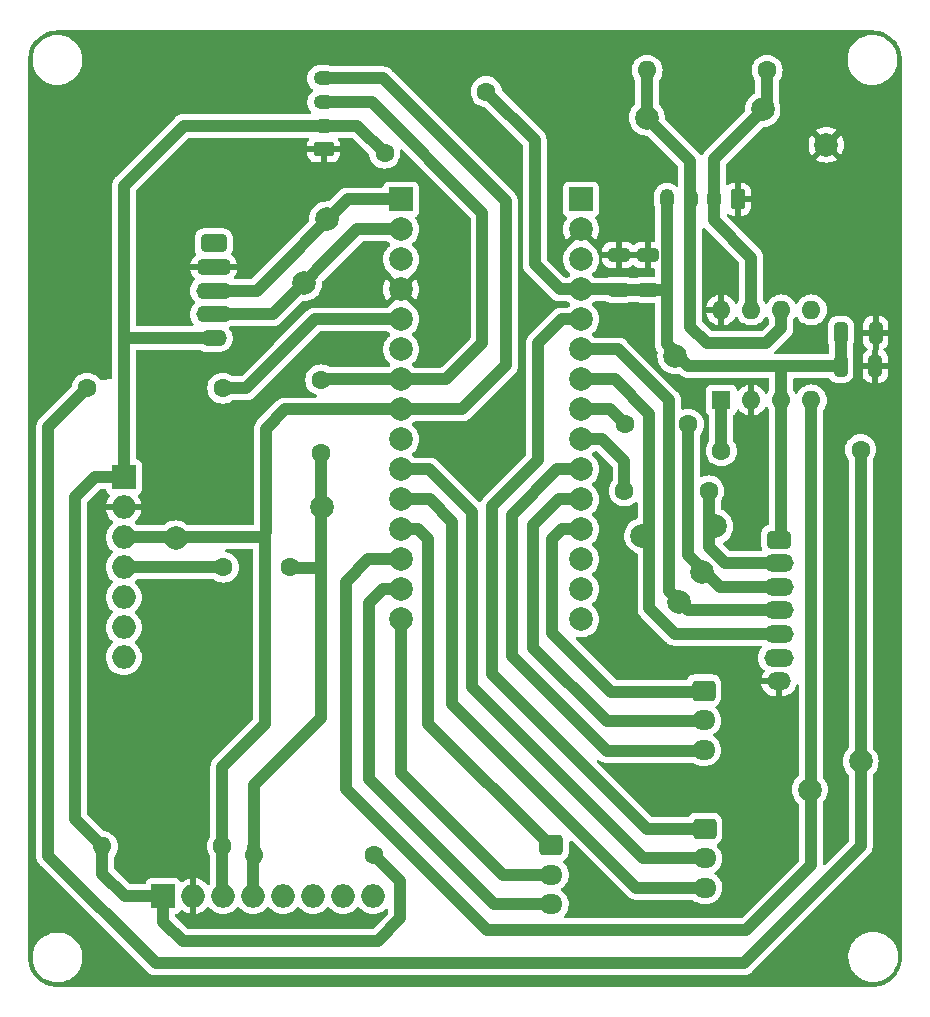
<source format=gbr>
%TF.GenerationSoftware,KiCad,Pcbnew,(6.0.0)*%
%TF.CreationDate,2022-05-11T14:21:52+02:00*%
%TF.ProjectId,Carte Odom_trie V2,43617274-6520-44f6-946f-6de974726965,rev?*%
%TF.SameCoordinates,Original*%
%TF.FileFunction,Copper,L2,Bot*%
%TF.FilePolarity,Positive*%
%FSLAX46Y46*%
G04 Gerber Fmt 4.6, Leading zero omitted, Abs format (unit mm)*
G04 Created by KiCad (PCBNEW (6.0.0)) date 2022-05-11 14:21:52*
%MOMM*%
%LPD*%
G01*
G04 APERTURE LIST*
G04 Aperture macros list*
%AMRoundRect*
0 Rectangle with rounded corners*
0 $1 Rounding radius*
0 $2 $3 $4 $5 $6 $7 $8 $9 X,Y pos of 4 corners*
0 Add a 4 corners polygon primitive as box body*
4,1,4,$2,$3,$4,$5,$6,$7,$8,$9,$2,$3,0*
0 Add four circle primitives for the rounded corners*
1,1,$1+$1,$2,$3*
1,1,$1+$1,$4,$5*
1,1,$1+$1,$6,$7*
1,1,$1+$1,$8,$9*
0 Add four rect primitives between the rounded corners*
20,1,$1+$1,$2,$3,$4,$5,0*
20,1,$1+$1,$4,$5,$6,$7,0*
20,1,$1+$1,$6,$7,$8,$9,0*
20,1,$1+$1,$8,$9,$2,$3,0*%
G04 Aperture macros list end*
%TA.AperFunction,ComponentPad*%
%ADD10C,1.600000*%
%TD*%
%TA.AperFunction,ComponentPad*%
%ADD11O,1.600000X1.600000*%
%TD*%
%TA.AperFunction,ComponentPad*%
%ADD12RoundRect,0.250000X-0.725000X0.600000X-0.725000X-0.600000X0.725000X-0.600000X0.725000X0.600000X0*%
%TD*%
%TA.AperFunction,ComponentPad*%
%ADD13O,1.950000X1.700000*%
%TD*%
%TA.AperFunction,ComponentPad*%
%ADD14RoundRect,0.250000X0.350000X0.625000X-0.350000X0.625000X-0.350000X-0.625000X0.350000X-0.625000X0*%
%TD*%
%TA.AperFunction,ComponentPad*%
%ADD15O,1.200000X1.750000*%
%TD*%
%TA.AperFunction,ComponentPad*%
%ADD16RoundRect,0.312500X-0.687500X0.437500X-0.687500X-0.437500X0.687500X-0.437500X0.687500X0.437500X0*%
%TD*%
%TA.AperFunction,ComponentPad*%
%ADD17O,2.500000X1.500000*%
%TD*%
%TA.AperFunction,ComponentPad*%
%ADD18O,2.000000X1.500000*%
%TD*%
%TA.AperFunction,ComponentPad*%
%ADD19RoundRect,0.312500X-0.787500X0.437500X-0.787500X-0.437500X0.787500X-0.437500X0.787500X0.437500X0*%
%TD*%
%TA.AperFunction,ComponentPad*%
%ADD20O,3.000000X1.400000*%
%TD*%
%TA.AperFunction,ComponentPad*%
%ADD21O,2.200000X1.400000*%
%TD*%
%TA.AperFunction,ComponentPad*%
%ADD22R,2.000000X2.000000*%
%TD*%
%TA.AperFunction,ComponentPad*%
%ADD23O,2.000000X2.000000*%
%TD*%
%TA.AperFunction,ComponentPad*%
%ADD24C,2.000000*%
%TD*%
%TA.AperFunction,ComponentPad*%
%ADD25RoundRect,0.250000X0.625000X-0.350000X0.625000X0.350000X-0.625000X0.350000X-0.625000X-0.350000X0*%
%TD*%
%TA.AperFunction,ComponentPad*%
%ADD26O,1.750000X1.200000*%
%TD*%
%TA.AperFunction,ComponentPad*%
%ADD27R,1.600000X1.600000*%
%TD*%
%TA.AperFunction,SMDPad,CuDef*%
%ADD28C,2.000000*%
%TD*%
%TA.AperFunction,SMDPad,CuDef*%
%ADD29RoundRect,0.250000X-0.325000X-0.650000X0.325000X-0.650000X0.325000X0.650000X-0.325000X0.650000X0*%
%TD*%
%TA.AperFunction,SMDPad,CuDef*%
%ADD30RoundRect,0.250000X-0.650000X0.325000X-0.650000X-0.325000X0.650000X-0.325000X0.650000X0.325000X0*%
%TD*%
%TA.AperFunction,ViaPad*%
%ADD31C,1.600000*%
%TD*%
%TA.AperFunction,Conductor*%
%ADD32C,1.000000*%
%TD*%
G04 APERTURE END LIST*
D10*
X145960000Y-138600000D03*
D11*
X135800000Y-138600000D03*
D12*
X173800000Y-138500000D03*
D13*
X173800000Y-141000000D03*
X173800000Y-143500000D03*
D14*
X189600000Y-83800000D03*
D15*
X187600000Y-83800000D03*
X185600000Y-83800000D03*
X183600000Y-83800000D03*
D16*
X193084200Y-112617000D03*
D17*
X193084200Y-114617000D03*
X193084200Y-116617000D03*
X193084200Y-118617000D03*
X193084200Y-120617000D03*
X193084200Y-122617000D03*
D18*
X193084200Y-124617000D03*
D19*
X145217720Y-87535000D03*
D20*
X145217720Y-89535000D03*
X145217720Y-91535000D03*
X145217720Y-93535000D03*
D21*
X145217720Y-95535000D03*
D12*
X186800000Y-137100000D03*
D13*
X186800000Y-139600000D03*
X186800000Y-142100000D03*
D12*
X186700000Y-125400000D03*
D13*
X186700000Y-127900000D03*
X186700000Y-130400000D03*
D22*
X140960000Y-142800000D03*
D23*
X143500000Y-142800000D03*
X146040000Y-142800000D03*
X148580000Y-142800000D03*
X151120000Y-142800000D03*
X153660000Y-142800000D03*
X156200000Y-142800000D03*
X158740000Y-142800000D03*
D22*
X161092720Y-83820000D03*
D24*
X161092720Y-86360000D03*
X161092720Y-88900000D03*
X161092720Y-91440000D03*
X161092720Y-93980000D03*
X161092720Y-96520000D03*
X161092720Y-99060000D03*
X161092720Y-101600000D03*
X161092720Y-104140000D03*
X161092720Y-106680000D03*
X161092720Y-109220000D03*
X161092720Y-111760000D03*
X161092720Y-114300000D03*
X161092720Y-116840000D03*
X161092720Y-119380000D03*
D22*
X176332720Y-83820000D03*
D24*
X176332720Y-86360000D03*
X176332720Y-88900000D03*
X176332720Y-91440000D03*
X176332720Y-93980000D03*
X176332720Y-96520000D03*
X176332720Y-99060000D03*
X176332720Y-101600000D03*
X176332720Y-104140000D03*
X176332720Y-106680000D03*
X176332720Y-109220000D03*
X176332720Y-111760000D03*
X176332720Y-114300000D03*
X176332720Y-116840000D03*
X176332720Y-119380000D03*
D25*
X154525000Y-79575000D03*
D26*
X154525000Y-77575000D03*
X154525000Y-75575000D03*
X154525000Y-73575000D03*
D22*
X137622720Y-107335000D03*
D23*
X137622720Y-109875000D03*
X137622720Y-112415000D03*
X137622720Y-114955000D03*
X137622720Y-117495000D03*
X137622720Y-120035000D03*
X137622720Y-122575000D03*
D10*
X192080000Y-72900000D03*
D11*
X181920000Y-72900000D03*
D10*
X158760000Y-139300000D03*
D11*
X148600000Y-139300000D03*
D27*
X188200000Y-100800000D03*
D11*
X190740000Y-100800000D03*
X193280000Y-100800000D03*
X195820000Y-100800000D03*
X195820000Y-93180000D03*
X193280000Y-93180000D03*
X190740000Y-93180000D03*
X188200000Y-93180000D03*
D28*
X181500000Y-112300000D03*
X154400000Y-109900000D03*
X184300000Y-97100000D03*
X195700000Y-133800000D03*
D29*
X198325000Y-95125000D03*
X201275000Y-95125000D03*
X198300000Y-97925000D03*
X201250000Y-97925000D03*
D28*
X142000000Y-112500000D03*
X191700000Y-76200000D03*
X152900000Y-90900000D03*
X187700000Y-111500000D03*
X200000000Y-131400000D03*
X181900000Y-76900000D03*
D30*
X182000000Y-88525000D03*
X182000000Y-91475000D03*
X179500000Y-88525000D03*
X179500000Y-91475000D03*
D28*
X154800000Y-85500000D03*
X197100000Y-79200000D03*
X186600000Y-115400000D03*
X184600000Y-117900000D03*
D31*
X188200000Y-105100000D03*
X146000000Y-99800000D03*
X134500000Y-99800000D03*
X200000000Y-105000000D03*
X179600000Y-85500000D03*
X192400000Y-139300000D03*
X201100000Y-142100000D03*
X188100000Y-90000000D03*
X179600000Y-94300000D03*
X194200000Y-89900000D03*
X168300000Y-74700000D03*
X159700000Y-79900000D03*
X151700000Y-114900000D03*
X154300000Y-99100000D03*
X154314800Y-105300000D03*
X146050000Y-114960400D03*
X185420000Y-102870000D03*
X180086000Y-102870000D03*
X187147200Y-108500000D03*
X180000000Y-108500000D03*
D32*
X200000000Y-138600000D02*
X190100000Y-148500000D01*
X188200000Y-100800000D02*
X188200000Y-105100000D01*
X190100000Y-148500000D02*
X140300000Y-148500000D01*
X153820000Y-93980000D02*
X161092720Y-93980000D01*
X148000000Y-99800000D02*
X153820000Y-93980000D01*
X131200000Y-103100000D02*
X134500000Y-99800000D01*
X146000000Y-99800000D02*
X148000000Y-99800000D01*
X131200000Y-139400000D02*
X131200000Y-103100000D01*
X200000000Y-105000000D02*
X200000000Y-138600000D01*
X140300000Y-148500000D02*
X131200000Y-139400000D01*
X156400000Y-116200000D02*
X156400000Y-133700000D01*
X195800000Y-140200000D02*
X195800000Y-100820000D01*
X158300000Y-114300000D02*
X156400000Y-116200000D01*
X195800000Y-100820000D02*
X195820000Y-100800000D01*
X156400000Y-133700000D02*
X168400000Y-145700000D01*
X190300000Y-145700000D02*
X195800000Y-140200000D01*
X161092720Y-114300000D02*
X158300000Y-114300000D01*
X168400000Y-145700000D02*
X190300000Y-145700000D01*
X185585600Y-94585600D02*
X185585600Y-80585600D01*
X181920000Y-76920000D02*
X181920000Y-72900000D01*
X187000000Y-96000000D02*
X185585600Y-94585600D01*
X192000000Y-96000000D02*
X187000000Y-96000000D01*
X185585600Y-80585600D02*
X181920000Y-76920000D01*
X193280000Y-93180000D02*
X193280000Y-94720000D01*
X193280000Y-94720000D02*
X192000000Y-96000000D01*
X158400000Y-132900000D02*
X169000000Y-143500000D01*
X161092720Y-116840000D02*
X159560000Y-116840000D01*
X158400000Y-118000000D02*
X158400000Y-132900000D01*
X169000000Y-143500000D02*
X173800000Y-143500000D01*
X159560000Y-116840000D02*
X158400000Y-118000000D01*
X161092720Y-119380000D02*
X161092720Y-132392720D01*
X169700000Y-141000000D02*
X173800000Y-141000000D01*
X161092720Y-132392720D02*
X169700000Y-141000000D01*
X173700000Y-138500000D02*
X173800000Y-138500000D01*
X163400000Y-128200000D02*
X173700000Y-138500000D01*
X163400000Y-112600000D02*
X163400000Y-128200000D01*
X161092720Y-111760000D02*
X162560000Y-111760000D01*
X162560000Y-111760000D02*
X163400000Y-112600000D01*
X190740000Y-88740000D02*
X187585600Y-85585600D01*
X192080000Y-75920000D02*
X192080000Y-72900000D01*
X187585600Y-85585600D02*
X187585600Y-80414400D01*
X190740000Y-93180000D02*
X190740000Y-88740000D01*
X187585600Y-80414400D02*
X192080000Y-75920000D01*
X135800000Y-138600000D02*
X135800000Y-140900000D01*
X183600000Y-91400000D02*
X183600000Y-96100000D01*
X133500000Y-136300000D02*
X135800000Y-138600000D01*
X183600000Y-96100000D02*
X185425000Y-97925000D01*
X137700000Y-142800000D02*
X140960000Y-142800000D01*
X137622720Y-107335000D02*
X135184200Y-107335000D01*
X193650000Y-97925000D02*
X198300000Y-97925000D01*
X140960000Y-144960000D02*
X142600000Y-146600000D01*
X154525000Y-77575000D02*
X157375000Y-77575000D01*
X161000000Y-144700000D02*
X159100000Y-146600000D01*
X185425000Y-97925000D02*
X193650000Y-97925000D01*
X159100000Y-146600000D02*
X142600000Y-146600000D01*
X183600000Y-83800000D02*
X183600000Y-91400000D01*
X145217720Y-95535000D02*
X137840200Y-95535000D01*
X154525000Y-77575000D02*
X142700000Y-77575000D01*
X172400000Y-89300000D02*
X174540000Y-91440000D01*
X174540000Y-91440000D02*
X176332720Y-91440000D01*
X157375000Y-77575000D02*
X159700000Y-79900000D01*
X193280000Y-112421200D02*
X193084200Y-112617000D01*
X135184200Y-107335000D02*
X133500000Y-109019200D01*
X193280000Y-98295000D02*
X193650000Y-97925000D01*
X137622720Y-82652280D02*
X137622720Y-107335000D01*
X183525000Y-91475000D02*
X183600000Y-91400000D01*
X193280000Y-100800000D02*
X193280000Y-112421200D01*
X158760000Y-139300000D02*
X161000000Y-141540000D01*
X182000000Y-91475000D02*
X183525000Y-91475000D01*
X168300000Y-74700000D02*
X172400000Y-78800000D01*
X198325000Y-97900000D02*
X198300000Y-97925000D01*
X193280000Y-100800000D02*
X193280000Y-98295000D01*
X140960000Y-142850000D02*
X140960000Y-144960000D01*
X179500000Y-91475000D02*
X182000000Y-91475000D01*
X135800000Y-140900000D02*
X137700000Y-142800000D01*
X133500000Y-109019200D02*
X133500000Y-136300000D01*
X198325000Y-95125000D02*
X198325000Y-97900000D01*
X161000000Y-141540000D02*
X161000000Y-144700000D01*
X172400000Y-78800000D02*
X172400000Y-89300000D01*
X142700000Y-77575000D02*
X137622720Y-82652280D01*
X176332720Y-91440000D02*
X179440000Y-91440000D01*
X150221200Y-93535000D02*
X157396200Y-86360000D01*
X145217720Y-93535000D02*
X150221200Y-93535000D01*
X157396200Y-86360000D02*
X161092720Y-86360000D01*
X161092720Y-83820000D02*
X156565600Y-83820000D01*
X148850600Y-91535000D02*
X145217720Y-91535000D01*
X156565600Y-83820000D02*
X148850600Y-91535000D01*
X185388000Y-118586000D02*
X183794400Y-116992400D01*
X179476400Y-96520000D02*
X176332720Y-96520000D01*
X193211200Y-118586000D02*
X185388000Y-118586000D01*
X183794400Y-116992400D02*
X183794400Y-100838000D01*
X183794400Y-100838000D02*
X179476400Y-96520000D01*
X148560000Y-138640000D02*
X148560000Y-142780000D01*
X161082720Y-99050000D02*
X161092720Y-99060000D01*
X154350800Y-127686000D02*
X148600000Y-133436800D01*
X161092720Y-99060000D02*
X164896800Y-99060000D01*
X154350800Y-105257600D02*
X154350800Y-127686000D01*
X164896800Y-99060000D02*
X167979600Y-95977200D01*
X167979600Y-84954600D02*
X158600000Y-75575000D01*
X148600000Y-133436800D02*
X148600000Y-138600000D01*
X137622720Y-114955000D02*
X146044600Y-114955000D01*
X154300000Y-99100000D02*
X154350000Y-99050000D01*
X167979600Y-95977200D02*
X167979600Y-84954600D01*
X154350000Y-99050000D02*
X161082720Y-99050000D01*
X158600000Y-75575000D02*
X154525000Y-75575000D01*
X151760000Y-115011200D02*
X154300000Y-115011200D01*
X146044600Y-114955000D02*
X146050000Y-114960400D01*
X179171600Y-99060000D02*
X176332720Y-99060000D01*
X184289200Y-120586000D02*
X182118000Y-118414800D01*
X182118000Y-102006400D02*
X179171600Y-99060000D01*
X193211200Y-120586000D02*
X184289200Y-120586000D01*
X182118000Y-118414800D02*
X182118000Y-102006400D01*
X169979600Y-83979600D02*
X159575000Y-73575000D01*
X151282400Y-101600000D02*
X149662720Y-103219680D01*
X166250000Y-101600000D02*
X169979600Y-97870400D01*
X137622720Y-112415000D02*
X149267640Y-112415000D01*
X145960000Y-138600000D02*
X145960000Y-142720000D01*
X145960000Y-131840000D02*
X145960000Y-138600000D01*
X149600000Y-112082640D02*
X149600000Y-128200000D01*
X149662720Y-103219680D02*
X149662720Y-112019920D01*
X149600000Y-128200000D02*
X145960000Y-131840000D01*
X159575000Y-73575000D02*
X154525000Y-73575000D01*
X161092720Y-101600000D02*
X166250000Y-101600000D01*
X149662720Y-112019920D02*
X149600000Y-112082640D01*
X169979600Y-97870400D02*
X169979600Y-83979600D01*
X161092720Y-101600000D02*
X151282400Y-101600000D01*
X185420000Y-113944400D02*
X185420000Y-102870000D01*
X178816000Y-101600000D02*
X180086000Y-102870000D01*
X188092600Y-116617000D02*
X185420000Y-113944400D01*
X176332720Y-101600000D02*
X178816000Y-101600000D01*
X193084200Y-116617000D02*
X188092600Y-116617000D01*
X178140000Y-104140000D02*
X176332720Y-104140000D01*
X187147200Y-113233200D02*
X188531000Y-114617000D01*
X187147200Y-108500000D02*
X187147200Y-113233200D01*
X180000000Y-106000000D02*
X178140000Y-104140000D01*
X188531000Y-114617000D02*
X193084200Y-114617000D01*
X180000000Y-108500000D02*
X180000000Y-106000000D01*
X161092720Y-109220000D02*
X163520000Y-109220000D01*
X165400000Y-111100000D02*
X165400000Y-126500000D01*
X163520000Y-109220000D02*
X165400000Y-111100000D01*
X165400000Y-126500000D02*
X181000000Y-142100000D01*
X181000000Y-142100000D02*
X186800000Y-142100000D01*
X181600000Y-139600000D02*
X186800000Y-139600000D01*
X163480000Y-106680000D02*
X167100000Y-110300000D01*
X167100000Y-125100000D02*
X181600000Y-139600000D01*
X161092720Y-106680000D02*
X163480000Y-106680000D01*
X167100000Y-110300000D02*
X167100000Y-125100000D01*
X176332720Y-111760000D02*
X174740000Y-111760000D01*
X173900000Y-112600000D02*
X173900000Y-120500000D01*
X174740000Y-111760000D02*
X173900000Y-112600000D01*
X173900000Y-120500000D02*
X178900000Y-125500000D01*
X178900000Y-125500000D02*
X187000000Y-125500000D01*
X178500000Y-128000000D02*
X187000000Y-128000000D01*
X174480000Y-109220000D02*
X172300000Y-111400000D01*
X172300000Y-121800000D02*
X178500000Y-128000000D01*
X172300000Y-111400000D02*
X172300000Y-121800000D01*
X176332720Y-109220000D02*
X174480000Y-109220000D01*
X170500000Y-122500000D02*
X178500000Y-130500000D01*
X178500000Y-130500000D02*
X187000000Y-130500000D01*
X170500000Y-110500000D02*
X170500000Y-122500000D01*
X174320000Y-106680000D02*
X170500000Y-110500000D01*
X176332720Y-106680000D02*
X174320000Y-106680000D01*
X168800000Y-109800000D02*
X168800000Y-124000000D01*
X181900000Y-137100000D02*
X186800000Y-137100000D01*
X168800000Y-124000000D02*
X181900000Y-137100000D01*
X176332720Y-93980000D02*
X174680000Y-93980000D01*
X172700000Y-105900000D02*
X168800000Y-109800000D01*
X172700000Y-95960000D02*
X172700000Y-105900000D01*
X174680000Y-93980000D02*
X172700000Y-95960000D01*
%TA.AperFunction,Conductor*%
G36*
X200970057Y-69509500D02*
G01*
X200984858Y-69511805D01*
X200984861Y-69511805D01*
X200993730Y-69513186D01*
X201010899Y-69510941D01*
X201034839Y-69510108D01*
X201292770Y-69525710D01*
X201307874Y-69527544D01*
X201378648Y-69540514D01*
X201588879Y-69579040D01*
X201603641Y-69582678D01*
X201876408Y-69667675D01*
X201890627Y-69673069D01*
X202151140Y-69790316D01*
X202164609Y-69797385D01*
X202409095Y-69945182D01*
X202421617Y-69953825D01*
X202646507Y-70130016D01*
X202657895Y-70140106D01*
X202859894Y-70342105D01*
X202869984Y-70353493D01*
X203046175Y-70578383D01*
X203054818Y-70590905D01*
X203202615Y-70835391D01*
X203209684Y-70848860D01*
X203326930Y-71109370D01*
X203332325Y-71123592D01*
X203390133Y-71309103D01*
X203417321Y-71396353D01*
X203420960Y-71411121D01*
X203451565Y-71578124D01*
X203472456Y-71692126D01*
X203474290Y-71707230D01*
X203489455Y-71957929D01*
X203488198Y-71984639D01*
X203488195Y-71984859D01*
X203486814Y-71993730D01*
X203487978Y-72002632D01*
X203487978Y-72002635D01*
X203490936Y-72025251D01*
X203492000Y-72041589D01*
X203492000Y-147950672D01*
X203490500Y-147970056D01*
X203486814Y-147993730D01*
X203488454Y-148006270D01*
X203489059Y-148010897D01*
X203489892Y-148034839D01*
X203474290Y-148292770D01*
X203472456Y-148307874D01*
X203449131Y-148435159D01*
X203420962Y-148588873D01*
X203417322Y-148603641D01*
X203332326Y-148876404D01*
X203326931Y-148890627D01*
X203288865Y-148975208D01*
X203209686Y-149151136D01*
X203202615Y-149164609D01*
X203054818Y-149409095D01*
X203046175Y-149421617D01*
X202869984Y-149646507D01*
X202859894Y-149657895D01*
X202657895Y-149859894D01*
X202646507Y-149869984D01*
X202421617Y-150046175D01*
X202409095Y-150054818D01*
X202164609Y-150202615D01*
X202151140Y-150209684D01*
X201890630Y-150326930D01*
X201876408Y-150332325D01*
X201603641Y-150417322D01*
X201588879Y-150420960D01*
X201378648Y-150459486D01*
X201307874Y-150472456D01*
X201292770Y-150474290D01*
X201042071Y-150489455D01*
X201015361Y-150488198D01*
X201015141Y-150488195D01*
X201006270Y-150486814D01*
X200997368Y-150487978D01*
X200997365Y-150487978D01*
X200974749Y-150490936D01*
X200958411Y-150492000D01*
X132049328Y-150492000D01*
X132029943Y-150490500D01*
X132015142Y-150488195D01*
X132015139Y-150488195D01*
X132006270Y-150486814D01*
X131989101Y-150489059D01*
X131965161Y-150489892D01*
X131707230Y-150474290D01*
X131692126Y-150472456D01*
X131621352Y-150459486D01*
X131411121Y-150420960D01*
X131396359Y-150417322D01*
X131123592Y-150332325D01*
X131109370Y-150326930D01*
X130848860Y-150209684D01*
X130835391Y-150202615D01*
X130590905Y-150054818D01*
X130578383Y-150046175D01*
X130353493Y-149869984D01*
X130342105Y-149859894D01*
X130140106Y-149657895D01*
X130130016Y-149646507D01*
X129953825Y-149421617D01*
X129945182Y-149409095D01*
X129797385Y-149164609D01*
X129790314Y-149151136D01*
X129711136Y-148975208D01*
X129673069Y-148890627D01*
X129667674Y-148876404D01*
X129582678Y-148603641D01*
X129579038Y-148588873D01*
X129550870Y-148435159D01*
X129527544Y-148307874D01*
X129525710Y-148292770D01*
X129516027Y-148132703D01*
X129890743Y-148132703D01*
X129928268Y-148417734D01*
X130004129Y-148695036D01*
X130005813Y-148698984D01*
X130097169Y-148913163D01*
X130116923Y-148959476D01*
X130128693Y-148979142D01*
X130248404Y-149179164D01*
X130264561Y-149206161D01*
X130444313Y-149430528D01*
X130531562Y-149513324D01*
X130602800Y-149580926D01*
X130652851Y-149628423D01*
X130886317Y-149796186D01*
X130890112Y-149798195D01*
X130890113Y-149798196D01*
X130911869Y-149809715D01*
X131140392Y-149930712D01*
X131410373Y-150029511D01*
X131691264Y-150090755D01*
X131719841Y-150093004D01*
X131914282Y-150108307D01*
X131914291Y-150108307D01*
X131916739Y-150108500D01*
X132072271Y-150108500D01*
X132074407Y-150108354D01*
X132074418Y-150108354D01*
X132282548Y-150094165D01*
X132282554Y-150094164D01*
X132286825Y-150093873D01*
X132291020Y-150093004D01*
X132291022Y-150093004D01*
X132458568Y-150058307D01*
X132568342Y-150035574D01*
X132839343Y-149939607D01*
X132957347Y-149878701D01*
X133091005Y-149809715D01*
X133091006Y-149809715D01*
X133094812Y-149807750D01*
X133098313Y-149805289D01*
X133098317Y-149805287D01*
X133308034Y-149657895D01*
X133330023Y-149642441D01*
X133408403Y-149569606D01*
X133537479Y-149449661D01*
X133537481Y-149449658D01*
X133540622Y-149446740D01*
X133722713Y-149224268D01*
X133872927Y-148979142D01*
X133894876Y-148929142D01*
X133986757Y-148719830D01*
X133988483Y-148715898D01*
X134067244Y-148439406D01*
X134107751Y-148154784D01*
X134107845Y-148136951D01*
X134109235Y-147871583D01*
X134109235Y-147871576D01*
X134109257Y-147867297D01*
X134102675Y-147817297D01*
X134072292Y-147586522D01*
X134071732Y-147582266D01*
X134056921Y-147528124D01*
X134045479Y-147486300D01*
X133995871Y-147304964D01*
X133980693Y-147269379D01*
X133884763Y-147044476D01*
X133884761Y-147044472D01*
X133883077Y-147040524D01*
X133735439Y-146793839D01*
X133555687Y-146569472D01*
X133420612Y-146441291D01*
X133350258Y-146374527D01*
X133350255Y-146374525D01*
X133347149Y-146371577D01*
X133113683Y-146203814D01*
X133091843Y-146192250D01*
X133023984Y-146156321D01*
X132859608Y-146069288D01*
X132698670Y-146010393D01*
X132593658Y-145971964D01*
X132593656Y-145971963D01*
X132589627Y-145970489D01*
X132308736Y-145909245D01*
X132277685Y-145906801D01*
X132085718Y-145891693D01*
X132085709Y-145891693D01*
X132083261Y-145891500D01*
X131927729Y-145891500D01*
X131925593Y-145891646D01*
X131925582Y-145891646D01*
X131717452Y-145905835D01*
X131717446Y-145905836D01*
X131713175Y-145906127D01*
X131708980Y-145906996D01*
X131708978Y-145906996D01*
X131572417Y-145935276D01*
X131431658Y-145964426D01*
X131160657Y-146060393D01*
X131156848Y-146062359D01*
X130997290Y-146144713D01*
X130905188Y-146192250D01*
X130901687Y-146194711D01*
X130901683Y-146194713D01*
X130891594Y-146201804D01*
X130669977Y-146357559D01*
X130651717Y-146374527D01*
X130468252Y-146545014D01*
X130459378Y-146553260D01*
X130277287Y-146775732D01*
X130127073Y-147020858D01*
X130011517Y-147284102D01*
X130010342Y-147288229D01*
X130010341Y-147288230D01*
X129994281Y-147344608D01*
X129932756Y-147560594D01*
X129929672Y-147582266D01*
X129898754Y-147799512D01*
X129892249Y-147845216D01*
X129892227Y-147849505D01*
X129892226Y-147849512D01*
X129890889Y-148104784D01*
X129890743Y-148132703D01*
X129516027Y-148132703D01*
X129510545Y-148042071D01*
X129511802Y-148015361D01*
X129511805Y-148015141D01*
X129513186Y-148006270D01*
X129511547Y-147993730D01*
X129509064Y-147974749D01*
X129508000Y-147958411D01*
X129508000Y-103096462D01*
X130186626Y-103096462D01*
X130189532Y-103127206D01*
X130190941Y-103142109D01*
X130191500Y-103153967D01*
X130191500Y-139338157D01*
X130190763Y-139351764D01*
X130186676Y-139389388D01*
X130188973Y-139415638D01*
X130191050Y-139439388D01*
X130191379Y-139444214D01*
X130191500Y-139446686D01*
X130191500Y-139449769D01*
X130191801Y-139452837D01*
X130195690Y-139492506D01*
X130195812Y-139493819D01*
X130203913Y-139586413D01*
X130205400Y-139591532D01*
X130205920Y-139596833D01*
X130232791Y-139685834D01*
X130233126Y-139686967D01*
X130251220Y-139749243D01*
X130259091Y-139776336D01*
X130261544Y-139781068D01*
X130263084Y-139786169D01*
X130265978Y-139791612D01*
X130306731Y-139868260D01*
X130307343Y-139869426D01*
X130322088Y-139897871D01*
X130350108Y-139951926D01*
X130353431Y-139956089D01*
X130355934Y-139960796D01*
X130414755Y-140032918D01*
X130415446Y-140033774D01*
X130446738Y-140072973D01*
X130449242Y-140075477D01*
X130449884Y-140076195D01*
X130453585Y-140080528D01*
X130480935Y-140114062D01*
X130485682Y-140117989D01*
X130485684Y-140117991D01*
X130516262Y-140143287D01*
X130525042Y-140151277D01*
X139543145Y-149169379D01*
X139552247Y-149179522D01*
X139575968Y-149209025D01*
X139614456Y-149241320D01*
X139618075Y-149244478D01*
X139619890Y-149246124D01*
X139622075Y-149248309D01*
X139624455Y-149250264D01*
X139624465Y-149250273D01*
X139655236Y-149275549D01*
X139656251Y-149276391D01*
X139666393Y-149284901D01*
X139727474Y-149336154D01*
X139732148Y-149338723D01*
X139736261Y-149342102D01*
X139741698Y-149345017D01*
X139741699Y-149345018D01*
X139756080Y-149352729D01*
X139813422Y-149383475D01*
X139818047Y-149385955D01*
X139819177Y-149386568D01*
X139842994Y-149399661D01*
X139893062Y-149427186D01*
X139900787Y-149431433D01*
X139905869Y-149433045D01*
X139910563Y-149435562D01*
X139999531Y-149462762D01*
X140000559Y-149463082D01*
X140089306Y-149491235D01*
X140094602Y-149491829D01*
X140099698Y-149493387D01*
X140192257Y-149502790D01*
X140193393Y-149502911D01*
X140227008Y-149506681D01*
X140239730Y-149508108D01*
X140239734Y-149508108D01*
X140243227Y-149508500D01*
X140246754Y-149508500D01*
X140247739Y-149508555D01*
X140253419Y-149509002D01*
X140282825Y-149511989D01*
X140290337Y-149512752D01*
X140290339Y-149512752D01*
X140296462Y-149513374D01*
X140342108Y-149509059D01*
X140353967Y-149508500D01*
X190038157Y-149508500D01*
X190051764Y-149509237D01*
X190083262Y-149512659D01*
X190083267Y-149512659D01*
X190089388Y-149513324D01*
X190115638Y-149511027D01*
X190139388Y-149508950D01*
X190144214Y-149508621D01*
X190146686Y-149508500D01*
X190149769Y-149508500D01*
X190161738Y-149507326D01*
X190192506Y-149504310D01*
X190193819Y-149504188D01*
X190238084Y-149500315D01*
X190286413Y-149496087D01*
X190291532Y-149494600D01*
X190296833Y-149494080D01*
X190385834Y-149467209D01*
X190386967Y-149466874D01*
X190470414Y-149442630D01*
X190470418Y-149442628D01*
X190476336Y-149440909D01*
X190481068Y-149438456D01*
X190486169Y-149436916D01*
X190493173Y-149433192D01*
X190568260Y-149393269D01*
X190569426Y-149392657D01*
X190646453Y-149352729D01*
X190651926Y-149349892D01*
X190656089Y-149346569D01*
X190660796Y-149344066D01*
X190732918Y-149285245D01*
X190733774Y-149284554D01*
X190772973Y-149253262D01*
X190775477Y-149250758D01*
X190776195Y-149250116D01*
X190780528Y-149246415D01*
X190814062Y-149219065D01*
X190843288Y-149183737D01*
X190851277Y-149174958D01*
X191943532Y-148082703D01*
X198965743Y-148082703D01*
X198966302Y-148086947D01*
X198966302Y-148086951D01*
X198972885Y-148136951D01*
X199003268Y-148367734D01*
X199004401Y-148371874D01*
X199004401Y-148371876D01*
X199021713Y-148435159D01*
X199079129Y-148645036D01*
X199080813Y-148648984D01*
X199111032Y-148719830D01*
X199191923Y-148909476D01*
X199224054Y-148963163D01*
X199336554Y-149151136D01*
X199339561Y-149156161D01*
X199519313Y-149380528D01*
X199610697Y-149467248D01*
X199654757Y-149509059D01*
X199727851Y-149578423D01*
X199961317Y-149746186D01*
X199965112Y-149748195D01*
X199965113Y-149748196D01*
X199986869Y-149759715D01*
X200215392Y-149880712D01*
X200239699Y-149889607D01*
X200380241Y-149941038D01*
X200485373Y-149979511D01*
X200766264Y-150040755D01*
X200794841Y-150043004D01*
X200989282Y-150058307D01*
X200989291Y-150058307D01*
X200991739Y-150058500D01*
X201147271Y-150058500D01*
X201149407Y-150058354D01*
X201149418Y-150058354D01*
X201357548Y-150044165D01*
X201357554Y-150044164D01*
X201361825Y-150043873D01*
X201366020Y-150043004D01*
X201366022Y-150043004D01*
X201502583Y-150014724D01*
X201643342Y-149985574D01*
X201914343Y-149889607D01*
X202069131Y-149809715D01*
X202166005Y-149759715D01*
X202166006Y-149759715D01*
X202169812Y-149757750D01*
X202173313Y-149755289D01*
X202173317Y-149755287D01*
X202328095Y-149646507D01*
X202405023Y-149592441D01*
X202511618Y-149493387D01*
X202612479Y-149399661D01*
X202612481Y-149399658D01*
X202615622Y-149396740D01*
X202797713Y-149174268D01*
X202947927Y-148929142D01*
X203063483Y-148665898D01*
X203083288Y-148596374D01*
X203132995Y-148421876D01*
X203142244Y-148389406D01*
X203175635Y-148154784D01*
X203182146Y-148109036D01*
X203182146Y-148109034D01*
X203182751Y-148104784D01*
X203182845Y-148086951D01*
X203184235Y-147821583D01*
X203184235Y-147821576D01*
X203184257Y-147817297D01*
X203146732Y-147532266D01*
X203070871Y-147254964D01*
X202979404Y-147040524D01*
X202959763Y-146994476D01*
X202959761Y-146994472D01*
X202958077Y-146990524D01*
X202842567Y-146797521D01*
X202812643Y-146747521D01*
X202812640Y-146747517D01*
X202810439Y-146743839D01*
X202630687Y-146519472D01*
X202472522Y-146369379D01*
X202425258Y-146324527D01*
X202425255Y-146324525D01*
X202422149Y-146321577D01*
X202188683Y-146153814D01*
X202166843Y-146142250D01*
X202143654Y-146129972D01*
X201934608Y-146019288D01*
X201664627Y-145920489D01*
X201383736Y-145859245D01*
X201352685Y-145856801D01*
X201160718Y-145841693D01*
X201160709Y-145841693D01*
X201158261Y-145841500D01*
X201002729Y-145841500D01*
X201000593Y-145841646D01*
X201000582Y-145841646D01*
X200792452Y-145855835D01*
X200792446Y-145855836D01*
X200788175Y-145856127D01*
X200783980Y-145856996D01*
X200783978Y-145856996D01*
X200647416Y-145885277D01*
X200506658Y-145914426D01*
X200235657Y-146010393D01*
X199980188Y-146142250D01*
X199976687Y-146144711D01*
X199976683Y-146144713D01*
X199895451Y-146201804D01*
X199744977Y-146307559D01*
X199678779Y-146369074D01*
X199563339Y-146476348D01*
X199534378Y-146503260D01*
X199352287Y-146725732D01*
X199202073Y-146970858D01*
X199200347Y-146974791D01*
X199200346Y-146974792D01*
X199178398Y-147024792D01*
X199086517Y-147234102D01*
X199007756Y-147510594D01*
X198967249Y-147795216D01*
X198967227Y-147799505D01*
X198967226Y-147799512D01*
X198965765Y-148078417D01*
X198965743Y-148082703D01*
X191943532Y-148082703D01*
X200669379Y-139356855D01*
X200679522Y-139347753D01*
X200704218Y-139327897D01*
X200709025Y-139324032D01*
X200741320Y-139285544D01*
X200744478Y-139281925D01*
X200746124Y-139280110D01*
X200748309Y-139277925D01*
X200750264Y-139275545D01*
X200750273Y-139275535D01*
X200775549Y-139244764D01*
X200776391Y-139243749D01*
X200832194Y-139177245D01*
X200836154Y-139172526D01*
X200838723Y-139167852D01*
X200842102Y-139163739D01*
X200885975Y-139081915D01*
X200886584Y-139080793D01*
X200928464Y-139004614D01*
X200928465Y-139004612D01*
X200931433Y-138999213D01*
X200933045Y-138994131D01*
X200935562Y-138989437D01*
X200962762Y-138900469D01*
X200963108Y-138899358D01*
X200976842Y-138856067D01*
X200991235Y-138810694D01*
X200991829Y-138805398D01*
X200993387Y-138800302D01*
X201002790Y-138707743D01*
X201002911Y-138706607D01*
X201008500Y-138656773D01*
X201008500Y-138653246D01*
X201008555Y-138652261D01*
X201009002Y-138646581D01*
X201011989Y-138617175D01*
X201012752Y-138609663D01*
X201012752Y-138609661D01*
X201013374Y-138603538D01*
X201009059Y-138557891D01*
X201008500Y-138546033D01*
X201008500Y-132580556D01*
X201028502Y-132512435D01*
X201052668Y-132484746D01*
X201066212Y-132473178D01*
X201066213Y-132473177D01*
X201069969Y-132469969D01*
X201224176Y-132289416D01*
X201226755Y-132285208D01*
X201226759Y-132285202D01*
X201345654Y-132091183D01*
X201348240Y-132086963D01*
X201439105Y-131867594D01*
X201468688Y-131744371D01*
X201493380Y-131641524D01*
X201493381Y-131641518D01*
X201494535Y-131636711D01*
X201513165Y-131400000D01*
X201494535Y-131163289D01*
X201493356Y-131158374D01*
X201440260Y-130937218D01*
X201439105Y-130932406D01*
X201431046Y-130912949D01*
X201350135Y-130717611D01*
X201350133Y-130717607D01*
X201348240Y-130713037D01*
X201332581Y-130687484D01*
X201226759Y-130514798D01*
X201226755Y-130514792D01*
X201224176Y-130510584D01*
X201069969Y-130330031D01*
X201052668Y-130315254D01*
X201013860Y-130255803D01*
X201008500Y-130219444D01*
X201008500Y-105880740D01*
X201031287Y-105808469D01*
X201072758Y-105749243D01*
X201137523Y-105656749D01*
X201139846Y-105651767D01*
X201139849Y-105651762D01*
X201231961Y-105454225D01*
X201231961Y-105454224D01*
X201234284Y-105449243D01*
X201235857Y-105443375D01*
X201292119Y-105233402D01*
X201292119Y-105233400D01*
X201293543Y-105228087D01*
X201313498Y-105000000D01*
X201293543Y-104771913D01*
X201234284Y-104550757D01*
X201192062Y-104460211D01*
X201139849Y-104348238D01*
X201139846Y-104348233D01*
X201137523Y-104343251D01*
X201032078Y-104192660D01*
X201009357Y-104160211D01*
X201009355Y-104160208D01*
X201006198Y-104155700D01*
X200844300Y-103993802D01*
X200839792Y-103990645D01*
X200839789Y-103990643D01*
X200715034Y-103903289D01*
X200656749Y-103862477D01*
X200651767Y-103860154D01*
X200651762Y-103860151D01*
X200454225Y-103768039D01*
X200454224Y-103768039D01*
X200449243Y-103765716D01*
X200443935Y-103764294D01*
X200443933Y-103764293D01*
X200233402Y-103707881D01*
X200233400Y-103707881D01*
X200228087Y-103706457D01*
X200000000Y-103686502D01*
X199771913Y-103706457D01*
X199766600Y-103707881D01*
X199766598Y-103707881D01*
X199556067Y-103764293D01*
X199556065Y-103764294D01*
X199550757Y-103765716D01*
X199545776Y-103768039D01*
X199545775Y-103768039D01*
X199348238Y-103860151D01*
X199348233Y-103860154D01*
X199343251Y-103862477D01*
X199284966Y-103903289D01*
X199160211Y-103990643D01*
X199160208Y-103990645D01*
X199155700Y-103993802D01*
X198993802Y-104155700D01*
X198990645Y-104160208D01*
X198990643Y-104160211D01*
X198967922Y-104192660D01*
X198862477Y-104343251D01*
X198860154Y-104348233D01*
X198860151Y-104348238D01*
X198807938Y-104460211D01*
X198765716Y-104550757D01*
X198706457Y-104771913D01*
X198686502Y-105000000D01*
X198706457Y-105228087D01*
X198707881Y-105233400D01*
X198707881Y-105233402D01*
X198764144Y-105443375D01*
X198765716Y-105449243D01*
X198768039Y-105454224D01*
X198768039Y-105454225D01*
X198860151Y-105651762D01*
X198860154Y-105651767D01*
X198862477Y-105656749D01*
X198927242Y-105749243D01*
X198968713Y-105808469D01*
X198991500Y-105880740D01*
X198991500Y-130219444D01*
X198971498Y-130287565D01*
X198947332Y-130315254D01*
X198930031Y-130330031D01*
X198775824Y-130510584D01*
X198773245Y-130514792D01*
X198773241Y-130514798D01*
X198667419Y-130687484D01*
X198651760Y-130713037D01*
X198649867Y-130717607D01*
X198649865Y-130717611D01*
X198568954Y-130912949D01*
X198560895Y-130932406D01*
X198559740Y-130937218D01*
X198506645Y-131158374D01*
X198505465Y-131163289D01*
X198486835Y-131400000D01*
X198505465Y-131636711D01*
X198506619Y-131641518D01*
X198506620Y-131641524D01*
X198531312Y-131744371D01*
X198560895Y-131867594D01*
X198651760Y-132086963D01*
X198654346Y-132091183D01*
X198773241Y-132285202D01*
X198773245Y-132285208D01*
X198775824Y-132289416D01*
X198930031Y-132469969D01*
X198933787Y-132473177D01*
X198933788Y-132473178D01*
X198947332Y-132484746D01*
X198986140Y-132544197D01*
X198991500Y-132580556D01*
X198991500Y-138130075D01*
X198971498Y-138198196D01*
X198954595Y-138219170D01*
X197895841Y-139277925D01*
X197023595Y-140150171D01*
X196961283Y-140184196D01*
X196890468Y-140179132D01*
X196833632Y-140136585D01*
X196808821Y-140070065D01*
X196808500Y-140061076D01*
X196808500Y-134871339D01*
X196828502Y-134803218D01*
X196838689Y-134789508D01*
X196924176Y-134689416D01*
X196926755Y-134685208D01*
X196926759Y-134685202D01*
X197045654Y-134491183D01*
X197048240Y-134486963D01*
X197078437Y-134414062D01*
X197137211Y-134272167D01*
X197137212Y-134272165D01*
X197139105Y-134267594D01*
X197162953Y-134168260D01*
X197193380Y-134041524D01*
X197193381Y-134041518D01*
X197194535Y-134036711D01*
X197213165Y-133800000D01*
X197194535Y-133563289D01*
X197139105Y-133332406D01*
X197119953Y-133286169D01*
X197050135Y-133117611D01*
X197050133Y-133117607D01*
X197048240Y-133113037D01*
X197021505Y-133069410D01*
X196926759Y-132914798D01*
X196926755Y-132914792D01*
X196924176Y-132910584D01*
X196838689Y-132810491D01*
X196809658Y-132745702D01*
X196808500Y-132728661D01*
X196808500Y-101709303D01*
X196831287Y-101637032D01*
X196957523Y-101456749D01*
X196959846Y-101451767D01*
X196959849Y-101451762D01*
X197051961Y-101254225D01*
X197051961Y-101254224D01*
X197054284Y-101249243D01*
X197090786Y-101113019D01*
X197112119Y-101033402D01*
X197112119Y-101033400D01*
X197113543Y-101028087D01*
X197133498Y-100800000D01*
X197113543Y-100571913D01*
X197108903Y-100554595D01*
X197055707Y-100356067D01*
X197055706Y-100356065D01*
X197054284Y-100350757D01*
X197019705Y-100276602D01*
X196959849Y-100148238D01*
X196959846Y-100148233D01*
X196957523Y-100143251D01*
X196855058Y-99996916D01*
X196829357Y-99960211D01*
X196829355Y-99960208D01*
X196826198Y-99955700D01*
X196664300Y-99793802D01*
X196659792Y-99790645D01*
X196659789Y-99790643D01*
X196543025Y-99708884D01*
X196476749Y-99662477D01*
X196471767Y-99660154D01*
X196471762Y-99660151D01*
X196274225Y-99568039D01*
X196274224Y-99568039D01*
X196269243Y-99565716D01*
X196263935Y-99564294D01*
X196263933Y-99564293D01*
X196053402Y-99507881D01*
X196053400Y-99507881D01*
X196048087Y-99506457D01*
X195820000Y-99486502D01*
X195591913Y-99506457D01*
X195586600Y-99507881D01*
X195586598Y-99507881D01*
X195376067Y-99564293D01*
X195376065Y-99564294D01*
X195370757Y-99565716D01*
X195365776Y-99568039D01*
X195365775Y-99568039D01*
X195168238Y-99660151D01*
X195168233Y-99660154D01*
X195163251Y-99662477D01*
X195096975Y-99708884D01*
X194980211Y-99790643D01*
X194980208Y-99790645D01*
X194975700Y-99793802D01*
X194813802Y-99955700D01*
X194810645Y-99960208D01*
X194810643Y-99960211D01*
X194784942Y-99996916D01*
X194682477Y-100143251D01*
X194680154Y-100148233D01*
X194680151Y-100148238D01*
X194664195Y-100182457D01*
X194617278Y-100235742D01*
X194549001Y-100255203D01*
X194481041Y-100234661D01*
X194435805Y-100182457D01*
X194419849Y-100148238D01*
X194419846Y-100148233D01*
X194417523Y-100143251D01*
X194311287Y-99991531D01*
X194288500Y-99919260D01*
X194288500Y-99059500D01*
X194308502Y-98991379D01*
X194362158Y-98944886D01*
X194414500Y-98933500D01*
X197234631Y-98933500D01*
X197302752Y-98953502D01*
X197341772Y-98993193D01*
X197376522Y-99049348D01*
X197501697Y-99174305D01*
X197507927Y-99178145D01*
X197507928Y-99178146D01*
X197645288Y-99262816D01*
X197652262Y-99267115D01*
X197726616Y-99291777D01*
X197813611Y-99320632D01*
X197813613Y-99320632D01*
X197820139Y-99322797D01*
X197826975Y-99323497D01*
X197826978Y-99323498D01*
X197870031Y-99327909D01*
X197924600Y-99333500D01*
X198675400Y-99333500D01*
X198678646Y-99333163D01*
X198678650Y-99333163D01*
X198774308Y-99323238D01*
X198774312Y-99323237D01*
X198781166Y-99322526D01*
X198787702Y-99320345D01*
X198787704Y-99320345D01*
X198919806Y-99276272D01*
X198948946Y-99266550D01*
X199099348Y-99173478D01*
X199224305Y-99048303D01*
X199281387Y-98955700D01*
X199313275Y-98903968D01*
X199313276Y-98903966D01*
X199317115Y-98897738D01*
X199359479Y-98770014D01*
X199370632Y-98736389D01*
X199370632Y-98736387D01*
X199372797Y-98729861D01*
X199375719Y-98701348D01*
X199382616Y-98634025D01*
X199383500Y-98625400D01*
X199383500Y-98622095D01*
X200167001Y-98622095D01*
X200167338Y-98628614D01*
X200177257Y-98724206D01*
X200180149Y-98737600D01*
X200231588Y-98891784D01*
X200237761Y-98904962D01*
X200323063Y-99042807D01*
X200332099Y-99054208D01*
X200446829Y-99168739D01*
X200458240Y-99177751D01*
X200596243Y-99262816D01*
X200609424Y-99268963D01*
X200763710Y-99320138D01*
X200777086Y-99323005D01*
X200871438Y-99332672D01*
X200877854Y-99333000D01*
X200977885Y-99333000D01*
X200993124Y-99328525D01*
X200994329Y-99327135D01*
X200996000Y-99319452D01*
X200996000Y-99314884D01*
X201504000Y-99314884D01*
X201508475Y-99330123D01*
X201509865Y-99331328D01*
X201517548Y-99332999D01*
X201622095Y-99332999D01*
X201628614Y-99332662D01*
X201724206Y-99322743D01*
X201737600Y-99319851D01*
X201891784Y-99268412D01*
X201904962Y-99262239D01*
X202042807Y-99176937D01*
X202054208Y-99167901D01*
X202168739Y-99053171D01*
X202177751Y-99041760D01*
X202262816Y-98903757D01*
X202268963Y-98890576D01*
X202320138Y-98736290D01*
X202323005Y-98722914D01*
X202332672Y-98628562D01*
X202333000Y-98622146D01*
X202333000Y-98197115D01*
X202328525Y-98181876D01*
X202327135Y-98180671D01*
X202319452Y-98179000D01*
X201522115Y-98179000D01*
X201506876Y-98183475D01*
X201505671Y-98184865D01*
X201504000Y-98192548D01*
X201504000Y-99314884D01*
X200996000Y-99314884D01*
X200996000Y-98197115D01*
X200991525Y-98181876D01*
X200990135Y-98180671D01*
X200982452Y-98179000D01*
X200185116Y-98179000D01*
X200169877Y-98183475D01*
X200168672Y-98184865D01*
X200167001Y-98192548D01*
X200167001Y-98622095D01*
X199383500Y-98622095D01*
X199383500Y-97652885D01*
X200167000Y-97652885D01*
X200171475Y-97668124D01*
X200172865Y-97669329D01*
X200180548Y-97671000D01*
X200977885Y-97671000D01*
X200993124Y-97666525D01*
X200994329Y-97665135D01*
X200996000Y-97657452D01*
X200996000Y-97652885D01*
X201504000Y-97652885D01*
X201508475Y-97668124D01*
X201509865Y-97669329D01*
X201517548Y-97671000D01*
X202314884Y-97671000D01*
X202330123Y-97666525D01*
X202331328Y-97665135D01*
X202332999Y-97657452D01*
X202332999Y-97227905D01*
X202332662Y-97221386D01*
X202322743Y-97125794D01*
X202319851Y-97112400D01*
X202268412Y-96958216D01*
X202262239Y-96945038D01*
X202176937Y-96807193D01*
X202167901Y-96795792D01*
X202053171Y-96681261D01*
X202041763Y-96672251D01*
X201989403Y-96639977D01*
X201941909Y-96587205D01*
X201930485Y-96517133D01*
X201958758Y-96452009D01*
X201989214Y-96425572D01*
X202067810Y-96376934D01*
X202079208Y-96367901D01*
X202193739Y-96253171D01*
X202202751Y-96241760D01*
X202287816Y-96103757D01*
X202293963Y-96090576D01*
X202345138Y-95936290D01*
X202348005Y-95922914D01*
X202357672Y-95828562D01*
X202358000Y-95822146D01*
X202358000Y-95397115D01*
X202353525Y-95381876D01*
X202352135Y-95380671D01*
X202344452Y-95379000D01*
X201547115Y-95379000D01*
X201531876Y-95383475D01*
X201530671Y-95384865D01*
X201529000Y-95392548D01*
X201529000Y-96504947D01*
X201508998Y-96573068D01*
X201506086Y-96576957D01*
X201504000Y-96586548D01*
X201504000Y-97652885D01*
X200996000Y-97652885D01*
X200996000Y-96545053D01*
X201016002Y-96476932D01*
X201018914Y-96473043D01*
X201021000Y-96463452D01*
X201021000Y-95397115D01*
X201016525Y-95381876D01*
X201015135Y-95380671D01*
X201007452Y-95379000D01*
X200210116Y-95379000D01*
X200194877Y-95383475D01*
X200193672Y-95384865D01*
X200192001Y-95392548D01*
X200192001Y-95822095D01*
X200192338Y-95828614D01*
X200202257Y-95924206D01*
X200205149Y-95937600D01*
X200256588Y-96091784D01*
X200262761Y-96104962D01*
X200348063Y-96242807D01*
X200357099Y-96254208D01*
X200471829Y-96368739D01*
X200483237Y-96377749D01*
X200535597Y-96410023D01*
X200583091Y-96462795D01*
X200594515Y-96532867D01*
X200566242Y-96597991D01*
X200535786Y-96624428D01*
X200457190Y-96673066D01*
X200445792Y-96682099D01*
X200331261Y-96796829D01*
X200322249Y-96808240D01*
X200237184Y-96946243D01*
X200231037Y-96959424D01*
X200179862Y-97113710D01*
X200176995Y-97127086D01*
X200167328Y-97221438D01*
X200167000Y-97227855D01*
X200167000Y-97652885D01*
X199383500Y-97652885D01*
X199383500Y-97224600D01*
X199381670Y-97206963D01*
X199373238Y-97125692D01*
X199373237Y-97125688D01*
X199372526Y-97118834D01*
X199366243Y-97100000D01*
X199339976Y-97021270D01*
X199333500Y-96981394D01*
X199333500Y-96142140D01*
X199343260Y-96098118D01*
X199342115Y-96097738D01*
X199395632Y-95936389D01*
X199395632Y-95936387D01*
X199397797Y-95929861D01*
X199398601Y-95922020D01*
X199407249Y-95837611D01*
X199408500Y-95825400D01*
X199408500Y-94852885D01*
X200192000Y-94852885D01*
X200196475Y-94868124D01*
X200197865Y-94869329D01*
X200205548Y-94871000D01*
X201002885Y-94871000D01*
X201018124Y-94866525D01*
X201019329Y-94865135D01*
X201021000Y-94857452D01*
X201021000Y-94852885D01*
X201529000Y-94852885D01*
X201533475Y-94868124D01*
X201534865Y-94869329D01*
X201542548Y-94871000D01*
X202339884Y-94871000D01*
X202355123Y-94866525D01*
X202356328Y-94865135D01*
X202357999Y-94857452D01*
X202357999Y-94427905D01*
X202357662Y-94421386D01*
X202347743Y-94325794D01*
X202344851Y-94312400D01*
X202293412Y-94158216D01*
X202287239Y-94145038D01*
X202201937Y-94007193D01*
X202192901Y-93995792D01*
X202078171Y-93881261D01*
X202066760Y-93872249D01*
X201928757Y-93787184D01*
X201915576Y-93781037D01*
X201761290Y-93729862D01*
X201747914Y-93726995D01*
X201653562Y-93717328D01*
X201647145Y-93717000D01*
X201547115Y-93717000D01*
X201531876Y-93721475D01*
X201530671Y-93722865D01*
X201529000Y-93730548D01*
X201529000Y-94852885D01*
X201021000Y-94852885D01*
X201021000Y-93735116D01*
X201016525Y-93719877D01*
X201015135Y-93718672D01*
X201007452Y-93717001D01*
X200902905Y-93717001D01*
X200896386Y-93717338D01*
X200800794Y-93727257D01*
X200787400Y-93730149D01*
X200633216Y-93781588D01*
X200620038Y-93787761D01*
X200482193Y-93873063D01*
X200470792Y-93882099D01*
X200356261Y-93996829D01*
X200347249Y-94008240D01*
X200262184Y-94146243D01*
X200256037Y-94159424D01*
X200204862Y-94313710D01*
X200201995Y-94327086D01*
X200192328Y-94421438D01*
X200192000Y-94427855D01*
X200192000Y-94852885D01*
X199408500Y-94852885D01*
X199408500Y-94424600D01*
X199408163Y-94421350D01*
X199398238Y-94325692D01*
X199398237Y-94325688D01*
X199397526Y-94318834D01*
X199388061Y-94290462D01*
X199343868Y-94158002D01*
X199341550Y-94151054D01*
X199248478Y-94000652D01*
X199123303Y-93875695D01*
X199117072Y-93871854D01*
X198978968Y-93786725D01*
X198978966Y-93786724D01*
X198972738Y-93782885D01*
X198853359Y-93743289D01*
X198811389Y-93729368D01*
X198811387Y-93729368D01*
X198804861Y-93727203D01*
X198798025Y-93726503D01*
X198798022Y-93726502D01*
X198754969Y-93722091D01*
X198700400Y-93716500D01*
X197949600Y-93716500D01*
X197946354Y-93716837D01*
X197946350Y-93716837D01*
X197850692Y-93726762D01*
X197850688Y-93726763D01*
X197843834Y-93727474D01*
X197837298Y-93729655D01*
X197837296Y-93729655D01*
X197705194Y-93773728D01*
X197676054Y-93783450D01*
X197525652Y-93876522D01*
X197400695Y-94001697D01*
X197396855Y-94007927D01*
X197396854Y-94007928D01*
X197313928Y-94142459D01*
X197307885Y-94152262D01*
X197298624Y-94180183D01*
X197258132Y-94302265D01*
X197252203Y-94320139D01*
X197241500Y-94424600D01*
X197241500Y-95825400D01*
X197241837Y-95828646D01*
X197241837Y-95828650D01*
X197251752Y-95924206D01*
X197252474Y-95931166D01*
X197254655Y-95937702D01*
X197254655Y-95937704D01*
X197308450Y-96098946D01*
X197306984Y-96099435D01*
X197316500Y-96142182D01*
X197316500Y-96790500D01*
X197296498Y-96858621D01*
X197242842Y-96905114D01*
X197190500Y-96916500D01*
X193711843Y-96916500D01*
X193698236Y-96915763D01*
X193666738Y-96912341D01*
X193666733Y-96912341D01*
X193660612Y-96911676D01*
X193613896Y-96915763D01*
X193610947Y-96916021D01*
X193599966Y-96916500D01*
X192818493Y-96916500D01*
X192750372Y-96896498D01*
X192703879Y-96842842D01*
X192693775Y-96772568D01*
X192721409Y-96710184D01*
X192743288Y-96683737D01*
X192751277Y-96674958D01*
X193949379Y-95476855D01*
X193959522Y-95467753D01*
X193984218Y-95447897D01*
X193989025Y-95444032D01*
X194021320Y-95405544D01*
X194024478Y-95401925D01*
X194026124Y-95400110D01*
X194028309Y-95397925D01*
X194030264Y-95395545D01*
X194030273Y-95395535D01*
X194055549Y-95364764D01*
X194056391Y-95363749D01*
X194096289Y-95316200D01*
X194116154Y-95292526D01*
X194118723Y-95287852D01*
X194122102Y-95283739D01*
X194165975Y-95201915D01*
X194166584Y-95200793D01*
X194208464Y-95124614D01*
X194208465Y-95124612D01*
X194211433Y-95119213D01*
X194213045Y-95114131D01*
X194215562Y-95109437D01*
X194242762Y-95020469D01*
X194243108Y-95019358D01*
X194251946Y-94991500D01*
X194271235Y-94930694D01*
X194271829Y-94925398D01*
X194273387Y-94920302D01*
X194282790Y-94827743D01*
X194282911Y-94826607D01*
X194288500Y-94776773D01*
X194288500Y-94773246D01*
X194288555Y-94772261D01*
X194289002Y-94766581D01*
X194293374Y-94723538D01*
X194289059Y-94677891D01*
X194288500Y-94666033D01*
X194288500Y-94060740D01*
X194311287Y-93988469D01*
X194386355Y-93881261D01*
X194417523Y-93836749D01*
X194419846Y-93831767D01*
X194419849Y-93831762D01*
X194435805Y-93797543D01*
X194482722Y-93744258D01*
X194550999Y-93724797D01*
X194618959Y-93745339D01*
X194664195Y-93797543D01*
X194680151Y-93831762D01*
X194680154Y-93831767D01*
X194682477Y-93836749D01*
X194713368Y-93880866D01*
X194802557Y-94008240D01*
X194813802Y-94024300D01*
X194975700Y-94186198D01*
X194980208Y-94189355D01*
X194980211Y-94189357D01*
X195058389Y-94244098D01*
X195163251Y-94317523D01*
X195168233Y-94319846D01*
X195168238Y-94319849D01*
X195341197Y-94400500D01*
X195370757Y-94414284D01*
X195376065Y-94415706D01*
X195376067Y-94415707D01*
X195586598Y-94472119D01*
X195586600Y-94472119D01*
X195591913Y-94473543D01*
X195820000Y-94493498D01*
X196048087Y-94473543D01*
X196053400Y-94472119D01*
X196053402Y-94472119D01*
X196263933Y-94415707D01*
X196263935Y-94415706D01*
X196269243Y-94414284D01*
X196298803Y-94400500D01*
X196471762Y-94319849D01*
X196471767Y-94319846D01*
X196476749Y-94317523D01*
X196581611Y-94244098D01*
X196659789Y-94189357D01*
X196659792Y-94189355D01*
X196664300Y-94186198D01*
X196826198Y-94024300D01*
X196837444Y-94008240D01*
X196926632Y-93880866D01*
X196957523Y-93836749D01*
X196959846Y-93831767D01*
X196959849Y-93831762D01*
X197051961Y-93634225D01*
X197051961Y-93634224D01*
X197054284Y-93629243D01*
X197067830Y-93578691D01*
X197112119Y-93413402D01*
X197112119Y-93413400D01*
X197113543Y-93408087D01*
X197133498Y-93180000D01*
X197113543Y-92951913D01*
X197111901Y-92945786D01*
X197055707Y-92736067D01*
X197055706Y-92736065D01*
X197054284Y-92730757D01*
X197032714Y-92684500D01*
X196959849Y-92528238D01*
X196959846Y-92528233D01*
X196957523Y-92523251D01*
X196860643Y-92384892D01*
X196829357Y-92340211D01*
X196829355Y-92340208D01*
X196826198Y-92335700D01*
X196664300Y-92173802D01*
X196659792Y-92170645D01*
X196659789Y-92170643D01*
X196572295Y-92109379D01*
X196476749Y-92042477D01*
X196471767Y-92040154D01*
X196471762Y-92040151D01*
X196274225Y-91948039D01*
X196274224Y-91948039D01*
X196269243Y-91945716D01*
X196263935Y-91944294D01*
X196263933Y-91944293D01*
X196053402Y-91887881D01*
X196053400Y-91887881D01*
X196048087Y-91886457D01*
X195820000Y-91866502D01*
X195591913Y-91886457D01*
X195586600Y-91887881D01*
X195586598Y-91887881D01*
X195376067Y-91944293D01*
X195376065Y-91944294D01*
X195370757Y-91945716D01*
X195365776Y-91948039D01*
X195365775Y-91948039D01*
X195168238Y-92040151D01*
X195168233Y-92040154D01*
X195163251Y-92042477D01*
X195067705Y-92109379D01*
X194980211Y-92170643D01*
X194980208Y-92170645D01*
X194975700Y-92173802D01*
X194813802Y-92335700D01*
X194810645Y-92340208D01*
X194810643Y-92340211D01*
X194779357Y-92384892D01*
X194682477Y-92523251D01*
X194680154Y-92528233D01*
X194680151Y-92528238D01*
X194664195Y-92562457D01*
X194617278Y-92615742D01*
X194549001Y-92635203D01*
X194481041Y-92614661D01*
X194435805Y-92562457D01*
X194419849Y-92528238D01*
X194419846Y-92528233D01*
X194417523Y-92523251D01*
X194320643Y-92384892D01*
X194289357Y-92340211D01*
X194289355Y-92340208D01*
X194286198Y-92335700D01*
X194124300Y-92173802D01*
X194119792Y-92170645D01*
X194119789Y-92170643D01*
X194032295Y-92109379D01*
X193936749Y-92042477D01*
X193931767Y-92040154D01*
X193931762Y-92040151D01*
X193734225Y-91948039D01*
X193734224Y-91948039D01*
X193729243Y-91945716D01*
X193723935Y-91944294D01*
X193723933Y-91944293D01*
X193513402Y-91887881D01*
X193513400Y-91887881D01*
X193508087Y-91886457D01*
X193280000Y-91866502D01*
X193051913Y-91886457D01*
X193046600Y-91887881D01*
X193046598Y-91887881D01*
X192836067Y-91944293D01*
X192836065Y-91944294D01*
X192830757Y-91945716D01*
X192825776Y-91948039D01*
X192825775Y-91948039D01*
X192628238Y-92040151D01*
X192628233Y-92040154D01*
X192623251Y-92042477D01*
X192527705Y-92109379D01*
X192440211Y-92170643D01*
X192440208Y-92170645D01*
X192435700Y-92173802D01*
X192273802Y-92335700D01*
X192270645Y-92340208D01*
X192270643Y-92340211D01*
X192239357Y-92384892D01*
X192142477Y-92523251D01*
X192140154Y-92528233D01*
X192140151Y-92528238D01*
X192124195Y-92562457D01*
X192077278Y-92615742D01*
X192009001Y-92635203D01*
X191941041Y-92614661D01*
X191895805Y-92562457D01*
X191879849Y-92528238D01*
X191879846Y-92528233D01*
X191877523Y-92523251D01*
X191771287Y-92371531D01*
X191748500Y-92299260D01*
X191748500Y-88801842D01*
X191749237Y-88788235D01*
X191752659Y-88756737D01*
X191752659Y-88756732D01*
X191753324Y-88750611D01*
X191748950Y-88700609D01*
X191748621Y-88695784D01*
X191748500Y-88693313D01*
X191748500Y-88690231D01*
X191744309Y-88647489D01*
X191744187Y-88646174D01*
X191737757Y-88572677D01*
X191736087Y-88553587D01*
X191734600Y-88548468D01*
X191734080Y-88543167D01*
X191707218Y-88454194D01*
X191706862Y-88452994D01*
X191701899Y-88435911D01*
X191680909Y-88363663D01*
X191678455Y-88358929D01*
X191676916Y-88353831D01*
X191633316Y-88271831D01*
X191632702Y-88270663D01*
X191592726Y-88193541D01*
X191592725Y-88193540D01*
X191589892Y-88188074D01*
X191586569Y-88183911D01*
X191584066Y-88179204D01*
X191525245Y-88107082D01*
X191524554Y-88106226D01*
X191493262Y-88067027D01*
X191490758Y-88064523D01*
X191490116Y-88063805D01*
X191486415Y-88059472D01*
X191459065Y-88025938D01*
X191423737Y-87996712D01*
X191414958Y-87988723D01*
X188686192Y-85259957D01*
X188652166Y-85197645D01*
X188657231Y-85126830D01*
X188699778Y-85069994D01*
X188766298Y-85045183D01*
X188841403Y-85063602D01*
X188921243Y-85112817D01*
X188934424Y-85118963D01*
X189088710Y-85170138D01*
X189102086Y-85173005D01*
X189196438Y-85182672D01*
X189202854Y-85183000D01*
X189327885Y-85183000D01*
X189343124Y-85178525D01*
X189344329Y-85177135D01*
X189346000Y-85169452D01*
X189346000Y-85164884D01*
X189854000Y-85164884D01*
X189858475Y-85180123D01*
X189859865Y-85181328D01*
X189867548Y-85182999D01*
X189997095Y-85182999D01*
X190003614Y-85182662D01*
X190099206Y-85172743D01*
X190112600Y-85169851D01*
X190266784Y-85118412D01*
X190279962Y-85112239D01*
X190417807Y-85026937D01*
X190429208Y-85017901D01*
X190543739Y-84903171D01*
X190552751Y-84891760D01*
X190637816Y-84753757D01*
X190643963Y-84740576D01*
X190695138Y-84586290D01*
X190698005Y-84572914D01*
X190707672Y-84478562D01*
X190708000Y-84472146D01*
X190708000Y-84072115D01*
X190703525Y-84056876D01*
X190702135Y-84055671D01*
X190694452Y-84054000D01*
X189872115Y-84054000D01*
X189856876Y-84058475D01*
X189855671Y-84059865D01*
X189854000Y-84067548D01*
X189854000Y-85164884D01*
X189346000Y-85164884D01*
X189346000Y-83527885D01*
X189854000Y-83527885D01*
X189858475Y-83543124D01*
X189859865Y-83544329D01*
X189867548Y-83546000D01*
X190689884Y-83546000D01*
X190705123Y-83541525D01*
X190706328Y-83540135D01*
X190707999Y-83532452D01*
X190707999Y-83127905D01*
X190707662Y-83121386D01*
X190697743Y-83025794D01*
X190694851Y-83012400D01*
X190643412Y-82858216D01*
X190637239Y-82845038D01*
X190551937Y-82707193D01*
X190542901Y-82695792D01*
X190428171Y-82581261D01*
X190416760Y-82572249D01*
X190278757Y-82487184D01*
X190265576Y-82481037D01*
X190111290Y-82429862D01*
X190097914Y-82426995D01*
X190003562Y-82417328D01*
X189997145Y-82417000D01*
X189872115Y-82417000D01*
X189856876Y-82421475D01*
X189855671Y-82422865D01*
X189854000Y-82430548D01*
X189854000Y-83527885D01*
X189346000Y-83527885D01*
X189346000Y-82435116D01*
X189341525Y-82419877D01*
X189340135Y-82418672D01*
X189332452Y-82417001D01*
X189202905Y-82417001D01*
X189196386Y-82417338D01*
X189100794Y-82427257D01*
X189087400Y-82430149D01*
X188933216Y-82481588D01*
X188920038Y-82487761D01*
X188786403Y-82570458D01*
X188717952Y-82589296D01*
X188650182Y-82568135D01*
X188604611Y-82513694D01*
X188594100Y-82463314D01*
X188594100Y-80884325D01*
X188614102Y-80816204D01*
X188631005Y-80795230D01*
X188993565Y-80432670D01*
X196232160Y-80432670D01*
X196237887Y-80440320D01*
X196409042Y-80545205D01*
X196417837Y-80549687D01*
X196627988Y-80636734D01*
X196637373Y-80639783D01*
X196858554Y-80692885D01*
X196868301Y-80694428D01*
X197095070Y-80712275D01*
X197104930Y-80712275D01*
X197331699Y-80694428D01*
X197341446Y-80692885D01*
X197562627Y-80639783D01*
X197572012Y-80636734D01*
X197782163Y-80549687D01*
X197790958Y-80545205D01*
X197958445Y-80442568D01*
X197967907Y-80432110D01*
X197964124Y-80423334D01*
X197112812Y-79572022D01*
X197098868Y-79564408D01*
X197097035Y-79564539D01*
X197090420Y-79568790D01*
X196238920Y-80420290D01*
X196232160Y-80432670D01*
X188993565Y-80432670D01*
X190221305Y-79204930D01*
X195587725Y-79204930D01*
X195605572Y-79431699D01*
X195607115Y-79441446D01*
X195660217Y-79662627D01*
X195663266Y-79672012D01*
X195750313Y-79882163D01*
X195754795Y-79890958D01*
X195857432Y-80058445D01*
X195867890Y-80067907D01*
X195876666Y-80064124D01*
X196727978Y-79212812D01*
X196734356Y-79201132D01*
X197464408Y-79201132D01*
X197464539Y-79202965D01*
X197468790Y-79209580D01*
X198320290Y-80061080D01*
X198332670Y-80067840D01*
X198340320Y-80062113D01*
X198445205Y-79890958D01*
X198449687Y-79882163D01*
X198536734Y-79672012D01*
X198539783Y-79662627D01*
X198592885Y-79441446D01*
X198594428Y-79431699D01*
X198612275Y-79204930D01*
X198612275Y-79195070D01*
X198594428Y-78968301D01*
X198592885Y-78958554D01*
X198539783Y-78737373D01*
X198536734Y-78727988D01*
X198449687Y-78517837D01*
X198445205Y-78509042D01*
X198342568Y-78341555D01*
X198332110Y-78332093D01*
X198323334Y-78335876D01*
X197472022Y-79187188D01*
X197464408Y-79201132D01*
X196734356Y-79201132D01*
X196735592Y-79198868D01*
X196735461Y-79197035D01*
X196731210Y-79190420D01*
X195879710Y-78338920D01*
X195867330Y-78332160D01*
X195859680Y-78337887D01*
X195754795Y-78509042D01*
X195750313Y-78517837D01*
X195663266Y-78727988D01*
X195660217Y-78737373D01*
X195607115Y-78958554D01*
X195605572Y-78968301D01*
X195587725Y-79195070D01*
X195587725Y-79204930D01*
X190221305Y-79204930D01*
X191458345Y-77967890D01*
X196232093Y-77967890D01*
X196235876Y-77976666D01*
X197087188Y-78827978D01*
X197101132Y-78835592D01*
X197102965Y-78835461D01*
X197109580Y-78831210D01*
X197961080Y-77979710D01*
X197967840Y-77967330D01*
X197962113Y-77959680D01*
X197790958Y-77854795D01*
X197782163Y-77850313D01*
X197572012Y-77763266D01*
X197562627Y-77760217D01*
X197341446Y-77707115D01*
X197331699Y-77705572D01*
X197104930Y-77687725D01*
X197095070Y-77687725D01*
X196868301Y-77705572D01*
X196858554Y-77707115D01*
X196637373Y-77760217D01*
X196627988Y-77763266D01*
X196417837Y-77850313D01*
X196409042Y-77854795D01*
X196241555Y-77957432D01*
X196232093Y-77967890D01*
X191458345Y-77967890D01*
X191681316Y-77744919D01*
X191743628Y-77710893D01*
X191760525Y-77708402D01*
X191812680Y-77704297D01*
X191936711Y-77694535D01*
X191941518Y-77693381D01*
X191941524Y-77693380D01*
X192087391Y-77658360D01*
X192167594Y-77639105D01*
X192283289Y-77591183D01*
X192382389Y-77550135D01*
X192382393Y-77550133D01*
X192386963Y-77548240D01*
X192391183Y-77545654D01*
X192585202Y-77426759D01*
X192585208Y-77426755D01*
X192589416Y-77424176D01*
X192769969Y-77269969D01*
X192924176Y-77089416D01*
X192926755Y-77085208D01*
X192926759Y-77085202D01*
X193045654Y-76891183D01*
X193048240Y-76886963D01*
X193054943Y-76870782D01*
X193137211Y-76672167D01*
X193137212Y-76672165D01*
X193139105Y-76667594D01*
X193159294Y-76583500D01*
X193193380Y-76441524D01*
X193193381Y-76441518D01*
X193194535Y-76436711D01*
X193213165Y-76200000D01*
X193194535Y-75963289D01*
X193189664Y-75942996D01*
X193154895Y-75798176D01*
X193139105Y-75732406D01*
X193098091Y-75633389D01*
X193088500Y-75585171D01*
X193088500Y-73780740D01*
X193111287Y-73708469D01*
X193155796Y-73644904D01*
X193217523Y-73556749D01*
X193219846Y-73551767D01*
X193219849Y-73551762D01*
X193311961Y-73354225D01*
X193311961Y-73354224D01*
X193314284Y-73349243D01*
X193373543Y-73128087D01*
X193393498Y-72900000D01*
X193373543Y-72671913D01*
X193366744Y-72646538D01*
X193315707Y-72456067D01*
X193315706Y-72456065D01*
X193314284Y-72450757D01*
X193296901Y-72413478D01*
X193219849Y-72248238D01*
X193219846Y-72248233D01*
X193217523Y-72243251D01*
X193140116Y-72132703D01*
X198890743Y-72132703D01*
X198928268Y-72417734D01*
X198929401Y-72421874D01*
X198929401Y-72421876D01*
X198945570Y-72480978D01*
X199004129Y-72695036D01*
X199005813Y-72698984D01*
X199093952Y-72905621D01*
X199116923Y-72959476D01*
X199128693Y-72979142D01*
X199221016Y-73133402D01*
X199264561Y-73206161D01*
X199444313Y-73430528D01*
X199652851Y-73628423D01*
X199886317Y-73796186D01*
X199890112Y-73798195D01*
X199890113Y-73798196D01*
X199911869Y-73809715D01*
X200140392Y-73930712D01*
X200410373Y-74029511D01*
X200691264Y-74090755D01*
X200719841Y-74093004D01*
X200914282Y-74108307D01*
X200914291Y-74108307D01*
X200916739Y-74108500D01*
X201072271Y-74108500D01*
X201074407Y-74108354D01*
X201074418Y-74108354D01*
X201282548Y-74094165D01*
X201282554Y-74094164D01*
X201286825Y-74093873D01*
X201291020Y-74093004D01*
X201291022Y-74093004D01*
X201507189Y-74048238D01*
X201568342Y-74035574D01*
X201839343Y-73939607D01*
X202094812Y-73807750D01*
X202098313Y-73805289D01*
X202098317Y-73805287D01*
X202251399Y-73697699D01*
X202330023Y-73642441D01*
X202427605Y-73551762D01*
X202537479Y-73449661D01*
X202537481Y-73449658D01*
X202540622Y-73446740D01*
X202722713Y-73224268D01*
X202872927Y-72979142D01*
X202905201Y-72905621D01*
X202986757Y-72719830D01*
X202988483Y-72715898D01*
X202999452Y-72677393D01*
X203054758Y-72483237D01*
X203067244Y-72439406D01*
X203107751Y-72154784D01*
X203107845Y-72136951D01*
X203109235Y-71871583D01*
X203109235Y-71871576D01*
X203109257Y-71867297D01*
X203071732Y-71582266D01*
X202995871Y-71304964D01*
X202985295Y-71280170D01*
X202884763Y-71044476D01*
X202884761Y-71044472D01*
X202883077Y-71040524D01*
X202764209Y-70841910D01*
X202737643Y-70797521D01*
X202737640Y-70797517D01*
X202735439Y-70793839D01*
X202555687Y-70569472D01*
X202347149Y-70371577D01*
X202113683Y-70203814D01*
X202091843Y-70192250D01*
X202068654Y-70179972D01*
X201859608Y-70069288D01*
X201589627Y-69970489D01*
X201308736Y-69909245D01*
X201277685Y-69906801D01*
X201085718Y-69891693D01*
X201085709Y-69891693D01*
X201083261Y-69891500D01*
X200927729Y-69891500D01*
X200925593Y-69891646D01*
X200925582Y-69891646D01*
X200717452Y-69905835D01*
X200717446Y-69905836D01*
X200713175Y-69906127D01*
X200708980Y-69906996D01*
X200708978Y-69906996D01*
X200572417Y-69935276D01*
X200431658Y-69964426D01*
X200160657Y-70060393D01*
X200156848Y-70062359D01*
X200025765Y-70130016D01*
X199905188Y-70192250D01*
X199901687Y-70194711D01*
X199901683Y-70194713D01*
X199891594Y-70201804D01*
X199669977Y-70357559D01*
X199459378Y-70553260D01*
X199277287Y-70775732D01*
X199127073Y-71020858D01*
X199011517Y-71284102D01*
X198932756Y-71560594D01*
X198892249Y-71845216D01*
X198892227Y-71849505D01*
X198892226Y-71849512D01*
X198890765Y-72128417D01*
X198890743Y-72132703D01*
X193140116Y-72132703D01*
X193086198Y-72055700D01*
X192924300Y-71893802D01*
X192919792Y-71890645D01*
X192919789Y-71890643D01*
X192841611Y-71835902D01*
X192736749Y-71762477D01*
X192731767Y-71760154D01*
X192731762Y-71760151D01*
X192534225Y-71668039D01*
X192534224Y-71668039D01*
X192529243Y-71665716D01*
X192523935Y-71664294D01*
X192523933Y-71664293D01*
X192313402Y-71607881D01*
X192313400Y-71607881D01*
X192308087Y-71606457D01*
X192080000Y-71586502D01*
X191851913Y-71606457D01*
X191846600Y-71607881D01*
X191846598Y-71607881D01*
X191636067Y-71664293D01*
X191636065Y-71664294D01*
X191630757Y-71665716D01*
X191625776Y-71668039D01*
X191625775Y-71668039D01*
X191428238Y-71760151D01*
X191428233Y-71760154D01*
X191423251Y-71762477D01*
X191318389Y-71835902D01*
X191240211Y-71890643D01*
X191240208Y-71890645D01*
X191235700Y-71893802D01*
X191073802Y-72055700D01*
X190942477Y-72243251D01*
X190940154Y-72248233D01*
X190940151Y-72248238D01*
X190863099Y-72413478D01*
X190845716Y-72450757D01*
X190844294Y-72456065D01*
X190844293Y-72456067D01*
X190793256Y-72646538D01*
X190786457Y-72671913D01*
X190766502Y-72900000D01*
X190786457Y-73128087D01*
X190845716Y-73349243D01*
X190848039Y-73354224D01*
X190848039Y-73354225D01*
X190940151Y-73551762D01*
X190940154Y-73551767D01*
X190942477Y-73556749D01*
X191004204Y-73644904D01*
X191048713Y-73708469D01*
X191071500Y-73780740D01*
X191071500Y-74745370D01*
X191051498Y-74813491D01*
X191011335Y-74852803D01*
X190814798Y-74973241D01*
X190814792Y-74973245D01*
X190810584Y-74975824D01*
X190630031Y-75130031D01*
X190475824Y-75310584D01*
X190473245Y-75314792D01*
X190473241Y-75314798D01*
X190444771Y-75361257D01*
X190351760Y-75513037D01*
X190349867Y-75517607D01*
X190349865Y-75517611D01*
X190270442Y-75709357D01*
X190260895Y-75732406D01*
X190245105Y-75798176D01*
X190210337Y-75942996D01*
X190205465Y-75963289D01*
X190186835Y-76200000D01*
X190187223Y-76204930D01*
X190195916Y-76315386D01*
X190181320Y-76384866D01*
X190159399Y-76414367D01*
X186916221Y-79657545D01*
X186906078Y-79666647D01*
X186876575Y-79690368D01*
X186872608Y-79695096D01*
X186844309Y-79728821D01*
X186841128Y-79732469D01*
X186839485Y-79734281D01*
X186837291Y-79736475D01*
X186809958Y-79769749D01*
X186809296Y-79770547D01*
X186749446Y-79841874D01*
X186746878Y-79846544D01*
X186743497Y-79850661D01*
X186734410Y-79867609D01*
X186699623Y-79932486D01*
X186698994Y-79933645D01*
X186657136Y-80009785D01*
X186657133Y-80009791D01*
X186654200Y-80015126D01*
X186654199Y-80015128D01*
X186654167Y-80015186D01*
X186654156Y-80015180D01*
X186610325Y-80068233D01*
X186542694Y-80089831D01*
X186474122Y-80071436D01*
X186436113Y-80034873D01*
X186435492Y-80033674D01*
X186432169Y-80029511D01*
X186429666Y-80024804D01*
X186370845Y-79952682D01*
X186370154Y-79951826D01*
X186338862Y-79912627D01*
X186336358Y-79910123D01*
X186335716Y-79909405D01*
X186332015Y-79905072D01*
X186304665Y-79871538D01*
X186269337Y-79842312D01*
X186260558Y-79834323D01*
X184855821Y-78429586D01*
X183447897Y-77021663D01*
X183413871Y-76959351D01*
X183411380Y-76922682D01*
X183412777Y-76904931D01*
X183412777Y-76904930D01*
X183413165Y-76900000D01*
X183394535Y-76663289D01*
X183389801Y-76643567D01*
X183340260Y-76437218D01*
X183339105Y-76432406D01*
X183330254Y-76411037D01*
X183250135Y-76217611D01*
X183250133Y-76217607D01*
X183248240Y-76213037D01*
X183139211Y-76035118D01*
X183126759Y-76014798D01*
X183126755Y-76014792D01*
X183124176Y-76010584D01*
X182976368Y-75837523D01*
X182973177Y-75833787D01*
X182969969Y-75830031D01*
X182966213Y-75826823D01*
X182965405Y-75826015D01*
X182931379Y-75763703D01*
X182928500Y-75736920D01*
X182928500Y-73780740D01*
X182951287Y-73708469D01*
X182995796Y-73644904D01*
X183057523Y-73556749D01*
X183059846Y-73551767D01*
X183059849Y-73551762D01*
X183151961Y-73354225D01*
X183151961Y-73354224D01*
X183154284Y-73349243D01*
X183213543Y-73128087D01*
X183233498Y-72900000D01*
X183213543Y-72671913D01*
X183206744Y-72646538D01*
X183155707Y-72456067D01*
X183155706Y-72456065D01*
X183154284Y-72450757D01*
X183136901Y-72413478D01*
X183059849Y-72248238D01*
X183059846Y-72248233D01*
X183057523Y-72243251D01*
X182926198Y-72055700D01*
X182764300Y-71893802D01*
X182759792Y-71890645D01*
X182759789Y-71890643D01*
X182681611Y-71835902D01*
X182576749Y-71762477D01*
X182571767Y-71760154D01*
X182571762Y-71760151D01*
X182374225Y-71668039D01*
X182374224Y-71668039D01*
X182369243Y-71665716D01*
X182363935Y-71664294D01*
X182363933Y-71664293D01*
X182153402Y-71607881D01*
X182153400Y-71607881D01*
X182148087Y-71606457D01*
X181920000Y-71586502D01*
X181691913Y-71606457D01*
X181686600Y-71607881D01*
X181686598Y-71607881D01*
X181476067Y-71664293D01*
X181476065Y-71664294D01*
X181470757Y-71665716D01*
X181465776Y-71668039D01*
X181465775Y-71668039D01*
X181268238Y-71760151D01*
X181268233Y-71760154D01*
X181263251Y-71762477D01*
X181158389Y-71835902D01*
X181080211Y-71890643D01*
X181080208Y-71890645D01*
X181075700Y-71893802D01*
X180913802Y-72055700D01*
X180782477Y-72243251D01*
X180780154Y-72248233D01*
X180780151Y-72248238D01*
X180703099Y-72413478D01*
X180685716Y-72450757D01*
X180684294Y-72456065D01*
X180684293Y-72456067D01*
X180633256Y-72646538D01*
X180626457Y-72671913D01*
X180606502Y-72900000D01*
X180626457Y-73128087D01*
X180685716Y-73349243D01*
X180688039Y-73354224D01*
X180688039Y-73354225D01*
X180780151Y-73551762D01*
X180780154Y-73551767D01*
X180782477Y-73556749D01*
X180844204Y-73644904D01*
X180888713Y-73708469D01*
X180911500Y-73780740D01*
X180911500Y-75702364D01*
X180891498Y-75770485D01*
X180867334Y-75798171D01*
X180830031Y-75830031D01*
X180826818Y-75833793D01*
X180826816Y-75833795D01*
X180779784Y-75888863D01*
X180675824Y-76010584D01*
X180673245Y-76014792D01*
X180673241Y-76014798D01*
X180660789Y-76035118D01*
X180551760Y-76213037D01*
X180549867Y-76217607D01*
X180549865Y-76217611D01*
X180469746Y-76411037D01*
X180460895Y-76432406D01*
X180459740Y-76437218D01*
X180410200Y-76643567D01*
X180405465Y-76663289D01*
X180386835Y-76900000D01*
X180405465Y-77136711D01*
X180406619Y-77141518D01*
X180406620Y-77141524D01*
X180441640Y-77287391D01*
X180460895Y-77367594D01*
X180462788Y-77372165D01*
X180462789Y-77372167D01*
X180535721Y-77548240D01*
X180551760Y-77586963D01*
X180554346Y-77591183D01*
X180673241Y-77785202D01*
X180673245Y-77785208D01*
X180675824Y-77789416D01*
X180830031Y-77969969D01*
X181010584Y-78124176D01*
X181014792Y-78126755D01*
X181014798Y-78126759D01*
X181208817Y-78245654D01*
X181213037Y-78248240D01*
X181217607Y-78250133D01*
X181217611Y-78250135D01*
X181411810Y-78330574D01*
X181432406Y-78339105D01*
X181512609Y-78358360D01*
X181658476Y-78393380D01*
X181658482Y-78393381D01*
X181663289Y-78394535D01*
X181900000Y-78413165D01*
X181904930Y-78412777D01*
X181904931Y-78412777D01*
X181922682Y-78411380D01*
X181992162Y-78425976D01*
X182021663Y-78447897D01*
X184540195Y-80966429D01*
X184574221Y-81028741D01*
X184577100Y-81055524D01*
X184577100Y-82629048D01*
X184557098Y-82697169D01*
X184503442Y-82743662D01*
X184433168Y-82753766D01*
X184368522Y-82724214D01*
X184246637Y-82618448D01*
X184241451Y-82615448D01*
X184241447Y-82615445D01*
X184068742Y-82515533D01*
X184063546Y-82512527D01*
X183863729Y-82443139D01*
X183857794Y-82442278D01*
X183857792Y-82442278D01*
X183660336Y-82413648D01*
X183660333Y-82413648D01*
X183654396Y-82412787D01*
X183443101Y-82422567D01*
X183344923Y-82446228D01*
X183243299Y-82470719D01*
X183243297Y-82470720D01*
X183237466Y-82472125D01*
X183232008Y-82474607D01*
X183232004Y-82474608D01*
X183116959Y-82526916D01*
X183044913Y-82559674D01*
X182872389Y-82682054D01*
X182853022Y-82702285D01*
X182734177Y-82826433D01*
X182726119Y-82834850D01*
X182611380Y-83012548D01*
X182609137Y-83018114D01*
X182561518Y-83136273D01*
X182532314Y-83208737D01*
X182491772Y-83416337D01*
X182491500Y-83421899D01*
X182491500Y-84127846D01*
X182506548Y-84285566D01*
X182566092Y-84488534D01*
X182568836Y-84493861D01*
X182577516Y-84510715D01*
X182591500Y-84568407D01*
X182591500Y-87316000D01*
X182571498Y-87384121D01*
X182517842Y-87430614D01*
X182465500Y-87442000D01*
X182272115Y-87442000D01*
X182256876Y-87446475D01*
X182255671Y-87447865D01*
X182254000Y-87455548D01*
X182254000Y-89589884D01*
X182258475Y-89605123D01*
X182259865Y-89606328D01*
X182267548Y-89607999D01*
X182465500Y-89607999D01*
X182533621Y-89628001D01*
X182580114Y-89681657D01*
X182591500Y-89733999D01*
X182591500Y-90265500D01*
X182571498Y-90333621D01*
X182517842Y-90380114D01*
X182465500Y-90391500D01*
X181299600Y-90391500D01*
X181296354Y-90391837D01*
X181296350Y-90391837D01*
X181200692Y-90401762D01*
X181200688Y-90401763D01*
X181193834Y-90402474D01*
X181187298Y-90404655D01*
X181187296Y-90404655D01*
X181026054Y-90458450D01*
X181025565Y-90456984D01*
X180982818Y-90466500D01*
X180517140Y-90466500D01*
X180473118Y-90456740D01*
X180472738Y-90457885D01*
X180311389Y-90404368D01*
X180311387Y-90404368D01*
X180304861Y-90402203D01*
X180298025Y-90401503D01*
X180298022Y-90401502D01*
X180254969Y-90397091D01*
X180200400Y-90391500D01*
X178799600Y-90391500D01*
X178796354Y-90391837D01*
X178796350Y-90391837D01*
X178700692Y-90401762D01*
X178700688Y-90401763D01*
X178693834Y-90402474D01*
X178687292Y-90404657D01*
X178687290Y-90404657D01*
X178626245Y-90425023D01*
X178586368Y-90431500D01*
X177513276Y-90431500D01*
X177445155Y-90411498D01*
X177417466Y-90387332D01*
X177405898Y-90373788D01*
X177405897Y-90373787D01*
X177402689Y-90370031D01*
X177398933Y-90366823D01*
X177398928Y-90366818D01*
X177280664Y-90265811D01*
X177241854Y-90206361D01*
X177241348Y-90135366D01*
X177280664Y-90074189D01*
X177398928Y-89973182D01*
X177398933Y-89973177D01*
X177402689Y-89969969D01*
X177556896Y-89789416D01*
X177559475Y-89785208D01*
X177559479Y-89785202D01*
X177678374Y-89591183D01*
X177680960Y-89586963D01*
X177699000Y-89543412D01*
X177769931Y-89372167D01*
X177769932Y-89372165D01*
X177771825Y-89367594D01*
X177815444Y-89185908D01*
X177826100Y-89141524D01*
X177826101Y-89141518D01*
X177827255Y-89136711D01*
X177841490Y-88955837D01*
X177843649Y-88928412D01*
X177861569Y-88881398D01*
X177860118Y-88879140D01*
X178074719Y-88879140D01*
X178092570Y-88912395D01*
X178094588Y-88925295D01*
X178102257Y-88999206D01*
X178105149Y-89012600D01*
X178156588Y-89166784D01*
X178162761Y-89179962D01*
X178248063Y-89317807D01*
X178257099Y-89329208D01*
X178371829Y-89443739D01*
X178383240Y-89452751D01*
X178521243Y-89537816D01*
X178534424Y-89543963D01*
X178688710Y-89595138D01*
X178702086Y-89598005D01*
X178796438Y-89607672D01*
X178802854Y-89608000D01*
X179227885Y-89608000D01*
X179243124Y-89603525D01*
X179244329Y-89602135D01*
X179246000Y-89594452D01*
X179246000Y-89589884D01*
X179754000Y-89589884D01*
X179758475Y-89605123D01*
X179759865Y-89606328D01*
X179767548Y-89607999D01*
X180197095Y-89607999D01*
X180203614Y-89607662D01*
X180299206Y-89597743D01*
X180312600Y-89594851D01*
X180466784Y-89543412D01*
X180479962Y-89537239D01*
X180617807Y-89451937D01*
X180629208Y-89442901D01*
X180660871Y-89411183D01*
X180723154Y-89377104D01*
X180793974Y-89382107D01*
X180839063Y-89411029D01*
X180871829Y-89443739D01*
X180883240Y-89452751D01*
X181021243Y-89537816D01*
X181034424Y-89543963D01*
X181188710Y-89595138D01*
X181202086Y-89598005D01*
X181296438Y-89607672D01*
X181302854Y-89608000D01*
X181727885Y-89608000D01*
X181743124Y-89603525D01*
X181744329Y-89602135D01*
X181746000Y-89594452D01*
X181746000Y-88797115D01*
X181741525Y-88781876D01*
X181740135Y-88780671D01*
X181732452Y-88779000D01*
X179772115Y-88779000D01*
X179756876Y-88783475D01*
X179755671Y-88784865D01*
X179754000Y-88792548D01*
X179754000Y-89589884D01*
X179246000Y-89589884D01*
X179246000Y-88797115D01*
X179241525Y-88781876D01*
X179240135Y-88780671D01*
X179232452Y-88779000D01*
X178110116Y-88779000D01*
X178094877Y-88783475D01*
X178093672Y-88784865D01*
X178092001Y-88792548D01*
X178092001Y-88820282D01*
X178074719Y-88879140D01*
X177860118Y-88879140D01*
X177845105Y-88855780D01*
X177840389Y-88830168D01*
X177837788Y-88797115D01*
X177827255Y-88663289D01*
X177823147Y-88646174D01*
X177777071Y-88454259D01*
X177771825Y-88432406D01*
X177769931Y-88427833D01*
X177697466Y-88252885D01*
X178092000Y-88252885D01*
X178096475Y-88268124D01*
X178097865Y-88269329D01*
X178105548Y-88271000D01*
X179227885Y-88271000D01*
X179243124Y-88266525D01*
X179244329Y-88265135D01*
X179246000Y-88257452D01*
X179246000Y-88252885D01*
X179754000Y-88252885D01*
X179758475Y-88268124D01*
X179759865Y-88269329D01*
X179767548Y-88271000D01*
X181727885Y-88271000D01*
X181743124Y-88266525D01*
X181744329Y-88265135D01*
X181746000Y-88257452D01*
X181746000Y-87460116D01*
X181741525Y-87444877D01*
X181740135Y-87443672D01*
X181732452Y-87442001D01*
X181302905Y-87442001D01*
X181296386Y-87442338D01*
X181200794Y-87452257D01*
X181187400Y-87455149D01*
X181033216Y-87506588D01*
X181020038Y-87512761D01*
X180882193Y-87598063D01*
X180870792Y-87607099D01*
X180839129Y-87638817D01*
X180776846Y-87672896D01*
X180706026Y-87667893D01*
X180660937Y-87638971D01*
X180628171Y-87606261D01*
X180616760Y-87597249D01*
X180478757Y-87512184D01*
X180465576Y-87506037D01*
X180311290Y-87454862D01*
X180297914Y-87451995D01*
X180203562Y-87442328D01*
X180197145Y-87442000D01*
X179772115Y-87442000D01*
X179756876Y-87446475D01*
X179755671Y-87447865D01*
X179754000Y-87455548D01*
X179754000Y-88252885D01*
X179246000Y-88252885D01*
X179246000Y-87460116D01*
X179241525Y-87444877D01*
X179240135Y-87443672D01*
X179232452Y-87442001D01*
X178802905Y-87442001D01*
X178796386Y-87442338D01*
X178700794Y-87452257D01*
X178687400Y-87455149D01*
X178533216Y-87506588D01*
X178520038Y-87512761D01*
X178382193Y-87598063D01*
X178370792Y-87607099D01*
X178256261Y-87721829D01*
X178247249Y-87733240D01*
X178162184Y-87871243D01*
X178156037Y-87884424D01*
X178104862Y-88038710D01*
X178101995Y-88052086D01*
X178092328Y-88146438D01*
X178092000Y-88152855D01*
X178092000Y-88252885D01*
X177697466Y-88252885D01*
X177682855Y-88217611D01*
X177682853Y-88217607D01*
X177680960Y-88213037D01*
X177669013Y-88193541D01*
X177559479Y-88014798D01*
X177559475Y-88014792D01*
X177556896Y-88010584D01*
X177402689Y-87830031D01*
X177398933Y-87826823D01*
X177398928Y-87826818D01*
X177246104Y-87696294D01*
X177207294Y-87636844D01*
X177205080Y-87602442D01*
X177196843Y-87583333D01*
X176345532Y-86732022D01*
X176331588Y-86724408D01*
X176329755Y-86724539D01*
X176323140Y-86728790D01*
X175471640Y-87580290D01*
X175462460Y-87597102D01*
X175448700Y-87660350D01*
X175419944Y-87695775D01*
X175266513Y-87826818D01*
X175262751Y-87830031D01*
X175108544Y-88010584D01*
X175105965Y-88014792D01*
X175105961Y-88014798D01*
X174996427Y-88193541D01*
X174984480Y-88213037D01*
X174982587Y-88217607D01*
X174982585Y-88217611D01*
X174895509Y-88427833D01*
X174893615Y-88432406D01*
X174888369Y-88454259D01*
X174842294Y-88646174D01*
X174838185Y-88663289D01*
X174819555Y-88900000D01*
X174838185Y-89136711D01*
X174839339Y-89141518D01*
X174839340Y-89141524D01*
X174849996Y-89185908D01*
X174893615Y-89367594D01*
X174895508Y-89372165D01*
X174895509Y-89372167D01*
X174966441Y-89543412D01*
X174984480Y-89586963D01*
X174987066Y-89591183D01*
X175105961Y-89785202D01*
X175105965Y-89785208D01*
X175108544Y-89789416D01*
X175262751Y-89969969D01*
X175266507Y-89973177D01*
X175266512Y-89973182D01*
X175384776Y-90074189D01*
X175423586Y-90133639D01*
X175424092Y-90204634D01*
X175384776Y-90265811D01*
X175266512Y-90366818D01*
X175266507Y-90366823D01*
X175262751Y-90370031D01*
X175259543Y-90373787D01*
X175259542Y-90373788D01*
X175247974Y-90387332D01*
X175188523Y-90426140D01*
X175152164Y-90431500D01*
X175009925Y-90431500D01*
X174941804Y-90411498D01*
X174920830Y-90394595D01*
X173445405Y-88919171D01*
X173411380Y-88856859D01*
X173408500Y-88830076D01*
X173408500Y-86364930D01*
X174820445Y-86364930D01*
X174838292Y-86591699D01*
X174839835Y-86601446D01*
X174892937Y-86822627D01*
X174895986Y-86832012D01*
X174983033Y-87042163D01*
X174987515Y-87050958D01*
X175090152Y-87218445D01*
X175100610Y-87227907D01*
X175109386Y-87224124D01*
X176243625Y-86089885D01*
X176305937Y-86055859D01*
X176376752Y-86060924D01*
X176421815Y-86089885D01*
X177553010Y-87221080D01*
X177565390Y-87227840D01*
X177573040Y-87222113D01*
X177677925Y-87050958D01*
X177682407Y-87042163D01*
X177769454Y-86832012D01*
X177772503Y-86822627D01*
X177825605Y-86601446D01*
X177827148Y-86591699D01*
X177844995Y-86364930D01*
X177844995Y-86355070D01*
X177827148Y-86128301D01*
X177825605Y-86118554D01*
X177772503Y-85897373D01*
X177769454Y-85887988D01*
X177682407Y-85677837D01*
X177677925Y-85669042D01*
X177559077Y-85475101D01*
X177553277Y-85467117D01*
X177547101Y-85459886D01*
X177518069Y-85395096D01*
X177528673Y-85324896D01*
X177574897Y-85272312D01*
X177579425Y-85270615D01*
X177589201Y-85263289D01*
X177663675Y-85207473D01*
X177695981Y-85183261D01*
X177783335Y-85066705D01*
X177834465Y-84930316D01*
X177841220Y-84868134D01*
X177841220Y-82771866D01*
X177834465Y-82709684D01*
X177783335Y-82573295D01*
X177695981Y-82456739D01*
X177579425Y-82369385D01*
X177443036Y-82318255D01*
X177380854Y-82311500D01*
X175284586Y-82311500D01*
X175222404Y-82318255D01*
X175086015Y-82369385D01*
X174969459Y-82456739D01*
X174882105Y-82573295D01*
X174830975Y-82709684D01*
X174824220Y-82771866D01*
X174824220Y-84868134D01*
X174830975Y-84930316D01*
X174882105Y-85066705D01*
X174969459Y-85183261D01*
X175001765Y-85207473D01*
X175076240Y-85263289D01*
X175086015Y-85270615D01*
X175086170Y-85270673D01*
X175133183Y-85317791D01*
X175148198Y-85387182D01*
X175123314Y-85453675D01*
X175118339Y-85459886D01*
X175112163Y-85467117D01*
X175106363Y-85475101D01*
X174987515Y-85669042D01*
X174983033Y-85677837D01*
X174895986Y-85887988D01*
X174892937Y-85897373D01*
X174839835Y-86118554D01*
X174838292Y-86128301D01*
X174820445Y-86355070D01*
X174820445Y-86364930D01*
X173408500Y-86364930D01*
X173408500Y-78861850D01*
X173409237Y-78848242D01*
X173412659Y-78816739D01*
X173413325Y-78810612D01*
X173408947Y-78760570D01*
X173408621Y-78755788D01*
X173408500Y-78753310D01*
X173408500Y-78750231D01*
X173408201Y-78747177D01*
X173408200Y-78747166D01*
X173404313Y-78707529D01*
X173404191Y-78706215D01*
X173396623Y-78619718D01*
X173396087Y-78613587D01*
X173394600Y-78608468D01*
X173394080Y-78603167D01*
X173367209Y-78514166D01*
X173366874Y-78513033D01*
X173342630Y-78429586D01*
X173342628Y-78429582D01*
X173340909Y-78423664D01*
X173338456Y-78418932D01*
X173336916Y-78413831D01*
X173326042Y-78393380D01*
X173293269Y-78331740D01*
X173292657Y-78330574D01*
X173252729Y-78253547D01*
X173249892Y-78248074D01*
X173246569Y-78243911D01*
X173244066Y-78239204D01*
X173185261Y-78167102D01*
X173184433Y-78166075D01*
X173155469Y-78129792D01*
X173155464Y-78129787D01*
X173153262Y-78127028D01*
X173150761Y-78124527D01*
X173150119Y-78123809D01*
X173146406Y-78119461D01*
X173138642Y-78109941D01*
X173119065Y-78085938D01*
X173114323Y-78082015D01*
X173114321Y-78082013D01*
X173083727Y-78056703D01*
X173074947Y-78048713D01*
X169635118Y-74608884D01*
X169601092Y-74546572D01*
X169598692Y-74530770D01*
X169594022Y-74477392D01*
X169593543Y-74471913D01*
X169534284Y-74250757D01*
X169478015Y-74130087D01*
X169439849Y-74048238D01*
X169439846Y-74048233D01*
X169437523Y-74043251D01*
X169306198Y-73855700D01*
X169144300Y-73693802D01*
X169139792Y-73690645D01*
X169139789Y-73690643D01*
X169046716Y-73625473D01*
X168956749Y-73562477D01*
X168951767Y-73560154D01*
X168951762Y-73560151D01*
X168754225Y-73468039D01*
X168754224Y-73468039D01*
X168749243Y-73465716D01*
X168743935Y-73464294D01*
X168743933Y-73464293D01*
X168533402Y-73407881D01*
X168533400Y-73407881D01*
X168528087Y-73406457D01*
X168300000Y-73386502D01*
X168071913Y-73406457D01*
X168066600Y-73407881D01*
X168066598Y-73407881D01*
X167856067Y-73464293D01*
X167856065Y-73464294D01*
X167850757Y-73465716D01*
X167845776Y-73468039D01*
X167845775Y-73468039D01*
X167648238Y-73560151D01*
X167648233Y-73560154D01*
X167643251Y-73562477D01*
X167553284Y-73625473D01*
X167460211Y-73690643D01*
X167460208Y-73690645D01*
X167455700Y-73693802D01*
X167293802Y-73855700D01*
X167162477Y-74043251D01*
X167160154Y-74048233D01*
X167160151Y-74048238D01*
X167121985Y-74130087D01*
X167065716Y-74250757D01*
X167064294Y-74256065D01*
X167064293Y-74256067D01*
X167050712Y-74306753D01*
X167006457Y-74471913D01*
X166986502Y-74700000D01*
X167006457Y-74928087D01*
X167007881Y-74933400D01*
X167007881Y-74933402D01*
X167061575Y-75133787D01*
X167065716Y-75149243D01*
X167068039Y-75154224D01*
X167068039Y-75154225D01*
X167160151Y-75351762D01*
X167160154Y-75351767D01*
X167162477Y-75356749D01*
X167165634Y-75361257D01*
X167273051Y-75514664D01*
X167293802Y-75544300D01*
X167455700Y-75706198D01*
X167460208Y-75709355D01*
X167460211Y-75709357D01*
X167493129Y-75732406D01*
X167643251Y-75837523D01*
X167648233Y-75839846D01*
X167648238Y-75839849D01*
X167845775Y-75931961D01*
X167850757Y-75934284D01*
X167856065Y-75935706D01*
X167856067Y-75935707D01*
X167883270Y-75942996D01*
X168071913Y-75993543D01*
X168130769Y-75998692D01*
X168196887Y-76024555D01*
X168208883Y-76035118D01*
X171354595Y-79180829D01*
X171388621Y-79243141D01*
X171391500Y-79269924D01*
X171391500Y-89238157D01*
X171390763Y-89251764D01*
X171387971Y-89277470D01*
X171386676Y-89289388D01*
X171387213Y-89295523D01*
X171391050Y-89339388D01*
X171391379Y-89344214D01*
X171391500Y-89346686D01*
X171391500Y-89349769D01*
X171391801Y-89352837D01*
X171395690Y-89392506D01*
X171395812Y-89393819D01*
X171403913Y-89486413D01*
X171405400Y-89491532D01*
X171405920Y-89496833D01*
X171432791Y-89585834D01*
X171433126Y-89586967D01*
X171439237Y-89607999D01*
X171459091Y-89676336D01*
X171461544Y-89681068D01*
X171463084Y-89686169D01*
X171465978Y-89691612D01*
X171506731Y-89768260D01*
X171507343Y-89769426D01*
X171547271Y-89846453D01*
X171550108Y-89851926D01*
X171553431Y-89856089D01*
X171555934Y-89860796D01*
X171614755Y-89932918D01*
X171615446Y-89933774D01*
X171646738Y-89972973D01*
X171649242Y-89975477D01*
X171649884Y-89976195D01*
X171653585Y-89980528D01*
X171680935Y-90014062D01*
X171685682Y-90017989D01*
X171685684Y-90017991D01*
X171716262Y-90043287D01*
X171725042Y-90051277D01*
X173783145Y-92109379D01*
X173792247Y-92119522D01*
X173815968Y-92149025D01*
X173820696Y-92152992D01*
X173854421Y-92181291D01*
X173858069Y-92184472D01*
X173859881Y-92186115D01*
X173862075Y-92188309D01*
X173895349Y-92215642D01*
X173896147Y-92216304D01*
X173967474Y-92276154D01*
X173972144Y-92278722D01*
X173976261Y-92282103D01*
X174058254Y-92326067D01*
X174059232Y-92326598D01*
X174105184Y-92351860D01*
X174140787Y-92371433D01*
X174145869Y-92373045D01*
X174150563Y-92375562D01*
X174239531Y-92402762D01*
X174240559Y-92403082D01*
X174329306Y-92431235D01*
X174334602Y-92431829D01*
X174339698Y-92433387D01*
X174432257Y-92442790D01*
X174433393Y-92442911D01*
X174467008Y-92446681D01*
X174479730Y-92448108D01*
X174479734Y-92448108D01*
X174483227Y-92448500D01*
X174486754Y-92448500D01*
X174487739Y-92448555D01*
X174493419Y-92449002D01*
X174522825Y-92451989D01*
X174530337Y-92452752D01*
X174530339Y-92452752D01*
X174536462Y-92453374D01*
X174582108Y-92449059D01*
X174593967Y-92448500D01*
X175152164Y-92448500D01*
X175220285Y-92468502D01*
X175247974Y-92492668D01*
X175259542Y-92506212D01*
X175262751Y-92509969D01*
X175266507Y-92513177D01*
X175266512Y-92513182D01*
X175384776Y-92614189D01*
X175423586Y-92673639D01*
X175424092Y-92744634D01*
X175384776Y-92805811D01*
X175266512Y-92906818D01*
X175266507Y-92906823D01*
X175262751Y-92910031D01*
X175259543Y-92913787D01*
X175259542Y-92913788D01*
X175247974Y-92927332D01*
X175188523Y-92966140D01*
X175152164Y-92971500D01*
X174741843Y-92971500D01*
X174728236Y-92970763D01*
X174696738Y-92967341D01*
X174696733Y-92967341D01*
X174690612Y-92966676D01*
X174664362Y-92968973D01*
X174640612Y-92971050D01*
X174635786Y-92971379D01*
X174633314Y-92971500D01*
X174630231Y-92971500D01*
X174618262Y-92972674D01*
X174587494Y-92975690D01*
X174586181Y-92975812D01*
X174541916Y-92979685D01*
X174493587Y-92983913D01*
X174488468Y-92985400D01*
X174483167Y-92985920D01*
X174394166Y-93012791D01*
X174393033Y-93013126D01*
X174309586Y-93037370D01*
X174309582Y-93037372D01*
X174303664Y-93039091D01*
X174298932Y-93041544D01*
X174293831Y-93043084D01*
X174288388Y-93045978D01*
X174211740Y-93086731D01*
X174210574Y-93087343D01*
X174133547Y-93127271D01*
X174128074Y-93130108D01*
X174123911Y-93133431D01*
X174119204Y-93135934D01*
X174047082Y-93194755D01*
X174046226Y-93195446D01*
X174007027Y-93226738D01*
X174004523Y-93229242D01*
X174003805Y-93229884D01*
X173999472Y-93233585D01*
X173965938Y-93260935D01*
X173962011Y-93265682D01*
X173962009Y-93265684D01*
X173936713Y-93296262D01*
X173928723Y-93305042D01*
X172030621Y-95203145D01*
X172020478Y-95212247D01*
X171990975Y-95235968D01*
X171958709Y-95274421D01*
X171955528Y-95278069D01*
X171953885Y-95279881D01*
X171951691Y-95282075D01*
X171924358Y-95315349D01*
X171923696Y-95316147D01*
X171863846Y-95387474D01*
X171861278Y-95392144D01*
X171857897Y-95396261D01*
X171834815Y-95439309D01*
X171814023Y-95478086D01*
X171813394Y-95479245D01*
X171771538Y-95555381D01*
X171771535Y-95555389D01*
X171768567Y-95560787D01*
X171766955Y-95565869D01*
X171764438Y-95570563D01*
X171737238Y-95659531D01*
X171736918Y-95660559D01*
X171708765Y-95749306D01*
X171708171Y-95754602D01*
X171706613Y-95759698D01*
X171697868Y-95845790D01*
X171697218Y-95852187D01*
X171697089Y-95853393D01*
X171691500Y-95903227D01*
X171691500Y-95906754D01*
X171691445Y-95907739D01*
X171690998Y-95913419D01*
X171686626Y-95956462D01*
X171687206Y-95962593D01*
X171690941Y-96002109D01*
X171691500Y-96013967D01*
X171691500Y-105430075D01*
X171671498Y-105498196D01*
X171654595Y-105519170D01*
X168130621Y-109043145D01*
X168120478Y-109052247D01*
X168090975Y-109075968D01*
X168087008Y-109080696D01*
X168058709Y-109114421D01*
X168055528Y-109118069D01*
X168053885Y-109119881D01*
X168051691Y-109122075D01*
X168024358Y-109155349D01*
X168023696Y-109156147D01*
X167963846Y-109227474D01*
X167961278Y-109232144D01*
X167957897Y-109236261D01*
X167926860Y-109294145D01*
X167914023Y-109318086D01*
X167913394Y-109319245D01*
X167871536Y-109395384D01*
X167871531Y-109395395D01*
X167868567Y-109400787D01*
X167868537Y-109400883D01*
X167824657Y-109454000D01*
X167757026Y-109475600D01*
X167688454Y-109457207D01*
X167664965Y-109438730D01*
X164236855Y-106010621D01*
X164227753Y-106000478D01*
X164207897Y-105975782D01*
X164204032Y-105970975D01*
X164165578Y-105938708D01*
X164161931Y-105935528D01*
X164160119Y-105933885D01*
X164157925Y-105931691D01*
X164124651Y-105904358D01*
X164123853Y-105903696D01*
X164052526Y-105843846D01*
X164047856Y-105841278D01*
X164043739Y-105837897D01*
X163961914Y-105794023D01*
X163960755Y-105793394D01*
X163884619Y-105751538D01*
X163884611Y-105751535D01*
X163879213Y-105748567D01*
X163874131Y-105746955D01*
X163869437Y-105744438D01*
X163780469Y-105717238D01*
X163779441Y-105716918D01*
X163690694Y-105688765D01*
X163685398Y-105688171D01*
X163680302Y-105686613D01*
X163587743Y-105677210D01*
X163586607Y-105677089D01*
X163552992Y-105673319D01*
X163540270Y-105671892D01*
X163540266Y-105671892D01*
X163536773Y-105671500D01*
X163533246Y-105671500D01*
X163532261Y-105671445D01*
X163526581Y-105670998D01*
X163497175Y-105668011D01*
X163489663Y-105667248D01*
X163489661Y-105667248D01*
X163483538Y-105666626D01*
X163441259Y-105670623D01*
X163437891Y-105670941D01*
X163426033Y-105671500D01*
X162273276Y-105671500D01*
X162205155Y-105651498D01*
X162177466Y-105627332D01*
X162165898Y-105613788D01*
X162165897Y-105613787D01*
X162162689Y-105610031D01*
X162158933Y-105606823D01*
X162158928Y-105606818D01*
X162040664Y-105505811D01*
X162001854Y-105446361D01*
X162001348Y-105375366D01*
X162040664Y-105314189D01*
X162158928Y-105213182D01*
X162158933Y-105213177D01*
X162162689Y-105209969D01*
X162316896Y-105029416D01*
X162319475Y-105025208D01*
X162319479Y-105025202D01*
X162438374Y-104831183D01*
X162440960Y-104826963D01*
X162461493Y-104777393D01*
X162529931Y-104612167D01*
X162529932Y-104612165D01*
X162531825Y-104607594D01*
X162551080Y-104527391D01*
X162586100Y-104381524D01*
X162586101Y-104381518D01*
X162587255Y-104376711D01*
X162605885Y-104140000D01*
X162587255Y-103903289D01*
X162583958Y-103889552D01*
X162535954Y-103689605D01*
X162531825Y-103672406D01*
X162529931Y-103667833D01*
X162442855Y-103457611D01*
X162442853Y-103457607D01*
X162440960Y-103453037D01*
X162403367Y-103391691D01*
X162319479Y-103254798D01*
X162319475Y-103254792D01*
X162316896Y-103250584D01*
X162162689Y-103070031D01*
X162158933Y-103066823D01*
X162158928Y-103066818D01*
X162040664Y-102965811D01*
X162001854Y-102906361D01*
X162001348Y-102835366D01*
X162040664Y-102774189D01*
X162158928Y-102673182D01*
X162158933Y-102673177D01*
X162162689Y-102669969D01*
X162165898Y-102666212D01*
X162177466Y-102652668D01*
X162236917Y-102613860D01*
X162273276Y-102608500D01*
X166188157Y-102608500D01*
X166201764Y-102609237D01*
X166233262Y-102612659D01*
X166233267Y-102612659D01*
X166239388Y-102613324D01*
X166265638Y-102611027D01*
X166289388Y-102608950D01*
X166294214Y-102608621D01*
X166296686Y-102608500D01*
X166299769Y-102608500D01*
X166311738Y-102607326D01*
X166342506Y-102604310D01*
X166343819Y-102604188D01*
X166388084Y-102600315D01*
X166436413Y-102596087D01*
X166441532Y-102594600D01*
X166446833Y-102594080D01*
X166535834Y-102567209D01*
X166536967Y-102566874D01*
X166620414Y-102542630D01*
X166620418Y-102542628D01*
X166626336Y-102540909D01*
X166631068Y-102538456D01*
X166636169Y-102536916D01*
X166662801Y-102522756D01*
X166718260Y-102493269D01*
X166719426Y-102492657D01*
X166796453Y-102452729D01*
X166801926Y-102449892D01*
X166806089Y-102446569D01*
X166810796Y-102444066D01*
X166882918Y-102385245D01*
X166883774Y-102384554D01*
X166922973Y-102353262D01*
X166925477Y-102350758D01*
X166926195Y-102350116D01*
X166930528Y-102346415D01*
X166964062Y-102319065D01*
X166993288Y-102283737D01*
X167001277Y-102274958D01*
X168824473Y-100451762D01*
X170648979Y-98627255D01*
X170659122Y-98618153D01*
X170683818Y-98598297D01*
X170688625Y-98594432D01*
X170720892Y-98555978D01*
X170724072Y-98552331D01*
X170725715Y-98550519D01*
X170727909Y-98548325D01*
X170755242Y-98515051D01*
X170755948Y-98514200D01*
X170761251Y-98507881D01*
X170815754Y-98442926D01*
X170818322Y-98438256D01*
X170821703Y-98434139D01*
X170865577Y-98352314D01*
X170866206Y-98351155D01*
X170908062Y-98275019D01*
X170908065Y-98275011D01*
X170911033Y-98269613D01*
X170912645Y-98264531D01*
X170915162Y-98259837D01*
X170942347Y-98170923D01*
X170942739Y-98169665D01*
X170968972Y-98086967D01*
X170970835Y-98081094D01*
X170971429Y-98075803D01*
X170972988Y-98070702D01*
X170982390Y-97978137D01*
X170982525Y-97976870D01*
X170982753Y-97974845D01*
X170988100Y-97927173D01*
X170988100Y-97923648D01*
X170988155Y-97922663D01*
X170988604Y-97916959D01*
X170992352Y-97880066D01*
X170992352Y-97880061D01*
X170992974Y-97873938D01*
X170988659Y-97828291D01*
X170988100Y-97816433D01*
X170988100Y-84041440D01*
X170988837Y-84027832D01*
X170992259Y-83996336D01*
X170992259Y-83996332D01*
X170992924Y-83990211D01*
X170988550Y-83940209D01*
X170988221Y-83935384D01*
X170988100Y-83932913D01*
X170988100Y-83929831D01*
X170983909Y-83887089D01*
X170983787Y-83885774D01*
X170976223Y-83799319D01*
X170975687Y-83793187D01*
X170974200Y-83788068D01*
X170973680Y-83782767D01*
X170946818Y-83693794D01*
X170946462Y-83692594D01*
X170920509Y-83603263D01*
X170918055Y-83598529D01*
X170916516Y-83593431D01*
X170913621Y-83587986D01*
X170872916Y-83511431D01*
X170872302Y-83510263D01*
X170832326Y-83433141D01*
X170832325Y-83433140D01*
X170829492Y-83427674D01*
X170826169Y-83423511D01*
X170823666Y-83418804D01*
X170764863Y-83346705D01*
X170764100Y-83345760D01*
X170732861Y-83306627D01*
X170730370Y-83304136D01*
X170729720Y-83303409D01*
X170726008Y-83299063D01*
X170702555Y-83270308D01*
X170698665Y-83265538D01*
X170693923Y-83261615D01*
X170693921Y-83261613D01*
X170663327Y-83236303D01*
X170654547Y-83228313D01*
X160331855Y-72905621D01*
X160322753Y-72895478D01*
X160302897Y-72870782D01*
X160299032Y-72865975D01*
X160260578Y-72833708D01*
X160256931Y-72830528D01*
X160255119Y-72828885D01*
X160252925Y-72826691D01*
X160219651Y-72799358D01*
X160218853Y-72798696D01*
X160147526Y-72738846D01*
X160142856Y-72736278D01*
X160138739Y-72732897D01*
X160056914Y-72689023D01*
X160055755Y-72688394D01*
X159979619Y-72646538D01*
X159979611Y-72646535D01*
X159974213Y-72643567D01*
X159969131Y-72641955D01*
X159964437Y-72639438D01*
X159875469Y-72612238D01*
X159874441Y-72611918D01*
X159785694Y-72583765D01*
X159780398Y-72583171D01*
X159775302Y-72581613D01*
X159682743Y-72572210D01*
X159681607Y-72572089D01*
X159647992Y-72568319D01*
X159635270Y-72566892D01*
X159635266Y-72566892D01*
X159631773Y-72566500D01*
X159628246Y-72566500D01*
X159627261Y-72566445D01*
X159621581Y-72565998D01*
X159592175Y-72563011D01*
X159584663Y-72562248D01*
X159584661Y-72562248D01*
X159578538Y-72561626D01*
X159536259Y-72565623D01*
X159532891Y-72565941D01*
X159521033Y-72566500D01*
X155287557Y-72566500D01*
X155240459Y-72557366D01*
X155121832Y-72509558D01*
X155121829Y-72509557D01*
X155116263Y-72507314D01*
X154908663Y-72466772D01*
X154903101Y-72466500D01*
X154197154Y-72466500D01*
X154039434Y-72481548D01*
X153836466Y-72541092D01*
X153831139Y-72543836D01*
X153831138Y-72543836D01*
X153653751Y-72635196D01*
X153653748Y-72635198D01*
X153648420Y-72637942D01*
X153482080Y-72768604D01*
X153478148Y-72773135D01*
X153478145Y-72773138D01*
X153393414Y-72870782D01*
X153343448Y-72928363D01*
X153340448Y-72933549D01*
X153340445Y-72933553D01*
X153311956Y-72982799D01*
X153237527Y-73111454D01*
X153168139Y-73311271D01*
X153167278Y-73317206D01*
X153167278Y-73317208D01*
X153145409Y-73468039D01*
X153137787Y-73520604D01*
X153147567Y-73731899D01*
X153148971Y-73737724D01*
X153148971Y-73737725D01*
X153163545Y-73798196D01*
X153197125Y-73937534D01*
X153284674Y-74130087D01*
X153407054Y-74302611D01*
X153559850Y-74448881D01*
X153564888Y-74452134D01*
X153592163Y-74469746D01*
X153638540Y-74523501D01*
X153648493Y-74593797D01*
X153618861Y-74658314D01*
X153601649Y-74674681D01*
X153482080Y-74768604D01*
X153478148Y-74773135D01*
X153478145Y-74773138D01*
X153367375Y-74900790D01*
X153343448Y-74928363D01*
X153340448Y-74933549D01*
X153340445Y-74933553D01*
X153317485Y-74973241D01*
X153237527Y-75111454D01*
X153168139Y-75311271D01*
X153137787Y-75520604D01*
X153147567Y-75731899D01*
X153148971Y-75737724D01*
X153148971Y-75737725D01*
X153172262Y-75834366D01*
X153197125Y-75937534D01*
X153199607Y-75942992D01*
X153199608Y-75942996D01*
X153224932Y-75998692D01*
X153284674Y-76130087D01*
X153407054Y-76302611D01*
X153411381Y-76306753D01*
X153456016Y-76349482D01*
X153491392Y-76411037D01*
X153487873Y-76481947D01*
X153446576Y-76539697D01*
X153380613Y-76565953D01*
X153368885Y-76566500D01*
X142761842Y-76566500D01*
X142748235Y-76565763D01*
X142716737Y-76562341D01*
X142716732Y-76562341D01*
X142710611Y-76561676D01*
X142692611Y-76563251D01*
X142660609Y-76566050D01*
X142655784Y-76566379D01*
X142653313Y-76566500D01*
X142650231Y-76566500D01*
X142627763Y-76568703D01*
X142607489Y-76570691D01*
X142606174Y-76570813D01*
X142573913Y-76573636D01*
X142513587Y-76578913D01*
X142508468Y-76580400D01*
X142503167Y-76580920D01*
X142497262Y-76582703D01*
X142497261Y-76582703D01*
X142493744Y-76583765D01*
X142414194Y-76607782D01*
X142413054Y-76608120D01*
X142323663Y-76634091D01*
X142318929Y-76636545D01*
X142313831Y-76638084D01*
X142308387Y-76640978D01*
X142308386Y-76640979D01*
X142231831Y-76681684D01*
X142230663Y-76682298D01*
X142148074Y-76725108D01*
X142143911Y-76728431D01*
X142139204Y-76730934D01*
X142067082Y-76789755D01*
X142066226Y-76790446D01*
X142027027Y-76821738D01*
X142024523Y-76824242D01*
X142023805Y-76824884D01*
X142019472Y-76828585D01*
X141985938Y-76855935D01*
X141982011Y-76860682D01*
X141982009Y-76860684D01*
X141956713Y-76891262D01*
X141948723Y-76900042D01*
X136953341Y-81895425D01*
X136943198Y-81904527D01*
X136913695Y-81928248D01*
X136909728Y-81932976D01*
X136881429Y-81966701D01*
X136878248Y-81970349D01*
X136876605Y-81972161D01*
X136874411Y-81974355D01*
X136847078Y-82007629D01*
X136846416Y-82008427D01*
X136786566Y-82079754D01*
X136783998Y-82084424D01*
X136780617Y-82088541D01*
X136749580Y-82146425D01*
X136736743Y-82170366D01*
X136736114Y-82171525D01*
X136694258Y-82247661D01*
X136694255Y-82247669D01*
X136691287Y-82253067D01*
X136689675Y-82258149D01*
X136687158Y-82262843D01*
X136659958Y-82351811D01*
X136659638Y-82352839D01*
X136631485Y-82441586D01*
X136630891Y-82446882D01*
X136629333Y-82451978D01*
X136623183Y-82512527D01*
X136619938Y-82544467D01*
X136619809Y-82545673D01*
X136616829Y-82572249D01*
X136614917Y-82589296D01*
X136614220Y-82595507D01*
X136614220Y-82599034D01*
X136614165Y-82600019D01*
X136613718Y-82605699D01*
X136609346Y-82648742D01*
X136612495Y-82682054D01*
X136613661Y-82694389D01*
X136614220Y-82706247D01*
X136614220Y-98892733D01*
X136594218Y-98960854D01*
X136540562Y-99007347D01*
X136499630Y-99018215D01*
X135830820Y-99079016D01*
X135679536Y-99092769D01*
X135609885Y-99079016D01*
X135564916Y-99039557D01*
X135509357Y-98960211D01*
X135509355Y-98960208D01*
X135506198Y-98955700D01*
X135344300Y-98793802D01*
X135339792Y-98790645D01*
X135339789Y-98790643D01*
X135175012Y-98675265D01*
X135156749Y-98662477D01*
X135151767Y-98660154D01*
X135151762Y-98660151D01*
X134954225Y-98568039D01*
X134954224Y-98568039D01*
X134949243Y-98565716D01*
X134943935Y-98564294D01*
X134943933Y-98564293D01*
X134733402Y-98507881D01*
X134733400Y-98507881D01*
X134728087Y-98506457D01*
X134500000Y-98486502D01*
X134271913Y-98506457D01*
X134266600Y-98507881D01*
X134266598Y-98507881D01*
X134056067Y-98564293D01*
X134056065Y-98564294D01*
X134050757Y-98565716D01*
X134045776Y-98568039D01*
X134045775Y-98568039D01*
X133848238Y-98660151D01*
X133848233Y-98660154D01*
X133843251Y-98662477D01*
X133824988Y-98675265D01*
X133660211Y-98790643D01*
X133660208Y-98790645D01*
X133655700Y-98793802D01*
X133493802Y-98955700D01*
X133490645Y-98960208D01*
X133490643Y-98960211D01*
X133457638Y-99007347D01*
X133362477Y-99143251D01*
X133360154Y-99148233D01*
X133360151Y-99148238D01*
X133273996Y-99333000D01*
X133265716Y-99350757D01*
X133206457Y-99571913D01*
X133205978Y-99577392D01*
X133201308Y-99630770D01*
X133175445Y-99696888D01*
X133164882Y-99708884D01*
X130530621Y-102343145D01*
X130520478Y-102352247D01*
X130490975Y-102375968D01*
X130483148Y-102385296D01*
X130458709Y-102414421D01*
X130455528Y-102418069D01*
X130453885Y-102419881D01*
X130451691Y-102422075D01*
X130424358Y-102455349D01*
X130423696Y-102456147D01*
X130363846Y-102527474D01*
X130361278Y-102532144D01*
X130357897Y-102536261D01*
X130336899Y-102575423D01*
X130314023Y-102618086D01*
X130313394Y-102619245D01*
X130271538Y-102695381D01*
X130271535Y-102695389D01*
X130268567Y-102700787D01*
X130266955Y-102705869D01*
X130264438Y-102710563D01*
X130237238Y-102799531D01*
X130236918Y-102800559D01*
X130208765Y-102889306D01*
X130208171Y-102894602D01*
X130206613Y-102899698D01*
X130205990Y-102905834D01*
X130197218Y-102992187D01*
X130197089Y-102993393D01*
X130191500Y-103043227D01*
X130191500Y-103046754D01*
X130191445Y-103047739D01*
X130190998Y-103053419D01*
X130186626Y-103096462D01*
X129508000Y-103096462D01*
X129508000Y-72132703D01*
X129890743Y-72132703D01*
X129928268Y-72417734D01*
X129929401Y-72421874D01*
X129929401Y-72421876D01*
X129945570Y-72480978D01*
X130004129Y-72695036D01*
X130005813Y-72698984D01*
X130093952Y-72905621D01*
X130116923Y-72959476D01*
X130128693Y-72979142D01*
X130221016Y-73133402D01*
X130264561Y-73206161D01*
X130444313Y-73430528D01*
X130652851Y-73628423D01*
X130886317Y-73796186D01*
X130890112Y-73798195D01*
X130890113Y-73798196D01*
X130911869Y-73809715D01*
X131140392Y-73930712D01*
X131410373Y-74029511D01*
X131691264Y-74090755D01*
X131719841Y-74093004D01*
X131914282Y-74108307D01*
X131914291Y-74108307D01*
X131916739Y-74108500D01*
X132072271Y-74108500D01*
X132074407Y-74108354D01*
X132074418Y-74108354D01*
X132282548Y-74094165D01*
X132282554Y-74094164D01*
X132286825Y-74093873D01*
X132291020Y-74093004D01*
X132291022Y-74093004D01*
X132507189Y-74048238D01*
X132568342Y-74035574D01*
X132839343Y-73939607D01*
X133094812Y-73807750D01*
X133098313Y-73805289D01*
X133098317Y-73805287D01*
X133251399Y-73697699D01*
X133330023Y-73642441D01*
X133427605Y-73551762D01*
X133537479Y-73449661D01*
X133537481Y-73449658D01*
X133540622Y-73446740D01*
X133722713Y-73224268D01*
X133872927Y-72979142D01*
X133905201Y-72905621D01*
X133986757Y-72719830D01*
X133988483Y-72715898D01*
X133999452Y-72677393D01*
X134054758Y-72483237D01*
X134067244Y-72439406D01*
X134107751Y-72154784D01*
X134107845Y-72136951D01*
X134109235Y-71871583D01*
X134109235Y-71871576D01*
X134109257Y-71867297D01*
X134071732Y-71582266D01*
X133995871Y-71304964D01*
X133985295Y-71280170D01*
X133884763Y-71044476D01*
X133884761Y-71044472D01*
X133883077Y-71040524D01*
X133764209Y-70841910D01*
X133737643Y-70797521D01*
X133737640Y-70797517D01*
X133735439Y-70793839D01*
X133555687Y-70569472D01*
X133347149Y-70371577D01*
X133113683Y-70203814D01*
X133091843Y-70192250D01*
X133068654Y-70179972D01*
X132859608Y-70069288D01*
X132589627Y-69970489D01*
X132308736Y-69909245D01*
X132277685Y-69906801D01*
X132085718Y-69891693D01*
X132085709Y-69891693D01*
X132083261Y-69891500D01*
X131927729Y-69891500D01*
X131925593Y-69891646D01*
X131925582Y-69891646D01*
X131717452Y-69905835D01*
X131717446Y-69905836D01*
X131713175Y-69906127D01*
X131708980Y-69906996D01*
X131708978Y-69906996D01*
X131572416Y-69935277D01*
X131431658Y-69964426D01*
X131160657Y-70060393D01*
X131156848Y-70062359D01*
X131025765Y-70130016D01*
X130905188Y-70192250D01*
X130901687Y-70194711D01*
X130901683Y-70194713D01*
X130891594Y-70201804D01*
X130669977Y-70357559D01*
X130459378Y-70553260D01*
X130277287Y-70775732D01*
X130127073Y-71020858D01*
X130011517Y-71284102D01*
X129932756Y-71560594D01*
X129892249Y-71845216D01*
X129892227Y-71849505D01*
X129892226Y-71849512D01*
X129890765Y-72128417D01*
X129890743Y-72132703D01*
X129508000Y-72132703D01*
X129508000Y-72049328D01*
X129509500Y-72029943D01*
X129511805Y-72015142D01*
X129511805Y-72015139D01*
X129513186Y-72006270D01*
X129510941Y-71989101D01*
X129510108Y-71965161D01*
X129525710Y-71707230D01*
X129527544Y-71692126D01*
X129548435Y-71578124D01*
X129579040Y-71411121D01*
X129582679Y-71396353D01*
X129609868Y-71309103D01*
X129667675Y-71123592D01*
X129673070Y-71109370D01*
X129790316Y-70848860D01*
X129797385Y-70835391D01*
X129945182Y-70590905D01*
X129953825Y-70578383D01*
X130130016Y-70353493D01*
X130140106Y-70342105D01*
X130342105Y-70140106D01*
X130353493Y-70130016D01*
X130578383Y-69953825D01*
X130590905Y-69945182D01*
X130835391Y-69797385D01*
X130848860Y-69790316D01*
X131109373Y-69673069D01*
X131123592Y-69667675D01*
X131396359Y-69582678D01*
X131411121Y-69579040D01*
X131621352Y-69540514D01*
X131692126Y-69527544D01*
X131707230Y-69525710D01*
X131957929Y-69510545D01*
X131984639Y-69511802D01*
X131984859Y-69511805D01*
X131993730Y-69513186D01*
X132002632Y-69512022D01*
X132002635Y-69512022D01*
X132025251Y-69509064D01*
X132041589Y-69508000D01*
X200950672Y-69508000D01*
X200970057Y-69509500D01*
G37*
%TD.AperFunction*%
%TA.AperFunction,Conductor*%
G36*
X153247400Y-78603502D02*
G01*
X153293893Y-78657158D01*
X153303997Y-78727432D01*
X153286539Y-78775616D01*
X153212184Y-78896243D01*
X153206037Y-78909424D01*
X153154862Y-79063710D01*
X153151995Y-79077086D01*
X153142328Y-79171438D01*
X153142000Y-79177855D01*
X153142000Y-79302885D01*
X153146475Y-79318124D01*
X153147865Y-79319329D01*
X153155548Y-79321000D01*
X155889884Y-79321000D01*
X155905123Y-79316525D01*
X155906328Y-79315135D01*
X155907999Y-79307452D01*
X155907999Y-79177905D01*
X155907662Y-79171386D01*
X155897743Y-79075794D01*
X155894851Y-79062400D01*
X155843412Y-78908216D01*
X155837240Y-78895042D01*
X155763453Y-78775804D01*
X155744615Y-78707352D01*
X155765776Y-78639582D01*
X155820217Y-78594011D01*
X155870597Y-78583500D01*
X156905075Y-78583500D01*
X156973196Y-78603502D01*
X156994170Y-78620405D01*
X158364882Y-79991117D01*
X158398908Y-80053429D01*
X158401308Y-80069229D01*
X158406457Y-80128087D01*
X158465716Y-80349243D01*
X158468039Y-80354224D01*
X158468039Y-80354225D01*
X158560151Y-80551762D01*
X158560154Y-80551767D01*
X158562477Y-80556749D01*
X158693802Y-80744300D01*
X158855700Y-80906198D01*
X158860208Y-80909355D01*
X158860211Y-80909357D01*
X158938389Y-80964098D01*
X159043251Y-81037523D01*
X159048233Y-81039846D01*
X159048238Y-81039849D01*
X159245775Y-81131961D01*
X159250757Y-81134284D01*
X159256065Y-81135706D01*
X159256067Y-81135707D01*
X159466598Y-81192119D01*
X159466600Y-81192119D01*
X159471913Y-81193543D01*
X159700000Y-81213498D01*
X159928087Y-81193543D01*
X159933400Y-81192119D01*
X159933402Y-81192119D01*
X160143933Y-81135707D01*
X160143935Y-81135706D01*
X160149243Y-81134284D01*
X160154225Y-81131961D01*
X160351762Y-81039849D01*
X160351767Y-81039846D01*
X160356749Y-81037523D01*
X160461611Y-80964098D01*
X160539789Y-80909357D01*
X160539792Y-80909355D01*
X160544300Y-80906198D01*
X160706198Y-80744300D01*
X160837523Y-80556749D01*
X160839846Y-80551767D01*
X160839849Y-80551762D01*
X160931961Y-80354225D01*
X160931961Y-80354224D01*
X160934284Y-80349243D01*
X160963402Y-80240576D01*
X160992119Y-80133402D01*
X160992119Y-80133400D01*
X160993543Y-80128087D01*
X161013498Y-79900000D01*
X160997144Y-79713072D01*
X161011133Y-79643467D01*
X161060533Y-79592474D01*
X161129659Y-79576284D01*
X161196564Y-79600037D01*
X161211760Y-79612995D01*
X166934195Y-85335430D01*
X166968221Y-85397742D01*
X166971100Y-85424525D01*
X166971100Y-95507276D01*
X166951098Y-95575397D01*
X166934195Y-95596371D01*
X164515971Y-98014595D01*
X164453659Y-98048621D01*
X164426876Y-98051500D01*
X162273276Y-98051500D01*
X162205155Y-98031498D01*
X162177466Y-98007332D01*
X162165898Y-97993788D01*
X162165897Y-97993787D01*
X162162689Y-97990031D01*
X162158933Y-97986823D01*
X162158928Y-97986818D01*
X162040664Y-97885811D01*
X162001854Y-97826361D01*
X162001348Y-97755366D01*
X162040664Y-97694189D01*
X162158928Y-97593182D01*
X162158933Y-97593177D01*
X162162689Y-97589969D01*
X162316896Y-97409416D01*
X162319475Y-97405208D01*
X162319479Y-97405202D01*
X162438374Y-97211183D01*
X162440960Y-97206963D01*
X162474624Y-97125692D01*
X162529931Y-96992167D01*
X162529932Y-96992165D01*
X162531825Y-96987594D01*
X162560362Y-96868729D01*
X162586100Y-96761524D01*
X162586101Y-96761518D01*
X162587255Y-96756711D01*
X162605885Y-96520000D01*
X162587255Y-96283289D01*
X162585761Y-96277062D01*
X162549065Y-96124214D01*
X162531825Y-96052406D01*
X162529931Y-96047833D01*
X162442855Y-95837611D01*
X162442853Y-95837607D01*
X162440960Y-95833037D01*
X162403367Y-95771691D01*
X162319479Y-95634798D01*
X162319475Y-95634792D01*
X162316896Y-95630584D01*
X162162689Y-95450031D01*
X162158933Y-95446823D01*
X162158928Y-95446818D01*
X162040664Y-95345811D01*
X162001854Y-95286361D01*
X162001348Y-95215366D01*
X162040664Y-95154189D01*
X162158928Y-95053182D01*
X162158933Y-95053177D01*
X162162689Y-95049969D01*
X162316896Y-94869416D01*
X162319475Y-94865208D01*
X162319479Y-94865202D01*
X162438374Y-94671183D01*
X162440960Y-94666963D01*
X162476226Y-94581824D01*
X162529931Y-94452167D01*
X162529932Y-94452165D01*
X162531825Y-94447594D01*
X162553740Y-94356311D01*
X162586100Y-94221524D01*
X162586101Y-94221518D01*
X162587255Y-94216711D01*
X162605885Y-93980000D01*
X162587255Y-93743289D01*
X162584197Y-93730548D01*
X162532980Y-93517218D01*
X162531825Y-93512406D01*
X162500041Y-93435671D01*
X162442855Y-93297611D01*
X162442853Y-93297607D01*
X162440960Y-93293037D01*
X162398984Y-93224538D01*
X162319479Y-93094798D01*
X162319475Y-93094792D01*
X162316896Y-93090584D01*
X162162689Y-92910031D01*
X162158933Y-92906823D01*
X162158928Y-92906818D01*
X162006104Y-92776294D01*
X161967294Y-92716844D01*
X161965080Y-92682442D01*
X161956843Y-92663333D01*
X161105532Y-91812022D01*
X161091588Y-91804408D01*
X161089755Y-91804539D01*
X161083140Y-91808790D01*
X160231640Y-92660290D01*
X160222460Y-92677102D01*
X160208700Y-92740350D01*
X160179944Y-92775775D01*
X160076588Y-92864050D01*
X160022751Y-92910031D01*
X160019543Y-92913787D01*
X160019542Y-92913788D01*
X160007974Y-92927332D01*
X159948523Y-92966140D01*
X159912164Y-92971500D01*
X153881843Y-92971500D01*
X153868236Y-92970763D01*
X153836738Y-92967341D01*
X153836733Y-92967341D01*
X153830612Y-92966676D01*
X153804362Y-92968973D01*
X153780612Y-92971050D01*
X153775786Y-92971379D01*
X153773314Y-92971500D01*
X153770231Y-92971500D01*
X153758262Y-92972674D01*
X153727494Y-92975690D01*
X153726181Y-92975812D01*
X153681916Y-92979685D01*
X153633587Y-92983913D01*
X153628468Y-92985400D01*
X153623167Y-92985920D01*
X153534166Y-93012791D01*
X153533033Y-93013126D01*
X153449586Y-93037370D01*
X153449582Y-93037372D01*
X153443664Y-93039091D01*
X153438932Y-93041544D01*
X153433831Y-93043084D01*
X153428388Y-93045978D01*
X153351740Y-93086731D01*
X153350574Y-93087343D01*
X153273547Y-93127271D01*
X153268074Y-93130108D01*
X153263911Y-93133431D01*
X153259204Y-93135934D01*
X153187082Y-93194755D01*
X153186226Y-93195446D01*
X153147027Y-93226738D01*
X153144523Y-93229242D01*
X153143805Y-93229884D01*
X153139472Y-93233585D01*
X153105938Y-93260935D01*
X153102011Y-93265682D01*
X153102009Y-93265684D01*
X153076713Y-93296262D01*
X153068723Y-93305042D01*
X150328785Y-96044981D01*
X147619171Y-98754595D01*
X147556859Y-98788621D01*
X147530076Y-98791500D01*
X146880740Y-98791500D01*
X146808469Y-98768713D01*
X146752983Y-98729861D01*
X146656749Y-98662477D01*
X146651767Y-98660154D01*
X146651762Y-98660151D01*
X146454225Y-98568039D01*
X146454224Y-98568039D01*
X146449243Y-98565716D01*
X146443935Y-98564294D01*
X146443933Y-98564293D01*
X146233402Y-98507881D01*
X146233400Y-98507881D01*
X146228087Y-98506457D01*
X146000000Y-98486502D01*
X145771913Y-98506457D01*
X145766600Y-98507881D01*
X145766598Y-98507881D01*
X145556067Y-98564293D01*
X145556065Y-98564294D01*
X145550757Y-98565716D01*
X145545776Y-98568039D01*
X145545775Y-98568039D01*
X145348238Y-98660151D01*
X145348233Y-98660154D01*
X145343251Y-98662477D01*
X145324988Y-98675265D01*
X145160211Y-98790643D01*
X145160208Y-98790645D01*
X145155700Y-98793802D01*
X144993802Y-98955700D01*
X144990645Y-98960208D01*
X144990643Y-98960211D01*
X144957638Y-99007347D01*
X144862477Y-99143251D01*
X144860154Y-99148233D01*
X144860151Y-99148238D01*
X144773996Y-99333000D01*
X144765716Y-99350757D01*
X144764294Y-99356065D01*
X144764293Y-99356067D01*
X144708117Y-99565716D01*
X144706457Y-99571913D01*
X144686502Y-99800000D01*
X144706457Y-100028087D01*
X144707881Y-100033400D01*
X144707881Y-100033402D01*
X144762576Y-100237523D01*
X144765716Y-100249243D01*
X144768039Y-100254224D01*
X144768039Y-100254225D01*
X144860151Y-100451762D01*
X144860154Y-100451767D01*
X144862477Y-100456749D01*
X144928496Y-100551033D01*
X144988746Y-100637079D01*
X144993802Y-100644300D01*
X145155700Y-100806198D01*
X145160208Y-100809355D01*
X145160211Y-100809357D01*
X145223385Y-100853592D01*
X145343251Y-100937523D01*
X145348233Y-100939846D01*
X145348238Y-100939849D01*
X145525715Y-101022607D01*
X145550757Y-101034284D01*
X145556065Y-101035706D01*
X145556067Y-101035707D01*
X145766598Y-101092119D01*
X145766600Y-101092119D01*
X145771913Y-101093543D01*
X146000000Y-101113498D01*
X146228087Y-101093543D01*
X146233400Y-101092119D01*
X146233402Y-101092119D01*
X146443933Y-101035707D01*
X146443935Y-101035706D01*
X146449243Y-101034284D01*
X146474285Y-101022607D01*
X146651762Y-100939849D01*
X146651767Y-100939846D01*
X146656749Y-100937523D01*
X146808469Y-100831287D01*
X146880740Y-100808500D01*
X147938157Y-100808500D01*
X147951764Y-100809237D01*
X147983262Y-100812659D01*
X147983267Y-100812659D01*
X147989388Y-100813324D01*
X148015638Y-100811027D01*
X148039388Y-100808950D01*
X148044214Y-100808621D01*
X148046686Y-100808500D01*
X148049769Y-100808500D01*
X148061738Y-100807326D01*
X148092506Y-100804310D01*
X148093819Y-100804188D01*
X148141685Y-100800000D01*
X148186413Y-100796087D01*
X148191532Y-100794600D01*
X148196833Y-100794080D01*
X148285834Y-100767209D01*
X148286967Y-100766874D01*
X148370414Y-100742630D01*
X148370418Y-100742628D01*
X148376336Y-100740909D01*
X148381068Y-100738456D01*
X148386169Y-100736916D01*
X148441874Y-100707298D01*
X148468260Y-100693269D01*
X148469426Y-100692657D01*
X148546453Y-100652729D01*
X148551926Y-100649892D01*
X148556089Y-100646569D01*
X148560796Y-100644066D01*
X148632918Y-100585245D01*
X148633774Y-100584554D01*
X148672973Y-100553262D01*
X148675477Y-100550758D01*
X148676195Y-100550116D01*
X148680528Y-100546415D01*
X148714062Y-100519065D01*
X148743288Y-100483737D01*
X148751277Y-100474958D01*
X151472596Y-97753639D01*
X154200829Y-95025405D01*
X154263141Y-94991379D01*
X154289924Y-94988500D01*
X159912164Y-94988500D01*
X159980285Y-95008502D01*
X160007974Y-95032668D01*
X160022751Y-95049969D01*
X160026507Y-95053177D01*
X160026512Y-95053182D01*
X160144776Y-95154189D01*
X160183586Y-95213639D01*
X160184092Y-95284634D01*
X160144776Y-95345811D01*
X160026512Y-95446818D01*
X160026507Y-95446823D01*
X160022751Y-95450031D01*
X159868544Y-95630584D01*
X159865965Y-95634792D01*
X159865961Y-95634798D01*
X159782073Y-95771691D01*
X159744480Y-95833037D01*
X159742587Y-95837607D01*
X159742585Y-95837611D01*
X159655509Y-96047833D01*
X159653615Y-96052406D01*
X159636375Y-96124214D01*
X159599680Y-96277062D01*
X159598185Y-96283289D01*
X159579555Y-96520000D01*
X159598185Y-96756711D01*
X159599339Y-96761518D01*
X159599340Y-96761524D01*
X159625078Y-96868729D01*
X159653615Y-96987594D01*
X159655508Y-96992165D01*
X159655509Y-96992167D01*
X159710817Y-97125692D01*
X159744480Y-97206963D01*
X159747066Y-97211183D01*
X159865961Y-97405202D01*
X159865965Y-97405208D01*
X159868544Y-97409416D01*
X160022751Y-97589969D01*
X160026507Y-97593177D01*
X160026512Y-97593182D01*
X160144776Y-97694189D01*
X160183586Y-97753639D01*
X160184092Y-97824634D01*
X160144776Y-97885811D01*
X160026512Y-97986818D01*
X160026507Y-97986823D01*
X160022751Y-97990031D01*
X160019543Y-97993787D01*
X160019542Y-97993788D01*
X160016515Y-97997332D01*
X159957064Y-98036140D01*
X159920705Y-98041500D01*
X155109333Y-98041500D01*
X155037062Y-98018713D01*
X155006527Y-97997332D01*
X154956749Y-97962477D01*
X154951767Y-97960154D01*
X154951762Y-97960151D01*
X154754225Y-97868039D01*
X154754224Y-97868039D01*
X154749243Y-97865716D01*
X154743935Y-97864294D01*
X154743933Y-97864293D01*
X154533402Y-97807881D01*
X154533400Y-97807881D01*
X154528087Y-97806457D01*
X154300000Y-97786502D01*
X154071913Y-97806457D01*
X154066600Y-97807881D01*
X154066598Y-97807881D01*
X153856067Y-97864293D01*
X153856065Y-97864294D01*
X153850757Y-97865716D01*
X153845776Y-97868039D01*
X153845775Y-97868039D01*
X153648238Y-97960151D01*
X153648233Y-97960154D01*
X153643251Y-97962477D01*
X153593473Y-97997332D01*
X153460211Y-98090643D01*
X153460208Y-98090645D01*
X153455700Y-98093802D01*
X153293802Y-98255700D01*
X153290645Y-98260208D01*
X153290643Y-98260211D01*
X153248103Y-98320965D01*
X153162477Y-98443251D01*
X153160154Y-98448233D01*
X153160151Y-98448238D01*
X153076049Y-98628598D01*
X153065716Y-98650757D01*
X153064294Y-98656065D01*
X153064293Y-98656067D01*
X153010726Y-98855980D01*
X153006457Y-98871913D01*
X152986502Y-99100000D01*
X153006457Y-99328087D01*
X153007881Y-99333400D01*
X153007881Y-99333402D01*
X153061105Y-99532033D01*
X153065716Y-99549243D01*
X153068039Y-99554224D01*
X153068039Y-99554225D01*
X153160151Y-99751762D01*
X153160154Y-99751767D01*
X153162477Y-99756749D01*
X153235902Y-99861611D01*
X153276269Y-99919260D01*
X153293802Y-99944300D01*
X153455700Y-100106198D01*
X153460208Y-100109355D01*
X153460211Y-100109357D01*
X153528895Y-100157450D01*
X153643251Y-100237523D01*
X153648233Y-100239846D01*
X153648238Y-100239849D01*
X153841570Y-100330000D01*
X153850757Y-100334284D01*
X153856065Y-100335706D01*
X153856067Y-100335707D01*
X153886245Y-100343793D01*
X153946868Y-100380745D01*
X153977889Y-100444605D01*
X153969461Y-100515100D01*
X153924258Y-100569847D01*
X153853634Y-100591500D01*
X151344240Y-100591500D01*
X151330632Y-100590763D01*
X151299136Y-100587341D01*
X151299132Y-100587341D01*
X151293011Y-100586676D01*
X151275011Y-100588251D01*
X151243009Y-100591050D01*
X151238184Y-100591379D01*
X151235713Y-100591500D01*
X151232631Y-100591500D01*
X151210163Y-100593703D01*
X151189889Y-100595691D01*
X151188574Y-100595813D01*
X151156313Y-100598636D01*
X151095987Y-100603913D01*
X151090868Y-100605400D01*
X151085567Y-100605920D01*
X150996594Y-100632782D01*
X150995454Y-100633120D01*
X150906063Y-100659091D01*
X150901329Y-100661545D01*
X150896231Y-100663084D01*
X150890787Y-100665978D01*
X150890786Y-100665979D01*
X150814231Y-100706684D01*
X150813063Y-100707298D01*
X150744901Y-100742630D01*
X150730474Y-100750108D01*
X150726311Y-100753431D01*
X150721604Y-100755934D01*
X150716830Y-100759828D01*
X150716828Y-100759829D01*
X150649505Y-100814737D01*
X150648560Y-100815500D01*
X150609427Y-100846739D01*
X150606936Y-100849230D01*
X150606209Y-100849880D01*
X150601863Y-100853592D01*
X150586471Y-100866146D01*
X150568338Y-100880935D01*
X150564415Y-100885677D01*
X150564413Y-100885679D01*
X150539103Y-100916273D01*
X150531113Y-100925053D01*
X148993341Y-102462825D01*
X148983198Y-102471927D01*
X148953695Y-102495648D01*
X148949728Y-102500376D01*
X148921429Y-102534101D01*
X148918248Y-102537749D01*
X148916605Y-102539561D01*
X148914411Y-102541755D01*
X148887078Y-102575029D01*
X148886416Y-102575827D01*
X148826566Y-102647154D01*
X148823998Y-102651824D01*
X148820617Y-102655941D01*
X148790641Y-102711846D01*
X148776743Y-102737766D01*
X148776114Y-102738925D01*
X148734258Y-102815061D01*
X148734255Y-102815069D01*
X148731287Y-102820467D01*
X148729675Y-102825549D01*
X148727158Y-102830243D01*
X148699958Y-102919211D01*
X148699638Y-102920239D01*
X148671485Y-103008986D01*
X148670891Y-103014282D01*
X148669333Y-103019378D01*
X148660240Y-103108897D01*
X148659938Y-103111867D01*
X148659809Y-103113073D01*
X148654220Y-103162907D01*
X148654220Y-103166434D01*
X148654165Y-103167419D01*
X148653718Y-103173099D01*
X148650731Y-103202505D01*
X148650069Y-103209029D01*
X148649346Y-103216142D01*
X148652416Y-103248614D01*
X148653661Y-103261789D01*
X148654220Y-103273647D01*
X148654220Y-111280500D01*
X148634218Y-111348621D01*
X148580562Y-111395114D01*
X148528220Y-111406500D01*
X143088901Y-111406500D01*
X143020780Y-111386498D01*
X143007079Y-111376318D01*
X142889416Y-111275824D01*
X142686963Y-111151760D01*
X142682393Y-111149867D01*
X142682389Y-111149865D01*
X142472167Y-111062789D01*
X142472165Y-111062788D01*
X142467594Y-111060895D01*
X142348929Y-111032406D01*
X142241524Y-111006620D01*
X142241518Y-111006619D01*
X142236711Y-111005465D01*
X142000000Y-110986835D01*
X141763289Y-111005465D01*
X141758482Y-111006619D01*
X141758476Y-111006620D01*
X141651071Y-111032406D01*
X141532406Y-111060895D01*
X141527835Y-111062788D01*
X141527833Y-111062789D01*
X141317611Y-111149865D01*
X141317607Y-111149867D01*
X141313037Y-111151760D01*
X141110584Y-111275824D01*
X140992927Y-111376312D01*
X140928140Y-111405342D01*
X140911099Y-111406500D01*
X138803276Y-111406500D01*
X138735155Y-111386498D01*
X138707466Y-111362332D01*
X138695898Y-111348788D01*
X138695897Y-111348787D01*
X138692689Y-111345031D01*
X138602759Y-111268223D01*
X138570278Y-111240482D01*
X138531469Y-111181032D01*
X138530963Y-111110037D01*
X138570278Y-111048860D01*
X138688578Y-110947822D01*
X138695542Y-110940858D01*
X138843277Y-110767883D01*
X138849077Y-110759899D01*
X138967925Y-110565958D01*
X138972407Y-110557163D01*
X139059456Y-110347008D01*
X139062502Y-110337634D01*
X139108362Y-110146615D01*
X139107657Y-110132531D01*
X139098776Y-110129000D01*
X136150964Y-110129000D01*
X136137433Y-110132973D01*
X136136073Y-110142431D01*
X136182938Y-110337634D01*
X136185984Y-110347008D01*
X136273033Y-110557163D01*
X136277515Y-110565958D01*
X136396363Y-110759899D01*
X136402163Y-110767883D01*
X136549898Y-110940858D01*
X136556862Y-110947822D01*
X136675162Y-111048860D01*
X136713971Y-111108311D01*
X136714477Y-111179305D01*
X136675162Y-111240482D01*
X136642682Y-111268223D01*
X136552751Y-111345031D01*
X136398544Y-111525584D01*
X136395965Y-111529792D01*
X136395961Y-111529798D01*
X136352454Y-111600795D01*
X136274480Y-111728037D01*
X136272587Y-111732607D01*
X136272585Y-111732611D01*
X136185509Y-111942833D01*
X136183615Y-111947406D01*
X136165357Y-112023458D01*
X136140310Y-112127786D01*
X136128185Y-112178289D01*
X136109555Y-112415000D01*
X136128185Y-112651711D01*
X136129339Y-112656518D01*
X136129340Y-112656524D01*
X136157104Y-112772167D01*
X136183615Y-112882594D01*
X136185508Y-112887165D01*
X136185509Y-112887167D01*
X136228594Y-112991183D01*
X136274480Y-113101963D01*
X136277066Y-113106183D01*
X136395961Y-113300202D01*
X136395965Y-113300208D01*
X136398544Y-113304416D01*
X136552751Y-113484969D01*
X136556507Y-113488177D01*
X136556512Y-113488182D01*
X136674776Y-113589189D01*
X136713586Y-113648639D01*
X136714092Y-113719634D01*
X136674776Y-113780811D01*
X136556512Y-113881818D01*
X136556507Y-113881823D01*
X136552751Y-113885031D01*
X136398544Y-114065584D01*
X136395965Y-114069792D01*
X136395961Y-114069798D01*
X136278746Y-114261076D01*
X136274480Y-114268037D01*
X136272587Y-114272607D01*
X136272585Y-114272611D01*
X136185509Y-114482833D01*
X136183615Y-114487406D01*
X136128185Y-114718289D01*
X136109555Y-114955000D01*
X136128185Y-115191711D01*
X136129339Y-115196518D01*
X136129340Y-115196524D01*
X136156915Y-115311380D01*
X136183615Y-115422594D01*
X136185508Y-115427165D01*
X136185509Y-115427167D01*
X136272305Y-115636711D01*
X136274480Y-115641963D01*
X136277066Y-115646183D01*
X136395961Y-115840202D01*
X136395965Y-115840208D01*
X136398544Y-115844416D01*
X136552751Y-116024969D01*
X136556507Y-116028177D01*
X136556512Y-116028182D01*
X136674776Y-116129189D01*
X136713586Y-116188639D01*
X136714092Y-116259634D01*
X136674776Y-116320811D01*
X136556512Y-116421818D01*
X136556507Y-116421823D01*
X136552751Y-116425031D01*
X136398544Y-116605584D01*
X136395965Y-116609792D01*
X136395961Y-116609798D01*
X136304876Y-116758435D01*
X136274480Y-116808037D01*
X136272587Y-116812607D01*
X136272585Y-116812611D01*
X136230935Y-116913165D01*
X136183615Y-117027406D01*
X136164360Y-117107609D01*
X136129636Y-117252247D01*
X136128185Y-117258289D01*
X136109555Y-117495000D01*
X136128185Y-117731711D01*
X136129339Y-117736518D01*
X136129340Y-117736524D01*
X136162937Y-117876465D01*
X136183615Y-117962594D01*
X136185508Y-117967165D01*
X136185509Y-117967167D01*
X136192318Y-117983604D01*
X136274480Y-118181963D01*
X136277066Y-118186183D01*
X136395961Y-118380202D01*
X136395965Y-118380208D01*
X136398544Y-118384416D01*
X136552751Y-118564969D01*
X136556507Y-118568177D01*
X136556512Y-118568182D01*
X136674776Y-118669189D01*
X136713586Y-118728639D01*
X136714092Y-118799634D01*
X136674776Y-118860811D01*
X136556512Y-118961818D01*
X136556507Y-118961823D01*
X136552751Y-118965031D01*
X136549543Y-118968787D01*
X136543728Y-118975596D01*
X136398544Y-119145584D01*
X136395965Y-119149792D01*
X136395961Y-119149798D01*
X136349425Y-119225738D01*
X136274480Y-119348037D01*
X136272587Y-119352607D01*
X136272585Y-119352611D01*
X136191260Y-119548949D01*
X136183615Y-119567406D01*
X136164360Y-119647609D01*
X136134288Y-119772870D01*
X136128185Y-119798289D01*
X136109555Y-120035000D01*
X136128185Y-120271711D01*
X136183615Y-120502594D01*
X136185508Y-120507165D01*
X136185509Y-120507167D01*
X136192318Y-120523604D01*
X136274480Y-120721963D01*
X136277066Y-120726183D01*
X136395961Y-120920202D01*
X136395965Y-120920208D01*
X136398544Y-120924416D01*
X136552751Y-121104969D01*
X136556507Y-121108177D01*
X136556512Y-121108182D01*
X136674776Y-121209189D01*
X136713586Y-121268639D01*
X136714092Y-121339634D01*
X136674776Y-121400811D01*
X136556512Y-121501818D01*
X136556507Y-121501823D01*
X136552751Y-121505031D01*
X136549543Y-121508787D01*
X136540782Y-121519045D01*
X136398544Y-121685584D01*
X136395965Y-121689792D01*
X136395961Y-121689798D01*
X136299645Y-121846971D01*
X136274480Y-121888037D01*
X136272587Y-121892607D01*
X136272585Y-121892611D01*
X136222555Y-122013396D01*
X136183615Y-122107406D01*
X136128185Y-122338289D01*
X136109555Y-122575000D01*
X136128185Y-122811711D01*
X136129339Y-122816518D01*
X136129340Y-122816524D01*
X136164360Y-122962391D01*
X136183615Y-123042594D01*
X136185508Y-123047165D01*
X136185509Y-123047167D01*
X136268312Y-123247071D01*
X136274480Y-123261963D01*
X136277066Y-123266183D01*
X136395961Y-123460202D01*
X136395965Y-123460208D01*
X136398544Y-123464416D01*
X136552751Y-123644969D01*
X136733304Y-123799176D01*
X136737512Y-123801755D01*
X136737518Y-123801759D01*
X136931537Y-123920654D01*
X136935757Y-123923240D01*
X136940327Y-123925133D01*
X136940331Y-123925135D01*
X137150553Y-124012211D01*
X137155126Y-124014105D01*
X137235329Y-124033360D01*
X137381196Y-124068380D01*
X137381202Y-124068381D01*
X137386009Y-124069535D01*
X137622720Y-124088165D01*
X137859431Y-124069535D01*
X137864238Y-124068381D01*
X137864244Y-124068380D01*
X138010111Y-124033360D01*
X138090314Y-124014105D01*
X138094887Y-124012211D01*
X138305109Y-123925135D01*
X138305113Y-123925133D01*
X138309683Y-123923240D01*
X138313903Y-123920654D01*
X138507922Y-123801759D01*
X138507928Y-123801755D01*
X138512136Y-123799176D01*
X138692689Y-123644969D01*
X138846896Y-123464416D01*
X138849475Y-123460208D01*
X138849479Y-123460202D01*
X138968374Y-123266183D01*
X138970960Y-123261963D01*
X138977129Y-123247071D01*
X139059931Y-123047167D01*
X139059932Y-123047165D01*
X139061825Y-123042594D01*
X139081080Y-122962391D01*
X139116100Y-122816524D01*
X139116101Y-122816518D01*
X139117255Y-122811711D01*
X139135885Y-122575000D01*
X139117255Y-122338289D01*
X139061825Y-122107406D01*
X139022885Y-122013396D01*
X138972855Y-121892611D01*
X138972853Y-121892607D01*
X138970960Y-121888037D01*
X138945795Y-121846971D01*
X138849479Y-121689798D01*
X138849475Y-121689792D01*
X138846896Y-121685584D01*
X138704658Y-121519045D01*
X138695897Y-121508787D01*
X138692689Y-121505031D01*
X138688933Y-121501823D01*
X138688928Y-121501818D01*
X138570664Y-121400811D01*
X138531854Y-121341361D01*
X138531348Y-121270366D01*
X138570664Y-121209189D01*
X138688928Y-121108182D01*
X138688933Y-121108177D01*
X138692689Y-121104969D01*
X138846896Y-120924416D01*
X138849475Y-120920208D01*
X138849479Y-120920202D01*
X138968374Y-120726183D01*
X138970960Y-120721963D01*
X139053123Y-120523604D01*
X139059931Y-120507167D01*
X139059932Y-120507165D01*
X139061825Y-120502594D01*
X139117255Y-120271711D01*
X139135885Y-120035000D01*
X139117255Y-119798289D01*
X139111153Y-119772870D01*
X139081080Y-119647609D01*
X139061825Y-119567406D01*
X139054180Y-119548949D01*
X138972855Y-119352611D01*
X138972853Y-119352607D01*
X138970960Y-119348037D01*
X138896015Y-119225738D01*
X138849479Y-119149798D01*
X138849475Y-119149792D01*
X138846896Y-119145584D01*
X138701712Y-118975596D01*
X138695897Y-118968787D01*
X138692689Y-118965031D01*
X138688933Y-118961823D01*
X138688928Y-118961818D01*
X138570664Y-118860811D01*
X138531854Y-118801361D01*
X138531348Y-118730366D01*
X138570664Y-118669189D01*
X138688928Y-118568182D01*
X138688933Y-118568177D01*
X138692689Y-118564969D01*
X138846896Y-118384416D01*
X138849475Y-118380208D01*
X138849479Y-118380202D01*
X138968374Y-118186183D01*
X138970960Y-118181963D01*
X139053123Y-117983604D01*
X139059931Y-117967167D01*
X139059932Y-117967165D01*
X139061825Y-117962594D01*
X139082503Y-117876465D01*
X139116100Y-117736524D01*
X139116101Y-117736518D01*
X139117255Y-117731711D01*
X139135885Y-117495000D01*
X139117255Y-117258289D01*
X139115805Y-117252247D01*
X139081080Y-117107609D01*
X139061825Y-117027406D01*
X139014505Y-116913165D01*
X138972855Y-116812611D01*
X138972853Y-116812607D01*
X138970960Y-116808037D01*
X138940564Y-116758435D01*
X138849479Y-116609798D01*
X138849475Y-116609792D01*
X138846896Y-116605584D01*
X138692689Y-116425031D01*
X138688933Y-116421823D01*
X138688928Y-116421818D01*
X138570664Y-116320811D01*
X138531854Y-116261361D01*
X138531348Y-116190366D01*
X138570664Y-116129189D01*
X138688928Y-116028182D01*
X138688933Y-116028177D01*
X138692689Y-116024969D01*
X138707466Y-116007668D01*
X138766917Y-115968860D01*
X138803276Y-115963500D01*
X145161548Y-115963500D01*
X145233819Y-115986287D01*
X145393251Y-116097923D01*
X145398233Y-116100246D01*
X145398238Y-116100249D01*
X145587793Y-116188639D01*
X145600757Y-116194684D01*
X145606065Y-116196106D01*
X145606067Y-116196107D01*
X145816598Y-116252519D01*
X145816600Y-116252519D01*
X145821913Y-116253943D01*
X146050000Y-116273898D01*
X146278087Y-116253943D01*
X146283400Y-116252519D01*
X146283402Y-116252519D01*
X146493933Y-116196107D01*
X146493935Y-116196106D01*
X146499243Y-116194684D01*
X146512207Y-116188639D01*
X146701762Y-116100249D01*
X146701767Y-116100246D01*
X146706749Y-116097923D01*
X146835646Y-116007668D01*
X146889789Y-115969757D01*
X146889792Y-115969755D01*
X146894300Y-115966598D01*
X147056198Y-115804700D01*
X147068360Y-115787332D01*
X147167193Y-115646183D01*
X147187523Y-115617149D01*
X147189846Y-115612167D01*
X147189849Y-115612162D01*
X147281961Y-115414625D01*
X147281961Y-115414624D01*
X147284284Y-115409643D01*
X147295922Y-115366212D01*
X147342119Y-115193802D01*
X147342119Y-115193800D01*
X147343543Y-115188487D01*
X147363498Y-114960400D01*
X147343543Y-114732313D01*
X147284284Y-114511157D01*
X147273209Y-114487406D01*
X147189849Y-114308638D01*
X147189846Y-114308633D01*
X147187523Y-114303651D01*
X147099208Y-114177524D01*
X147059357Y-114120611D01*
X147059355Y-114120608D01*
X147056198Y-114116100D01*
X146894300Y-113954202D01*
X146889792Y-113951045D01*
X146889789Y-113951043D01*
X146742971Y-113848240D01*
X146706749Y-113822877D01*
X146701767Y-113820554D01*
X146701762Y-113820551D01*
X146504225Y-113728439D01*
X146504224Y-113728439D01*
X146499243Y-113726116D01*
X146493935Y-113724694D01*
X146493933Y-113724693D01*
X146294321Y-113671207D01*
X146233698Y-113634255D01*
X146202677Y-113570394D01*
X146211105Y-113499900D01*
X146256308Y-113445153D01*
X146326932Y-113423500D01*
X148465500Y-113423500D01*
X148533621Y-113443502D01*
X148580114Y-113497158D01*
X148591500Y-113549500D01*
X148591500Y-127730075D01*
X148571498Y-127798196D01*
X148554595Y-127819170D01*
X145290621Y-131083145D01*
X145280478Y-131092247D01*
X145250975Y-131115968D01*
X145247008Y-131120696D01*
X145218709Y-131154421D01*
X145215528Y-131158069D01*
X145213885Y-131159881D01*
X145211691Y-131162075D01*
X145184358Y-131195349D01*
X145183696Y-131196147D01*
X145123846Y-131267474D01*
X145121278Y-131272144D01*
X145117897Y-131276261D01*
X145101360Y-131307103D01*
X145074023Y-131358086D01*
X145073394Y-131359245D01*
X145031538Y-131435381D01*
X145031535Y-131435389D01*
X145028567Y-131440787D01*
X145026955Y-131445869D01*
X145024438Y-131450563D01*
X144997238Y-131539531D01*
X144996918Y-131540559D01*
X144968765Y-131629306D01*
X144968171Y-131634602D01*
X144966613Y-131639698D01*
X144958732Y-131717287D01*
X144957218Y-131732187D01*
X144957089Y-131733393D01*
X144951500Y-131783227D01*
X144951500Y-131786754D01*
X144951445Y-131787739D01*
X144950998Y-131793419D01*
X144946626Y-131836462D01*
X144947206Y-131842593D01*
X144950941Y-131882109D01*
X144951500Y-131893967D01*
X144951500Y-137719260D01*
X144928713Y-137791531D01*
X144822477Y-137943251D01*
X144820154Y-137948233D01*
X144820151Y-137948238D01*
X144735360Y-138130075D01*
X144725716Y-138150757D01*
X144724294Y-138156065D01*
X144724293Y-138156067D01*
X144670121Y-138358240D01*
X144666457Y-138371913D01*
X144646502Y-138600000D01*
X144666457Y-138828087D01*
X144667881Y-138833400D01*
X144667881Y-138833402D01*
X144713758Y-139004614D01*
X144725716Y-139049243D01*
X144728039Y-139054224D01*
X144728039Y-139054225D01*
X144820151Y-139251762D01*
X144820154Y-139251767D01*
X144822477Y-139256749D01*
X144872296Y-139327897D01*
X144928713Y-139408469D01*
X144951500Y-139480740D01*
X144951500Y-141705244D01*
X144931498Y-141773365D01*
X144921313Y-141787073D01*
X144882775Y-141832195D01*
X144865482Y-141852442D01*
X144806031Y-141891251D01*
X144735036Y-141891757D01*
X144673860Y-141852442D01*
X144572822Y-141734142D01*
X144565858Y-141727178D01*
X144392883Y-141579443D01*
X144384899Y-141573643D01*
X144190958Y-141454795D01*
X144182163Y-141450313D01*
X143972008Y-141363264D01*
X143962634Y-141360218D01*
X143771615Y-141314358D01*
X143757531Y-141315063D01*
X143754000Y-141323944D01*
X143754000Y-144271756D01*
X143757973Y-144285287D01*
X143767431Y-144286647D01*
X143962634Y-144239782D01*
X143972008Y-144236736D01*
X144182163Y-144149687D01*
X144190958Y-144145205D01*
X144384899Y-144026357D01*
X144392883Y-144020557D01*
X144565858Y-143872822D01*
X144572822Y-143865858D01*
X144673860Y-143747558D01*
X144733311Y-143708749D01*
X144804305Y-143708243D01*
X144865482Y-143747558D01*
X144964421Y-143863400D01*
X144970031Y-143869969D01*
X144973787Y-143873177D01*
X144984302Y-143882158D01*
X145150584Y-144024176D01*
X145154792Y-144026755D01*
X145154798Y-144026759D01*
X145348084Y-144145205D01*
X145353037Y-144148240D01*
X145357607Y-144150133D01*
X145357611Y-144150135D01*
X145567833Y-144237211D01*
X145572406Y-144239105D01*
X145620349Y-144250615D01*
X145798476Y-144293380D01*
X145798482Y-144293381D01*
X145803289Y-144294535D01*
X146040000Y-144313165D01*
X146276711Y-144294535D01*
X146281518Y-144293381D01*
X146281524Y-144293380D01*
X146459651Y-144250615D01*
X146507594Y-144239105D01*
X146512167Y-144237211D01*
X146722389Y-144150135D01*
X146722393Y-144150133D01*
X146726963Y-144148240D01*
X146731916Y-144145205D01*
X146925202Y-144026759D01*
X146925208Y-144026755D01*
X146929416Y-144024176D01*
X147095698Y-143882158D01*
X147106213Y-143873177D01*
X147109969Y-143869969D01*
X147113177Y-143866213D01*
X147113182Y-143866208D01*
X147214189Y-143747944D01*
X147273639Y-143709134D01*
X147344634Y-143708628D01*
X147405811Y-143747944D01*
X147506818Y-143866208D01*
X147506823Y-143866213D01*
X147510031Y-143869969D01*
X147513787Y-143873177D01*
X147524302Y-143882158D01*
X147690584Y-144024176D01*
X147694792Y-144026755D01*
X147694798Y-144026759D01*
X147888084Y-144145205D01*
X147893037Y-144148240D01*
X147897607Y-144150133D01*
X147897611Y-144150135D01*
X148107833Y-144237211D01*
X148112406Y-144239105D01*
X148160349Y-144250615D01*
X148338476Y-144293380D01*
X148338482Y-144293381D01*
X148343289Y-144294535D01*
X148580000Y-144313165D01*
X148816711Y-144294535D01*
X148821518Y-144293381D01*
X148821524Y-144293380D01*
X148999651Y-144250615D01*
X149047594Y-144239105D01*
X149052167Y-144237211D01*
X149262389Y-144150135D01*
X149262393Y-144150133D01*
X149266963Y-144148240D01*
X149271916Y-144145205D01*
X149465202Y-144026759D01*
X149465208Y-144026755D01*
X149469416Y-144024176D01*
X149635698Y-143882158D01*
X149646213Y-143873177D01*
X149649969Y-143869969D01*
X149653177Y-143866213D01*
X149653182Y-143866208D01*
X149754189Y-143747944D01*
X149813639Y-143709134D01*
X149884634Y-143708628D01*
X149945811Y-143747944D01*
X150046818Y-143866208D01*
X150046823Y-143866213D01*
X150050031Y-143869969D01*
X150053787Y-143873177D01*
X150064302Y-143882158D01*
X150230584Y-144024176D01*
X150234792Y-144026755D01*
X150234798Y-144026759D01*
X150428084Y-144145205D01*
X150433037Y-144148240D01*
X150437607Y-144150133D01*
X150437611Y-144150135D01*
X150647833Y-144237211D01*
X150652406Y-144239105D01*
X150700349Y-144250615D01*
X150878476Y-144293380D01*
X150878482Y-144293381D01*
X150883289Y-144294535D01*
X151120000Y-144313165D01*
X151356711Y-144294535D01*
X151361518Y-144293381D01*
X151361524Y-144293380D01*
X151539651Y-144250615D01*
X151587594Y-144239105D01*
X151592167Y-144237211D01*
X151802389Y-144150135D01*
X151802393Y-144150133D01*
X151806963Y-144148240D01*
X151811916Y-144145205D01*
X152005202Y-144026759D01*
X152005208Y-144026755D01*
X152009416Y-144024176D01*
X152175698Y-143882158D01*
X152186213Y-143873177D01*
X152189969Y-143869969D01*
X152193177Y-143866213D01*
X152193182Y-143866208D01*
X152294189Y-143747944D01*
X152353639Y-143709134D01*
X152424634Y-143708628D01*
X152485811Y-143747944D01*
X152586818Y-143866208D01*
X152586823Y-143866213D01*
X152590031Y-143869969D01*
X152593787Y-143873177D01*
X152604302Y-143882158D01*
X152770584Y-144024176D01*
X152774792Y-144026755D01*
X152774798Y-144026759D01*
X152968084Y-144145205D01*
X152973037Y-144148240D01*
X152977607Y-144150133D01*
X152977611Y-144150135D01*
X153187833Y-144237211D01*
X153192406Y-144239105D01*
X153240349Y-144250615D01*
X153418476Y-144293380D01*
X153418482Y-144293381D01*
X153423289Y-144294535D01*
X153660000Y-144313165D01*
X153896711Y-144294535D01*
X153901518Y-144293381D01*
X153901524Y-144293380D01*
X154079651Y-144250615D01*
X154127594Y-144239105D01*
X154132167Y-144237211D01*
X154342389Y-144150135D01*
X154342393Y-144150133D01*
X154346963Y-144148240D01*
X154351916Y-144145205D01*
X154545202Y-144026759D01*
X154545208Y-144026755D01*
X154549416Y-144024176D01*
X154715698Y-143882158D01*
X154726213Y-143873177D01*
X154729969Y-143869969D01*
X154733177Y-143866213D01*
X154733182Y-143866208D01*
X154834189Y-143747944D01*
X154893639Y-143709134D01*
X154964634Y-143708628D01*
X155025811Y-143747944D01*
X155126818Y-143866208D01*
X155126823Y-143866213D01*
X155130031Y-143869969D01*
X155133787Y-143873177D01*
X155144302Y-143882158D01*
X155310584Y-144024176D01*
X155314792Y-144026755D01*
X155314798Y-144026759D01*
X155508084Y-144145205D01*
X155513037Y-144148240D01*
X155517607Y-144150133D01*
X155517611Y-144150135D01*
X155727833Y-144237211D01*
X155732406Y-144239105D01*
X155780349Y-144250615D01*
X155958476Y-144293380D01*
X155958482Y-144293381D01*
X155963289Y-144294535D01*
X156200000Y-144313165D01*
X156436711Y-144294535D01*
X156441518Y-144293381D01*
X156441524Y-144293380D01*
X156619651Y-144250615D01*
X156667594Y-144239105D01*
X156672167Y-144237211D01*
X156882389Y-144150135D01*
X156882393Y-144150133D01*
X156886963Y-144148240D01*
X156891916Y-144145205D01*
X157085202Y-144026759D01*
X157085208Y-144026755D01*
X157089416Y-144024176D01*
X157255698Y-143882158D01*
X157266213Y-143873177D01*
X157269969Y-143869969D01*
X157273177Y-143866213D01*
X157273182Y-143866208D01*
X157374189Y-143747944D01*
X157433639Y-143709134D01*
X157504634Y-143708628D01*
X157565811Y-143747944D01*
X157666818Y-143866208D01*
X157666823Y-143866213D01*
X157670031Y-143869969D01*
X157673787Y-143873177D01*
X157684302Y-143882158D01*
X157850584Y-144024176D01*
X157854792Y-144026755D01*
X157854798Y-144026759D01*
X158048084Y-144145205D01*
X158053037Y-144148240D01*
X158057607Y-144150133D01*
X158057611Y-144150135D01*
X158267833Y-144237211D01*
X158272406Y-144239105D01*
X158320349Y-144250615D01*
X158498476Y-144293380D01*
X158498482Y-144293381D01*
X158503289Y-144294535D01*
X158740000Y-144313165D01*
X158976711Y-144294535D01*
X158981518Y-144293381D01*
X158981524Y-144293380D01*
X159159651Y-144250615D01*
X159207594Y-144239105D01*
X159212167Y-144237211D01*
X159422389Y-144150135D01*
X159422393Y-144150133D01*
X159426963Y-144148240D01*
X159431916Y-144145205D01*
X159625202Y-144026759D01*
X159625208Y-144026755D01*
X159629416Y-144024176D01*
X159783670Y-143892431D01*
X159848459Y-143863400D01*
X159918659Y-143874005D01*
X159971981Y-143920880D01*
X159991500Y-143988242D01*
X159991500Y-144230076D01*
X159971498Y-144298197D01*
X159954595Y-144319171D01*
X158719171Y-145554595D01*
X158656859Y-145588621D01*
X158630076Y-145591500D01*
X143069925Y-145591500D01*
X143001804Y-145571498D01*
X142980835Y-145554600D01*
X142005404Y-144579170D01*
X141971380Y-144516859D01*
X141968500Y-144490076D01*
X141968500Y-144424493D01*
X141988502Y-144356372D01*
X142042158Y-144309879D01*
X142063763Y-144302457D01*
X142070316Y-144301745D01*
X142077711Y-144298973D01*
X142077714Y-144298972D01*
X142198297Y-144253767D01*
X142206705Y-144250615D01*
X142323261Y-144163261D01*
X142405230Y-144053891D01*
X142405230Y-144053890D01*
X142410615Y-144046705D01*
X142410673Y-144046550D01*
X142457791Y-143999537D01*
X142527182Y-143984522D01*
X142593675Y-144009406D01*
X142599886Y-144014381D01*
X142607117Y-144020557D01*
X142615101Y-144026357D01*
X142809042Y-144145205D01*
X142817837Y-144149687D01*
X143027992Y-144236736D01*
X143037366Y-144239782D01*
X143228385Y-144285642D01*
X143242469Y-144284937D01*
X143246000Y-144276056D01*
X143246000Y-141328244D01*
X143242027Y-141314713D01*
X143232569Y-141313353D01*
X143037366Y-141360218D01*
X143027992Y-141363264D01*
X142817837Y-141450313D01*
X142809042Y-141454795D01*
X142615101Y-141573643D01*
X142607117Y-141579443D01*
X142599886Y-141585619D01*
X142535096Y-141614651D01*
X142464896Y-141604047D01*
X142412312Y-141557823D01*
X142410615Y-141553295D01*
X142405230Y-141546110D01*
X142405229Y-141546108D01*
X142328642Y-141443919D01*
X142323261Y-141436739D01*
X142206705Y-141349385D01*
X142070316Y-141298255D01*
X142008134Y-141291500D01*
X139911866Y-141291500D01*
X139849684Y-141298255D01*
X139713295Y-141349385D01*
X139596739Y-141436739D01*
X139509385Y-141553295D01*
X139506233Y-141561703D01*
X139477359Y-141638725D01*
X139458255Y-141689684D01*
X139457628Y-141695453D01*
X139422874Y-141756291D01*
X139359919Y-141789113D01*
X139335507Y-141791500D01*
X138169924Y-141791500D01*
X138101803Y-141771498D01*
X138080829Y-141754595D01*
X136845405Y-140519171D01*
X136811379Y-140456859D01*
X136808500Y-140430076D01*
X136808500Y-139480740D01*
X136831287Y-139408469D01*
X136887704Y-139327897D01*
X136937523Y-139256749D01*
X136939846Y-139251767D01*
X136939849Y-139251762D01*
X137031961Y-139054225D01*
X137031961Y-139054224D01*
X137034284Y-139049243D01*
X137046243Y-139004614D01*
X137092119Y-138833402D01*
X137092119Y-138833400D01*
X137093543Y-138828087D01*
X137113498Y-138600000D01*
X137093543Y-138371913D01*
X137089879Y-138358240D01*
X137035707Y-138156067D01*
X137035706Y-138156065D01*
X137034284Y-138150757D01*
X137024640Y-138130075D01*
X136939849Y-137948238D01*
X136939846Y-137948233D01*
X136937523Y-137943251D01*
X136806198Y-137755700D01*
X136644300Y-137593802D01*
X136639792Y-137590645D01*
X136639789Y-137590643D01*
X136561611Y-137535902D01*
X136456749Y-137462477D01*
X136451767Y-137460154D01*
X136451762Y-137460151D01*
X136254225Y-137368039D01*
X136254224Y-137368039D01*
X136249243Y-137365716D01*
X136243935Y-137364294D01*
X136243933Y-137364293D01*
X136175859Y-137346053D01*
X136028087Y-137306457D01*
X135969231Y-137301308D01*
X135903113Y-137275445D01*
X135891117Y-137264882D01*
X134545405Y-135919171D01*
X134511380Y-135856859D01*
X134508500Y-135830076D01*
X134508500Y-109489125D01*
X134528502Y-109421004D01*
X134545405Y-109400030D01*
X135565030Y-108380405D01*
X135627342Y-108346379D01*
X135654125Y-108343500D01*
X135998227Y-108343500D01*
X136066348Y-108363502D01*
X136112841Y-108417158D01*
X136120263Y-108438763D01*
X136120975Y-108445316D01*
X136123747Y-108452711D01*
X136123748Y-108452714D01*
X136166600Y-108567022D01*
X136172105Y-108581705D01*
X136259459Y-108698261D01*
X136266639Y-108703642D01*
X136354089Y-108769182D01*
X136376015Y-108785615D01*
X136376170Y-108785673D01*
X136423183Y-108832791D01*
X136438198Y-108902182D01*
X136413314Y-108968675D01*
X136408339Y-108974886D01*
X136402163Y-108982117D01*
X136396363Y-108990101D01*
X136277515Y-109184042D01*
X136273033Y-109192837D01*
X136185984Y-109402992D01*
X136182938Y-109412366D01*
X136137078Y-109603385D01*
X136137783Y-109617469D01*
X136146664Y-109621000D01*
X139094476Y-109621000D01*
X139108007Y-109617027D01*
X139109367Y-109607569D01*
X139062502Y-109412366D01*
X139059456Y-109402992D01*
X138972407Y-109192837D01*
X138967925Y-109184042D01*
X138849077Y-108990101D01*
X138843277Y-108982117D01*
X138837101Y-108974886D01*
X138808069Y-108910096D01*
X138818673Y-108839896D01*
X138864897Y-108787312D01*
X138869425Y-108785615D01*
X138891352Y-108769182D01*
X138978801Y-108703642D01*
X138985981Y-108698261D01*
X139073335Y-108581705D01*
X139124465Y-108445316D01*
X139131220Y-108383134D01*
X139131220Y-106286866D01*
X139124465Y-106224684D01*
X139073335Y-106088295D01*
X138985981Y-105971739D01*
X138869425Y-105884385D01*
X138782980Y-105851978D01*
X138740434Y-105836028D01*
X138740431Y-105836027D01*
X138733036Y-105833255D01*
X138727267Y-105832628D01*
X138666429Y-105797874D01*
X138633607Y-105734919D01*
X138631220Y-105710507D01*
X138631220Y-96669500D01*
X138651222Y-96601379D01*
X138704878Y-96554886D01*
X138757220Y-96543500D01*
X144114819Y-96543500D01*
X144181774Y-96562762D01*
X144266855Y-96616134D01*
X144467013Y-96696597D01*
X144678257Y-96740344D01*
X144682868Y-96740610D01*
X144682869Y-96740610D01*
X144731172Y-96743395D01*
X144731176Y-96743395D01*
X144732995Y-96743500D01*
X145672455Y-96743500D01*
X145675242Y-96743251D01*
X145675248Y-96743251D01*
X145741960Y-96737297D01*
X145832592Y-96729208D01*
X145959460Y-96694501D01*
X146035256Y-96673766D01*
X146035260Y-96673765D01*
X146040672Y-96672284D01*
X146235383Y-96579411D01*
X146410571Y-96453526D01*
X146492735Y-96368739D01*
X146556794Y-96302636D01*
X146556796Y-96302633D01*
X146560697Y-96298608D01*
X146660886Y-96149510D01*
X146677885Y-96124214D01*
X146677885Y-96124213D01*
X146681017Y-96119553D01*
X146691566Y-96095523D01*
X146752609Y-95956462D01*
X146767728Y-95922020D01*
X146818088Y-95712255D01*
X146824770Y-95596371D01*
X146830183Y-95502494D01*
X146830183Y-95502491D01*
X146830506Y-95496887D01*
X146824110Y-95444032D01*
X146805264Y-95288292D01*
X146805264Y-95288291D01*
X146804590Y-95282723D01*
X146799492Y-95266150D01*
X146742805Y-95081891D01*
X146741157Y-95076534D01*
X146663488Y-94926052D01*
X146644786Y-94889817D01*
X146644785Y-94889816D01*
X146642215Y-94884836D01*
X146563538Y-94782302D01*
X146537938Y-94716082D01*
X146552203Y-94646534D01*
X146601804Y-94595738D01*
X146609256Y-94591873D01*
X146609926Y-94591553D01*
X146635383Y-94579411D01*
X146652410Y-94567176D01*
X146725935Y-94543500D01*
X150159357Y-94543500D01*
X150172964Y-94544237D01*
X150204462Y-94547659D01*
X150204467Y-94547659D01*
X150210588Y-94548324D01*
X150236838Y-94546027D01*
X150260588Y-94543950D01*
X150265414Y-94543621D01*
X150267886Y-94543500D01*
X150270969Y-94543500D01*
X150282938Y-94542326D01*
X150313706Y-94539310D01*
X150315019Y-94539188D01*
X150359284Y-94535315D01*
X150407613Y-94531087D01*
X150412732Y-94529600D01*
X150418033Y-94529080D01*
X150507034Y-94502209D01*
X150508167Y-94501874D01*
X150591614Y-94477630D01*
X150591618Y-94477628D01*
X150597536Y-94475909D01*
X150602268Y-94473456D01*
X150607369Y-94471916D01*
X150612812Y-94469022D01*
X150689460Y-94428269D01*
X150690626Y-94427657D01*
X150767653Y-94387729D01*
X150773126Y-94384892D01*
X150777289Y-94381569D01*
X150781996Y-94379066D01*
X150854118Y-94320245D01*
X150854974Y-94319554D01*
X150894173Y-94288262D01*
X150896677Y-94285758D01*
X150897395Y-94285116D01*
X150901728Y-94281415D01*
X150935262Y-94254065D01*
X150964488Y-94218737D01*
X150972477Y-94209958D01*
X152737734Y-92444701D01*
X152800046Y-92410675D01*
X152836713Y-92408184D01*
X152900000Y-92413165D01*
X153136711Y-92394535D01*
X153141518Y-92393381D01*
X153141524Y-92393380D01*
X153295926Y-92356311D01*
X153367594Y-92339105D01*
X153372167Y-92337211D01*
X153582389Y-92250135D01*
X153582393Y-92250133D01*
X153586963Y-92248240D01*
X153642570Y-92214164D01*
X153785202Y-92126759D01*
X153785208Y-92126755D01*
X153789416Y-92124176D01*
X153969969Y-91969969D01*
X154124176Y-91789416D01*
X154126755Y-91785208D01*
X154126759Y-91785202D01*
X154245654Y-91591183D01*
X154248240Y-91586963D01*
X154251667Y-91578691D01*
X154307072Y-91444930D01*
X159580445Y-91444930D01*
X159598292Y-91671699D01*
X159599835Y-91681446D01*
X159652937Y-91902627D01*
X159655986Y-91912012D01*
X159743033Y-92122163D01*
X159747515Y-92130958D01*
X159850152Y-92298445D01*
X159860610Y-92307907D01*
X159869386Y-92304124D01*
X160720698Y-91452812D01*
X160727076Y-91441132D01*
X161457128Y-91441132D01*
X161457259Y-91442965D01*
X161461510Y-91449580D01*
X162313010Y-92301080D01*
X162325390Y-92307840D01*
X162333040Y-92302113D01*
X162437925Y-92130958D01*
X162442407Y-92122163D01*
X162529454Y-91912012D01*
X162532503Y-91902627D01*
X162585605Y-91681446D01*
X162587148Y-91671699D01*
X162604995Y-91444930D01*
X162604995Y-91435070D01*
X162587148Y-91208301D01*
X162585605Y-91198554D01*
X162532503Y-90977373D01*
X162529454Y-90967988D01*
X162442407Y-90757837D01*
X162437925Y-90749042D01*
X162335288Y-90581555D01*
X162324830Y-90572093D01*
X162316054Y-90575876D01*
X161464742Y-91427188D01*
X161457128Y-91441132D01*
X160727076Y-91441132D01*
X160728312Y-91438868D01*
X160728181Y-91437035D01*
X160723930Y-91430420D01*
X159872430Y-90578920D01*
X159860050Y-90572160D01*
X159852400Y-90577887D01*
X159747515Y-90749042D01*
X159743033Y-90757837D01*
X159655986Y-90967988D01*
X159652937Y-90977373D01*
X159599835Y-91198554D01*
X159598292Y-91208301D01*
X159580445Y-91435070D01*
X159580445Y-91444930D01*
X154307072Y-91444930D01*
X154337211Y-91372167D01*
X154337212Y-91372165D01*
X154339105Y-91367594D01*
X154379688Y-91198554D01*
X154393380Y-91141524D01*
X154393381Y-91141518D01*
X154394535Y-91136711D01*
X154413165Y-90900000D01*
X154408184Y-90836714D01*
X154422780Y-90767235D01*
X154444701Y-90737734D01*
X157777029Y-87405405D01*
X157839341Y-87371379D01*
X157866124Y-87368500D01*
X159912164Y-87368500D01*
X159980285Y-87388502D01*
X160007974Y-87412668D01*
X160022751Y-87429969D01*
X160026507Y-87433177D01*
X160026512Y-87433182D01*
X160144776Y-87534189D01*
X160183586Y-87593639D01*
X160184092Y-87664634D01*
X160144776Y-87725811D01*
X160026512Y-87826818D01*
X160026507Y-87826823D01*
X160022751Y-87830031D01*
X159868544Y-88010584D01*
X159865965Y-88014792D01*
X159865961Y-88014798D01*
X159756427Y-88193541D01*
X159744480Y-88213037D01*
X159742587Y-88217607D01*
X159742585Y-88217611D01*
X159655509Y-88427833D01*
X159653615Y-88432406D01*
X159648369Y-88454259D01*
X159602294Y-88646174D01*
X159598185Y-88663289D01*
X159579555Y-88900000D01*
X159598185Y-89136711D01*
X159599339Y-89141518D01*
X159599340Y-89141524D01*
X159609996Y-89185908D01*
X159653615Y-89367594D01*
X159655508Y-89372165D01*
X159655509Y-89372167D01*
X159726441Y-89543412D01*
X159744480Y-89586963D01*
X159747066Y-89591183D01*
X159865961Y-89785202D01*
X159865965Y-89785208D01*
X159868544Y-89789416D01*
X160022751Y-89969969D01*
X160026507Y-89973177D01*
X160026512Y-89973182D01*
X160179336Y-90103706D01*
X160218146Y-90163156D01*
X160220360Y-90197558D01*
X160228597Y-90216667D01*
X161079908Y-91067978D01*
X161093852Y-91075592D01*
X161095685Y-91075461D01*
X161102300Y-91071210D01*
X161953800Y-90219710D01*
X161962980Y-90202898D01*
X161976740Y-90139650D01*
X162005496Y-90104225D01*
X162158933Y-89973177D01*
X162162689Y-89969969D01*
X162316896Y-89789416D01*
X162319475Y-89785208D01*
X162319479Y-89785202D01*
X162438374Y-89591183D01*
X162440960Y-89586963D01*
X162459000Y-89543412D01*
X162529931Y-89372167D01*
X162529932Y-89372165D01*
X162531825Y-89367594D01*
X162575444Y-89185908D01*
X162586100Y-89141524D01*
X162586101Y-89141518D01*
X162587255Y-89136711D01*
X162605885Y-88900000D01*
X162587255Y-88663289D01*
X162583147Y-88646174D01*
X162537071Y-88454259D01*
X162531825Y-88432406D01*
X162529931Y-88427833D01*
X162442855Y-88217611D01*
X162442853Y-88217607D01*
X162440960Y-88213037D01*
X162429013Y-88193541D01*
X162319479Y-88014798D01*
X162319475Y-88014792D01*
X162316896Y-88010584D01*
X162162689Y-87830031D01*
X162158933Y-87826823D01*
X162158928Y-87826818D01*
X162040664Y-87725811D01*
X162001854Y-87666361D01*
X162001348Y-87595366D01*
X162040664Y-87534189D01*
X162158928Y-87433182D01*
X162158933Y-87433177D01*
X162162689Y-87429969D01*
X162316896Y-87249416D01*
X162319475Y-87245208D01*
X162319479Y-87245202D01*
X162438374Y-87051183D01*
X162440960Y-87046963D01*
X162442949Y-87042163D01*
X162529931Y-86832167D01*
X162529932Y-86832165D01*
X162531825Y-86827594D01*
X162556598Y-86724408D01*
X162586100Y-86601524D01*
X162586101Y-86601518D01*
X162587255Y-86596711D01*
X162605885Y-86360000D01*
X162587255Y-86123289D01*
X162579236Y-86089885D01*
X162532980Y-85897218D01*
X162531825Y-85892406D01*
X162523378Y-85872012D01*
X162442855Y-85677611D01*
X162442853Y-85677607D01*
X162440960Y-85673037D01*
X162397450Y-85602035D01*
X162319479Y-85474798D01*
X162319475Y-85474792D01*
X162316896Y-85470584D01*
X162313680Y-85466818D01*
X162307549Y-85459639D01*
X162278518Y-85394849D01*
X162289123Y-85324649D01*
X162335247Y-85272181D01*
X162339425Y-85270615D01*
X162455981Y-85183261D01*
X162543335Y-85066705D01*
X162594465Y-84930316D01*
X162601220Y-84868134D01*
X162601220Y-82771866D01*
X162594465Y-82709684D01*
X162543335Y-82573295D01*
X162455981Y-82456739D01*
X162339425Y-82369385D01*
X162203036Y-82318255D01*
X162140854Y-82311500D01*
X160044586Y-82311500D01*
X159982404Y-82318255D01*
X159846015Y-82369385D01*
X159729459Y-82456739D01*
X159642105Y-82573295D01*
X159638953Y-82581703D01*
X159593749Y-82702285D01*
X159590975Y-82709684D01*
X159590348Y-82715453D01*
X159555594Y-82776291D01*
X159492639Y-82809113D01*
X159468227Y-82811500D01*
X156627450Y-82811500D01*
X156613842Y-82810763D01*
X156613262Y-82810700D01*
X156576212Y-82806675D01*
X156526170Y-82811053D01*
X156521388Y-82811379D01*
X156518910Y-82811500D01*
X156515831Y-82811500D01*
X156512777Y-82811799D01*
X156512766Y-82811800D01*
X156473129Y-82815687D01*
X156471815Y-82815809D01*
X156436288Y-82818917D01*
X156379187Y-82823913D01*
X156374068Y-82825400D01*
X156368767Y-82825920D01*
X156279766Y-82852791D01*
X156278633Y-82853126D01*
X156195186Y-82877370D01*
X156195182Y-82877372D01*
X156189264Y-82879091D01*
X156184532Y-82881544D01*
X156179431Y-82883084D01*
X156173988Y-82885978D01*
X156097340Y-82926731D01*
X156096174Y-82927343D01*
X156019147Y-82967271D01*
X156013674Y-82970108D01*
X156009511Y-82973431D01*
X156004804Y-82975934D01*
X156000029Y-82979828D01*
X156000028Y-82979829D01*
X155932702Y-83034739D01*
X155931675Y-83035567D01*
X155895392Y-83064531D01*
X155895387Y-83064536D01*
X155892628Y-83066738D01*
X155890127Y-83069239D01*
X155889409Y-83069881D01*
X155885061Y-83073594D01*
X155851538Y-83100935D01*
X155847615Y-83105677D01*
X155847613Y-83105679D01*
X155822303Y-83136273D01*
X155814313Y-83145053D01*
X155001017Y-83958349D01*
X154938705Y-83992375D01*
X154902039Y-83994866D01*
X154800000Y-83986835D01*
X154563289Y-84005465D01*
X154558482Y-84006619D01*
X154558476Y-84006620D01*
X154441866Y-84034616D01*
X154332406Y-84060895D01*
X154327835Y-84062788D01*
X154327833Y-84062789D01*
X154117611Y-84149865D01*
X154117607Y-84149867D01*
X154113037Y-84151760D01*
X154108817Y-84154346D01*
X153914798Y-84273241D01*
X153914792Y-84273245D01*
X153910584Y-84275824D01*
X153730031Y-84430031D01*
X153575824Y-84610584D01*
X153573245Y-84614792D01*
X153573241Y-84614798D01*
X153540498Y-84668230D01*
X153451760Y-84813037D01*
X153449867Y-84817607D01*
X153449865Y-84817611D01*
X153400117Y-84937714D01*
X153360895Y-85032406D01*
X153359740Y-85037218D01*
X153321225Y-85197645D01*
X153305465Y-85263289D01*
X153286835Y-85500000D01*
X153294866Y-85602037D01*
X153280270Y-85671516D01*
X153258349Y-85701017D01*
X148469771Y-90489595D01*
X148407459Y-90523621D01*
X148380676Y-90526500D01*
X147036717Y-90526500D01*
X146968596Y-90506498D01*
X146922103Y-90452842D01*
X146911999Y-90382568D01*
X146946234Y-90312814D01*
X146956404Y-90302320D01*
X146963434Y-90293638D01*
X147077445Y-90123972D01*
X147082837Y-90114163D01*
X147164995Y-89927001D01*
X147168561Y-89916406D01*
X147194920Y-89806615D01*
X147194215Y-89792530D01*
X147185336Y-89789000D01*
X143250018Y-89789000D01*
X143236487Y-89792973D01*
X143235416Y-89800421D01*
X143293098Y-89987915D01*
X143297319Y-89998260D01*
X143391077Y-90179912D01*
X143397062Y-90189343D01*
X143521505Y-90351520D01*
X143529071Y-90359749D01*
X143616018Y-90438864D01*
X143652940Y-90499504D01*
X143651217Y-90570480D01*
X143621702Y-90619742D01*
X143487879Y-90757837D01*
X143474743Y-90771392D01*
X143354423Y-90950447D01*
X143352164Y-90955593D01*
X143352163Y-90955595D01*
X143346723Y-90967988D01*
X143267712Y-91147980D01*
X143217352Y-91357745D01*
X143204934Y-91573113D01*
X143230850Y-91787277D01*
X143232497Y-91792631D01*
X143232498Y-91792635D01*
X143284835Y-91962756D01*
X143294283Y-91993466D01*
X143393225Y-92185164D01*
X143418987Y-92218738D01*
X143521135Y-92351860D01*
X143521139Y-92351864D01*
X143524551Y-92356311D01*
X143615671Y-92439223D01*
X143652592Y-92499863D01*
X143650869Y-92570838D01*
X143621354Y-92620101D01*
X143499000Y-92746361D01*
X143474743Y-92771392D01*
X143354423Y-92950447D01*
X143352164Y-92955593D01*
X143352163Y-92955595D01*
X143339968Y-92983377D01*
X143267712Y-93147980D01*
X143217352Y-93357745D01*
X143204934Y-93573113D01*
X143205609Y-93578691D01*
X143230162Y-93781588D01*
X143230850Y-93787277D01*
X143232497Y-93792631D01*
X143232498Y-93792635D01*
X143284835Y-93962756D01*
X143294283Y-93993466D01*
X143312043Y-94027875D01*
X143373137Y-94146243D01*
X143393225Y-94185164D01*
X143499603Y-94323798D01*
X143525202Y-94390016D01*
X143510937Y-94459565D01*
X143461336Y-94510361D01*
X143399639Y-94526500D01*
X138757220Y-94526500D01*
X138689099Y-94506498D01*
X138642606Y-94452842D01*
X138631220Y-94400500D01*
X138631220Y-89263385D01*
X143240520Y-89263385D01*
X143241225Y-89277470D01*
X143250104Y-89281000D01*
X147185422Y-89281000D01*
X147198953Y-89277027D01*
X147200024Y-89269579D01*
X147142342Y-89082085D01*
X147138121Y-89071740D01*
X147044363Y-88890088D01*
X147038378Y-88880657D01*
X146913935Y-88718480D01*
X146906368Y-88710251D01*
X146755176Y-88572677D01*
X146743580Y-88563875D01*
X146701411Y-88506758D01*
X146696817Y-88435911D01*
X146706317Y-88408672D01*
X146781440Y-88253272D01*
X146784506Y-88246930D01*
X146797801Y-88189345D01*
X146824740Y-88072659D01*
X146824740Y-88072656D01*
X146825940Y-88067460D01*
X146826220Y-88062604D01*
X146826220Y-87007396D01*
X146825940Y-87002540D01*
X146784506Y-86823070D01*
X146740492Y-86732022D01*
X146707408Y-86663584D01*
X146707407Y-86663583D01*
X146704341Y-86657240D01*
X146589428Y-86513292D01*
X146445480Y-86398379D01*
X146279650Y-86318214D01*
X146199293Y-86299662D01*
X146105379Y-86277980D01*
X146105376Y-86277980D01*
X146100180Y-86276780D01*
X146095324Y-86276500D01*
X144340116Y-86276500D01*
X144335260Y-86276780D01*
X144330064Y-86277980D01*
X144330061Y-86277980D01*
X144236147Y-86299662D01*
X144155790Y-86318214D01*
X143989960Y-86398379D01*
X143846012Y-86513292D01*
X143731099Y-86657240D01*
X143728033Y-86663583D01*
X143728032Y-86663584D01*
X143694948Y-86732022D01*
X143650934Y-86823070D01*
X143609500Y-87002540D01*
X143609220Y-87007396D01*
X143609220Y-88062604D01*
X143609500Y-88067460D01*
X143610700Y-88072656D01*
X143610700Y-88072659D01*
X143637639Y-88189345D01*
X143650934Y-88246930D01*
X143654000Y-88253272D01*
X143730925Y-88412400D01*
X143742565Y-88482436D01*
X143714493Y-88547647D01*
X143691011Y-88569562D01*
X143629756Y-88613578D01*
X143621290Y-88620886D01*
X143479036Y-88767680D01*
X143472006Y-88776362D01*
X143357995Y-88946028D01*
X143352603Y-88955837D01*
X143270445Y-89142999D01*
X143266879Y-89153594D01*
X143240520Y-89263385D01*
X138631220Y-89263385D01*
X138631220Y-83122205D01*
X138651222Y-83054084D01*
X138668125Y-83033110D01*
X141729139Y-79972095D01*
X153142001Y-79972095D01*
X153142338Y-79978614D01*
X153152257Y-80074206D01*
X153155149Y-80087600D01*
X153206588Y-80241784D01*
X153212761Y-80254962D01*
X153298063Y-80392807D01*
X153307099Y-80404208D01*
X153421829Y-80518739D01*
X153433240Y-80527751D01*
X153571243Y-80612816D01*
X153584424Y-80618963D01*
X153738710Y-80670138D01*
X153752086Y-80673005D01*
X153846438Y-80682672D01*
X153852854Y-80683000D01*
X154252885Y-80683000D01*
X154268124Y-80678525D01*
X154269329Y-80677135D01*
X154271000Y-80669452D01*
X154271000Y-80664884D01*
X154779000Y-80664884D01*
X154783475Y-80680123D01*
X154784865Y-80681328D01*
X154792548Y-80682999D01*
X155197095Y-80682999D01*
X155203614Y-80682662D01*
X155299206Y-80672743D01*
X155312600Y-80669851D01*
X155466784Y-80618412D01*
X155479962Y-80612239D01*
X155617807Y-80526937D01*
X155629208Y-80517901D01*
X155743739Y-80403171D01*
X155752751Y-80391760D01*
X155837816Y-80253757D01*
X155843963Y-80240576D01*
X155895138Y-80086290D01*
X155898005Y-80072914D01*
X155907672Y-79978562D01*
X155908000Y-79972146D01*
X155908000Y-79847115D01*
X155903525Y-79831876D01*
X155902135Y-79830671D01*
X155894452Y-79829000D01*
X154797115Y-79829000D01*
X154781876Y-79833475D01*
X154780671Y-79834865D01*
X154779000Y-79842548D01*
X154779000Y-80664884D01*
X154271000Y-80664884D01*
X154271000Y-79847115D01*
X154266525Y-79831876D01*
X154265135Y-79830671D01*
X154257452Y-79829000D01*
X153160116Y-79829000D01*
X153144877Y-79833475D01*
X153143672Y-79834865D01*
X153142001Y-79842548D01*
X153142001Y-79972095D01*
X141729139Y-79972095D01*
X143080829Y-78620405D01*
X143143141Y-78586379D01*
X143169924Y-78583500D01*
X153179279Y-78583500D01*
X153247400Y-78603502D01*
G37*
%TD.AperFunction*%
%TA.AperFunction,Conductor*%
G36*
X177738196Y-105168502D02*
G01*
X177759170Y-105185405D01*
X178954595Y-106380829D01*
X178988620Y-106443141D01*
X178991500Y-106469924D01*
X178991500Y-107619260D01*
X178968713Y-107691531D01*
X178862477Y-107843251D01*
X178860154Y-107848233D01*
X178860151Y-107848238D01*
X178768039Y-108045775D01*
X178765716Y-108050757D01*
X178764294Y-108056065D01*
X178764293Y-108056067D01*
X178709021Y-108262345D01*
X178706457Y-108271913D01*
X178686502Y-108500000D01*
X178706457Y-108728087D01*
X178707881Y-108733400D01*
X178707881Y-108733402D01*
X178755227Y-108910096D01*
X178765716Y-108949243D01*
X178768039Y-108954224D01*
X178768039Y-108954225D01*
X178860151Y-109151762D01*
X178860154Y-109151767D01*
X178862477Y-109156749D01*
X178911999Y-109227474D01*
X178975447Y-109318086D01*
X178993802Y-109344300D01*
X179155700Y-109506198D01*
X179160208Y-109509355D01*
X179160211Y-109509357D01*
X179238389Y-109564098D01*
X179343251Y-109637523D01*
X179348233Y-109639846D01*
X179348238Y-109639849D01*
X179450629Y-109687594D01*
X179550757Y-109734284D01*
X179556065Y-109735706D01*
X179556067Y-109735707D01*
X179766598Y-109792119D01*
X179766600Y-109792119D01*
X179771913Y-109793543D01*
X180000000Y-109813498D01*
X180228087Y-109793543D01*
X180233400Y-109792119D01*
X180233402Y-109792119D01*
X180443933Y-109735707D01*
X180443935Y-109735706D01*
X180449243Y-109734284D01*
X180549371Y-109687594D01*
X180651762Y-109639849D01*
X180651767Y-109639846D01*
X180656749Y-109637523D01*
X180761611Y-109564098D01*
X180839789Y-109509357D01*
X180839792Y-109509355D01*
X180844300Y-109506198D01*
X180894405Y-109456093D01*
X180956717Y-109422067D01*
X181027532Y-109427132D01*
X181084368Y-109469679D01*
X181109179Y-109536199D01*
X181109500Y-109545188D01*
X181109500Y-110744771D01*
X181089498Y-110812892D01*
X181031718Y-110861180D01*
X180817611Y-110949865D01*
X180817607Y-110949867D01*
X180813037Y-110951760D01*
X180808817Y-110954346D01*
X180614798Y-111073241D01*
X180614792Y-111073245D01*
X180610584Y-111075824D01*
X180430031Y-111230031D01*
X180275824Y-111410584D01*
X180273245Y-111414792D01*
X180273241Y-111414798D01*
X180203734Y-111528223D01*
X180151760Y-111613037D01*
X180149867Y-111617607D01*
X180149865Y-111617611D01*
X180092928Y-111755070D01*
X180060895Y-111832406D01*
X180048043Y-111885938D01*
X180009118Y-112048074D01*
X180005465Y-112063289D01*
X179986835Y-112300000D01*
X180005465Y-112536711D01*
X180006619Y-112541518D01*
X180006620Y-112541524D01*
X180041640Y-112687391D01*
X180060895Y-112767594D01*
X180062788Y-112772165D01*
X180062789Y-112772167D01*
X180117209Y-112903548D01*
X180151760Y-112986963D01*
X180154346Y-112991183D01*
X180273241Y-113185202D01*
X180273245Y-113185208D01*
X180275824Y-113189416D01*
X180430031Y-113369969D01*
X180610584Y-113524176D01*
X180614792Y-113526755D01*
X180614798Y-113526759D01*
X180775199Y-113625053D01*
X180813037Y-113648240D01*
X180817607Y-113650133D01*
X180817611Y-113650135D01*
X181031718Y-113738820D01*
X181086999Y-113783368D01*
X181109500Y-113855229D01*
X181109500Y-118352957D01*
X181108763Y-118366564D01*
X181106416Y-118388175D01*
X181104676Y-118404188D01*
X181105213Y-118410323D01*
X181109050Y-118454188D01*
X181109379Y-118459014D01*
X181109500Y-118461486D01*
X181109500Y-118464569D01*
X181109801Y-118467637D01*
X181113690Y-118507306D01*
X181113812Y-118508619D01*
X181121913Y-118601213D01*
X181123400Y-118606332D01*
X181123920Y-118611633D01*
X181150791Y-118700634D01*
X181151126Y-118701767D01*
X181169498Y-118765000D01*
X181177091Y-118791136D01*
X181179544Y-118795868D01*
X181181084Y-118800969D01*
X181183978Y-118806412D01*
X181224731Y-118883060D01*
X181225343Y-118884226D01*
X181242445Y-118917218D01*
X181268108Y-118966726D01*
X181271431Y-118970889D01*
X181273934Y-118975596D01*
X181332755Y-119047718D01*
X181333446Y-119048574D01*
X181364738Y-119087773D01*
X181367242Y-119090277D01*
X181367884Y-119090995D01*
X181371585Y-119095328D01*
X181398935Y-119128862D01*
X181403682Y-119132789D01*
X181403684Y-119132791D01*
X181434262Y-119158087D01*
X181443042Y-119166077D01*
X183532349Y-121255384D01*
X183541451Y-121265527D01*
X183565168Y-121295025D01*
X183603646Y-121327312D01*
X183607262Y-121330467D01*
X183609088Y-121332123D01*
X183611274Y-121334309D01*
X183613654Y-121336264D01*
X183613664Y-121336273D01*
X183644468Y-121361576D01*
X183645483Y-121362418D01*
X183716674Y-121422154D01*
X183721348Y-121424723D01*
X183725461Y-121428102D01*
X183730898Y-121431017D01*
X183730899Y-121431018D01*
X183807273Y-121471969D01*
X183808332Y-121472543D01*
X183889987Y-121517433D01*
X183895069Y-121519045D01*
X183899763Y-121521562D01*
X183988731Y-121548762D01*
X183989759Y-121549082D01*
X184078506Y-121577235D01*
X184083802Y-121577829D01*
X184088898Y-121579387D01*
X184181422Y-121588785D01*
X184182542Y-121588905D01*
X184215864Y-121592642D01*
X184228930Y-121594108D01*
X184228934Y-121594108D01*
X184232427Y-121594500D01*
X184235954Y-121594500D01*
X184236957Y-121594556D01*
X184242641Y-121595003D01*
X184268057Y-121597585D01*
X184279536Y-121598751D01*
X184279538Y-121598751D01*
X184285662Y-121599373D01*
X184331301Y-121595059D01*
X184343157Y-121594500D01*
X191524917Y-121594500D01*
X191593038Y-121614502D01*
X191639531Y-121668158D01*
X191649635Y-121738432D01*
X191615401Y-121808185D01*
X191602208Y-121821799D01*
X191476910Y-122008262D01*
X191386612Y-122213967D01*
X191334168Y-122432411D01*
X191321237Y-122656690D01*
X191348225Y-122879715D01*
X191414282Y-123094435D01*
X191416852Y-123099415D01*
X191416854Y-123099419D01*
X191514746Y-123289081D01*
X191517318Y-123294064D01*
X191654077Y-123472292D01*
X191820236Y-123623485D01*
X191824987Y-123626465D01*
X191824988Y-123626466D01*
X191828350Y-123628575D01*
X191875430Y-123681717D01*
X191886305Y-123751876D01*
X191859321Y-123814606D01*
X191849469Y-123826773D01*
X191730481Y-124003844D01*
X191725095Y-124013642D01*
X191639343Y-124208990D01*
X191635778Y-124219582D01*
X191605576Y-124345384D01*
X191606281Y-124359470D01*
X191615160Y-124363000D01*
X193212200Y-124363000D01*
X193280321Y-124383002D01*
X193326814Y-124436658D01*
X193338200Y-124489000D01*
X193338200Y-125856885D01*
X193342675Y-125872124D01*
X193344065Y-125873329D01*
X193351748Y-125875000D01*
X193388375Y-125875000D01*
X193393970Y-125874751D01*
X193552278Y-125860622D01*
X193563292Y-125858640D01*
X193769060Y-125802349D01*
X193779541Y-125798451D01*
X193972103Y-125706603D01*
X193981716Y-125700918D01*
X194154967Y-125576425D01*
X194163433Y-125569117D01*
X194311892Y-125415918D01*
X194318935Y-125407221D01*
X194437919Y-125230156D01*
X194443305Y-125220358D01*
X194529057Y-125025010D01*
X194532622Y-125014418D01*
X194542981Y-124971268D01*
X194578333Y-124909699D01*
X194641360Y-124877016D01*
X194712051Y-124883596D01*
X194767962Y-124927351D01*
X194791500Y-125000682D01*
X194791500Y-132534036D01*
X194771498Y-132602157D01*
X194747331Y-132629847D01*
X194644708Y-132717496D01*
X194630031Y-132730031D01*
X194475824Y-132910584D01*
X194473245Y-132914792D01*
X194473241Y-132914798D01*
X194378495Y-133069410D01*
X194351760Y-133113037D01*
X194349867Y-133117607D01*
X194349865Y-133117611D01*
X194280047Y-133286169D01*
X194260895Y-133332406D01*
X194205465Y-133563289D01*
X194186835Y-133800000D01*
X194205465Y-134036711D01*
X194206619Y-134041518D01*
X194206620Y-134041524D01*
X194237047Y-134168260D01*
X194260895Y-134267594D01*
X194262788Y-134272165D01*
X194262789Y-134272167D01*
X194321564Y-134414062D01*
X194351760Y-134486963D01*
X194354346Y-134491183D01*
X194473241Y-134685202D01*
X194473245Y-134685208D01*
X194475824Y-134689416D01*
X194630031Y-134869969D01*
X194633787Y-134873177D01*
X194747331Y-134970153D01*
X194786140Y-135029604D01*
X194791500Y-135065964D01*
X194791500Y-139730076D01*
X194771498Y-139798197D01*
X194754595Y-139819171D01*
X189919171Y-144654595D01*
X189856859Y-144688621D01*
X189830076Y-144691500D01*
X174958779Y-144691500D01*
X174890658Y-144671498D01*
X174844165Y-144617842D01*
X174834061Y-144547568D01*
X174863555Y-144482988D01*
X174871807Y-144474331D01*
X174942273Y-144407110D01*
X174942283Y-144407098D01*
X174946135Y-144403424D01*
X175083754Y-144218458D01*
X175120770Y-144145654D01*
X175135997Y-144115704D01*
X175188240Y-144012949D01*
X175216829Y-143920880D01*
X175255024Y-143797871D01*
X175256607Y-143792773D01*
X175263951Y-143737363D01*
X175286198Y-143569511D01*
X175286198Y-143569506D01*
X175286898Y-143564226D01*
X175286301Y-143548309D01*
X175281278Y-143414516D01*
X175278249Y-143333842D01*
X175230907Y-143108209D01*
X175228792Y-143102854D01*
X175148185Y-142898744D01*
X175148184Y-142898742D01*
X175146224Y-142893779D01*
X175135143Y-142875517D01*
X175029390Y-142701243D01*
X175026623Y-142696683D01*
X174875523Y-142522555D01*
X174813255Y-142471498D01*
X174701373Y-142379760D01*
X174701367Y-142379756D01*
X174697245Y-142376376D01*
X174665750Y-142358448D01*
X174616445Y-142307368D01*
X174602583Y-142237738D01*
X174628566Y-142171667D01*
X174657716Y-142144427D01*
X174704341Y-142113037D01*
X174779319Y-142062559D01*
X174806043Y-142037066D01*
X174912569Y-141935444D01*
X174946135Y-141903424D01*
X174955479Y-141890866D01*
X175080568Y-141722740D01*
X175083754Y-141718458D01*
X175086312Y-141713428D01*
X175142779Y-141602364D01*
X175188240Y-141512949D01*
X175194193Y-141493779D01*
X175255024Y-141297871D01*
X175256607Y-141292773D01*
X175270798Y-141185704D01*
X175286198Y-141069511D01*
X175286198Y-141069506D01*
X175286898Y-141064226D01*
X175286537Y-141054595D01*
X175278449Y-140839173D01*
X175278249Y-140833842D01*
X175230907Y-140608209D01*
X175228792Y-140602854D01*
X175148185Y-140398744D01*
X175148184Y-140398742D01*
X175146224Y-140393779D01*
X175103117Y-140322740D01*
X175029390Y-140201243D01*
X175026623Y-140196683D01*
X174981168Y-140144300D01*
X174879023Y-140026588D01*
X174879021Y-140026586D01*
X174875523Y-140022555D01*
X174839880Y-139993330D01*
X174799886Y-139934671D01*
X174797954Y-139863701D01*
X174834698Y-139802952D01*
X174853468Y-139788752D01*
X174993120Y-139702332D01*
X174999348Y-139698478D01*
X175124305Y-139573303D01*
X175128146Y-139567072D01*
X175213275Y-139428968D01*
X175213276Y-139428966D01*
X175217115Y-139422738D01*
X175263820Y-139281925D01*
X175270632Y-139261389D01*
X175270632Y-139261387D01*
X175272797Y-139254861D01*
X175283500Y-139150400D01*
X175283500Y-138286595D01*
X175303502Y-138218474D01*
X175357158Y-138171981D01*
X175384790Y-138163042D01*
X175528683Y-138134264D01*
X175599403Y-138140518D01*
X175642488Y-138168722D01*
X180243145Y-142769379D01*
X180252247Y-142779522D01*
X180275968Y-142809025D01*
X180280696Y-142812992D01*
X180314421Y-142841291D01*
X180318070Y-142844473D01*
X180319883Y-142846117D01*
X180322075Y-142848309D01*
X180355276Y-142875580D01*
X180356164Y-142876318D01*
X180376974Y-142893779D01*
X180422753Y-142932193D01*
X180422756Y-142932195D01*
X180427474Y-142936154D01*
X180432147Y-142938723D01*
X180436262Y-142942103D01*
X180441691Y-142945014D01*
X180441694Y-142945016D01*
X180518180Y-142986028D01*
X180519338Y-142986657D01*
X180542056Y-142999146D01*
X180600787Y-143031433D01*
X180605865Y-143033044D01*
X180610563Y-143035563D01*
X180699498Y-143062753D01*
X180700702Y-143063128D01*
X180789306Y-143091235D01*
X180794597Y-143091828D01*
X180799698Y-143093388D01*
X180892311Y-143102795D01*
X180893431Y-143102915D01*
X180943227Y-143108500D01*
X180946756Y-143108500D01*
X180947739Y-143108555D01*
X180953426Y-143109003D01*
X180973683Y-143111060D01*
X180990336Y-143112752D01*
X180990339Y-143112752D01*
X180996463Y-143113374D01*
X181042112Y-143109059D01*
X181053969Y-143108500D01*
X185717299Y-143108500D01*
X185785420Y-143128502D01*
X185797190Y-143137066D01*
X185898627Y-143220240D01*
X185898633Y-143220244D01*
X185902755Y-143223624D01*
X185907391Y-143226263D01*
X185907394Y-143226265D01*
X185979999Y-143267594D01*
X186103114Y-143337675D01*
X186319825Y-143416337D01*
X186325074Y-143417286D01*
X186325077Y-143417287D01*
X186542608Y-143456623D01*
X186542615Y-143456624D01*
X186546692Y-143457361D01*
X186564414Y-143458197D01*
X186569356Y-143458430D01*
X186569363Y-143458430D01*
X186570844Y-143458500D01*
X186982890Y-143458500D01*
X187049809Y-143452822D01*
X187149409Y-143444371D01*
X187149413Y-143444370D01*
X187154720Y-143443920D01*
X187159875Y-143442582D01*
X187159881Y-143442581D01*
X187372703Y-143387343D01*
X187372707Y-143387342D01*
X187377872Y-143386001D01*
X187382738Y-143383809D01*
X187382741Y-143383808D01*
X187583202Y-143293507D01*
X187588075Y-143291312D01*
X187779319Y-143162559D01*
X187806043Y-143137066D01*
X187911241Y-143036711D01*
X187946135Y-143003424D01*
X188083754Y-142818458D01*
X188188240Y-142612949D01*
X188256607Y-142392773D01*
X188265148Y-142328333D01*
X188286198Y-142169511D01*
X188286198Y-142169506D01*
X188286898Y-142164226D01*
X188278249Y-141933842D01*
X188273358Y-141910529D01*
X188244578Y-141773365D01*
X188230907Y-141708209D01*
X188223591Y-141689684D01*
X188148185Y-141498744D01*
X188148184Y-141498742D01*
X188146224Y-141493779D01*
X188130772Y-141468314D01*
X188029390Y-141301243D01*
X188026623Y-141296683D01*
X188018077Y-141286835D01*
X187879023Y-141126588D01*
X187879021Y-141126586D01*
X187875523Y-141122555D01*
X187797884Y-141058895D01*
X187701373Y-140979760D01*
X187701367Y-140979756D01*
X187697245Y-140976376D01*
X187665750Y-140958448D01*
X187616445Y-140907368D01*
X187602583Y-140837738D01*
X187628566Y-140771667D01*
X187657716Y-140744427D01*
X187763219Y-140673398D01*
X187779319Y-140662559D01*
X187806043Y-140637066D01*
X187912294Y-140535707D01*
X187946135Y-140503424D01*
X188083754Y-140318458D01*
X188088382Y-140309357D01*
X188143349Y-140201243D01*
X188188240Y-140112949D01*
X188198301Y-140080550D01*
X188255024Y-139897871D01*
X188256607Y-139892773D01*
X188259701Y-139869426D01*
X188286198Y-139669511D01*
X188286198Y-139669506D01*
X188286898Y-139664226D01*
X188278249Y-139433842D01*
X188272926Y-139408470D01*
X188239530Y-139249308D01*
X188230907Y-139208209D01*
X188213345Y-139163739D01*
X188148185Y-138998744D01*
X188148184Y-138998742D01*
X188146224Y-138993779D01*
X188140048Y-138983600D01*
X188042354Y-138822607D01*
X188026623Y-138796683D01*
X187948937Y-138707157D01*
X187879023Y-138626588D01*
X187879021Y-138626586D01*
X187875523Y-138622555D01*
X187839880Y-138593330D01*
X187799886Y-138534671D01*
X187797954Y-138463701D01*
X187834698Y-138402952D01*
X187853468Y-138388752D01*
X187993120Y-138302332D01*
X187999348Y-138298478D01*
X188124305Y-138173303D01*
X188132412Y-138160151D01*
X188213275Y-138028968D01*
X188213276Y-138028966D01*
X188217115Y-138022738D01*
X188272797Y-137854861D01*
X188283500Y-137750400D01*
X188283500Y-136449600D01*
X188283163Y-136446350D01*
X188273238Y-136350692D01*
X188273237Y-136350688D01*
X188272526Y-136343834D01*
X188216550Y-136176054D01*
X188123478Y-136025652D01*
X187998303Y-135900695D01*
X187927188Y-135856859D01*
X187853968Y-135811725D01*
X187853966Y-135811724D01*
X187847738Y-135807885D01*
X187687254Y-135754655D01*
X187686389Y-135754368D01*
X187686387Y-135754368D01*
X187679861Y-135752203D01*
X187673025Y-135751503D01*
X187673022Y-135751502D01*
X187629969Y-135747091D01*
X187575400Y-135741500D01*
X186024600Y-135741500D01*
X186021354Y-135741837D01*
X186021350Y-135741837D01*
X185925692Y-135751762D01*
X185925688Y-135751763D01*
X185918834Y-135752474D01*
X185912298Y-135754655D01*
X185912296Y-135754655D01*
X185780194Y-135798728D01*
X185751054Y-135808450D01*
X185600652Y-135901522D01*
X185475695Y-136026697D01*
X185471854Y-136032928D01*
X185467317Y-136038673D01*
X185465987Y-136037623D01*
X185419893Y-136079108D01*
X185365403Y-136091500D01*
X182369924Y-136091500D01*
X182301803Y-136071498D01*
X182280829Y-136054595D01*
X177699073Y-131472839D01*
X177665047Y-131410527D01*
X177670112Y-131339712D01*
X177712659Y-131282876D01*
X177779179Y-131258065D01*
X177848553Y-131273156D01*
X177869159Y-131287222D01*
X177927474Y-131336154D01*
X177932148Y-131338723D01*
X177936261Y-131342102D01*
X177941698Y-131345017D01*
X177941699Y-131345018D01*
X178018047Y-131385955D01*
X178019177Y-131386568D01*
X178100787Y-131431433D01*
X178105869Y-131433045D01*
X178110563Y-131435562D01*
X178199531Y-131462762D01*
X178200559Y-131463082D01*
X178289306Y-131491235D01*
X178294602Y-131491829D01*
X178299698Y-131493387D01*
X178392222Y-131502785D01*
X178393342Y-131502905D01*
X178426664Y-131506642D01*
X178439730Y-131508108D01*
X178439734Y-131508108D01*
X178443227Y-131508500D01*
X178446754Y-131508500D01*
X178447757Y-131508556D01*
X178453441Y-131509003D01*
X178478857Y-131511585D01*
X178490336Y-131512751D01*
X178490338Y-131512751D01*
X178496462Y-131513373D01*
X178542101Y-131509059D01*
X178553957Y-131508500D01*
X185742837Y-131508500D01*
X185805169Y-131524998D01*
X186003114Y-131637675D01*
X186219825Y-131716337D01*
X186225074Y-131717286D01*
X186225077Y-131717287D01*
X186442608Y-131756623D01*
X186442615Y-131756624D01*
X186446692Y-131757361D01*
X186464414Y-131758197D01*
X186469356Y-131758430D01*
X186469363Y-131758430D01*
X186470844Y-131758500D01*
X186882890Y-131758500D01*
X186949809Y-131752822D01*
X187049409Y-131744371D01*
X187049413Y-131744370D01*
X187054720Y-131743920D01*
X187059875Y-131742582D01*
X187059881Y-131742581D01*
X187272703Y-131687343D01*
X187272707Y-131687342D01*
X187277872Y-131686001D01*
X187282738Y-131683809D01*
X187282741Y-131683808D01*
X187483202Y-131593507D01*
X187488075Y-131591312D01*
X187679319Y-131462559D01*
X187710104Y-131433192D01*
X187787620Y-131359245D01*
X187846135Y-131303424D01*
X187865405Y-131277525D01*
X187980568Y-131122740D01*
X187983754Y-131118458D01*
X187997081Y-131092247D01*
X188075901Y-130937218D01*
X188088240Y-130912949D01*
X188156607Y-130692773D01*
X188157308Y-130687484D01*
X188186198Y-130469511D01*
X188186198Y-130469506D01*
X188186898Y-130464226D01*
X188178249Y-130233842D01*
X188130907Y-130008209D01*
X188046224Y-129793779D01*
X187926623Y-129596683D01*
X187833369Y-129489217D01*
X187779023Y-129426588D01*
X187779021Y-129426586D01*
X187775523Y-129422555D01*
X187733970Y-129388484D01*
X187601373Y-129279760D01*
X187601367Y-129279756D01*
X187597245Y-129276376D01*
X187565750Y-129258448D01*
X187516445Y-129207368D01*
X187502583Y-129137738D01*
X187528566Y-129071667D01*
X187557716Y-129044427D01*
X187588616Y-129023624D01*
X187679319Y-128962559D01*
X187685299Y-128956855D01*
X187769333Y-128876690D01*
X187846135Y-128803424D01*
X187983754Y-128618458D01*
X187995786Y-128594794D01*
X188050607Y-128486967D01*
X188088240Y-128412949D01*
X188090613Y-128405309D01*
X188155024Y-128197871D01*
X188156607Y-128192773D01*
X188171536Y-128080131D01*
X188186198Y-127969511D01*
X188186198Y-127969506D01*
X188186898Y-127964226D01*
X188178249Y-127733842D01*
X188130907Y-127508209D01*
X188046224Y-127293779D01*
X187997851Y-127214062D01*
X187929390Y-127101243D01*
X187926623Y-127096683D01*
X187895482Y-127060796D01*
X187779023Y-126926588D01*
X187779021Y-126926586D01*
X187775523Y-126922555D01*
X187739880Y-126893330D01*
X187699886Y-126834671D01*
X187697954Y-126763701D01*
X187734698Y-126702952D01*
X187753468Y-126688752D01*
X187893120Y-126602332D01*
X187899348Y-126598478D01*
X188024305Y-126473303D01*
X188030687Y-126462949D01*
X188113275Y-126328968D01*
X188113276Y-126328966D01*
X188117115Y-126322738D01*
X188172797Y-126154861D01*
X188183500Y-126050400D01*
X188183500Y-124884728D01*
X191600314Y-124884728D01*
X191600366Y-124884973D01*
X191663098Y-125088883D01*
X191667319Y-125099229D01*
X191765171Y-125288814D01*
X191771157Y-125298245D01*
X191901032Y-125467501D01*
X191908593Y-125475724D01*
X192066394Y-125619312D01*
X192075294Y-125626067D01*
X192256015Y-125739434D01*
X192265981Y-125744511D01*
X192463914Y-125824080D01*
X192474629Y-125827315D01*
X192684501Y-125870777D01*
X192693638Y-125871980D01*
X192744190Y-125874895D01*
X192747837Y-125875000D01*
X192812085Y-125875000D01*
X192827324Y-125870525D01*
X192828529Y-125869135D01*
X192830200Y-125861452D01*
X192830200Y-124889115D01*
X192825725Y-124873876D01*
X192824335Y-124872671D01*
X192816652Y-124871000D01*
X191615789Y-124871000D01*
X191601807Y-124875105D01*
X191600314Y-124884728D01*
X188183500Y-124884728D01*
X188183500Y-124749600D01*
X188172526Y-124643834D01*
X188116550Y-124476054D01*
X188023478Y-124325652D01*
X187898303Y-124200695D01*
X187892072Y-124196854D01*
X187753968Y-124111725D01*
X187753966Y-124111724D01*
X187747738Y-124107885D01*
X187667995Y-124081436D01*
X187586389Y-124054368D01*
X187586387Y-124054368D01*
X187579861Y-124052203D01*
X187573025Y-124051503D01*
X187573022Y-124051502D01*
X187529969Y-124047091D01*
X187475400Y-124041500D01*
X185924600Y-124041500D01*
X185921354Y-124041837D01*
X185921350Y-124041837D01*
X185825692Y-124051762D01*
X185825688Y-124051763D01*
X185818834Y-124052474D01*
X185812298Y-124054655D01*
X185812296Y-124054655D01*
X185771158Y-124068380D01*
X185651054Y-124108450D01*
X185500652Y-124201522D01*
X185375695Y-124326697D01*
X185371855Y-124332927D01*
X185371854Y-124332928D01*
X185311022Y-124431616D01*
X185258250Y-124479109D01*
X185203762Y-124491500D01*
X179369924Y-124491500D01*
X179301803Y-124471498D01*
X179280829Y-124454595D01*
X175891811Y-121065577D01*
X175857785Y-121003265D01*
X175862850Y-120932450D01*
X175905397Y-120875614D01*
X175971917Y-120850803D01*
X176010320Y-120853963D01*
X176091196Y-120873380D01*
X176091202Y-120873381D01*
X176096009Y-120874535D01*
X176332720Y-120893165D01*
X176569431Y-120874535D01*
X176574238Y-120873381D01*
X176574244Y-120873380D01*
X176720111Y-120838360D01*
X176800314Y-120819105D01*
X176804887Y-120817211D01*
X177015109Y-120730135D01*
X177015113Y-120730133D01*
X177019683Y-120728240D01*
X177037390Y-120717389D01*
X177217922Y-120606759D01*
X177217928Y-120606755D01*
X177222136Y-120604176D01*
X177402689Y-120449969D01*
X177556896Y-120269416D01*
X177559475Y-120265208D01*
X177559479Y-120265202D01*
X177678374Y-120071183D01*
X177680960Y-120066963D01*
X177692158Y-120039930D01*
X177769931Y-119852167D01*
X177769932Y-119852165D01*
X177771825Y-119847594D01*
X177794836Y-119751747D01*
X177826100Y-119621524D01*
X177826101Y-119621518D01*
X177827255Y-119616711D01*
X177845885Y-119380000D01*
X177827255Y-119143289D01*
X177823792Y-119128862D01*
X177787140Y-118976198D01*
X177771825Y-118912406D01*
X177769931Y-118907833D01*
X177682855Y-118697611D01*
X177682853Y-118697607D01*
X177680960Y-118693037D01*
X177631500Y-118612326D01*
X177559479Y-118494798D01*
X177559475Y-118494792D01*
X177556896Y-118490584D01*
X177402689Y-118310031D01*
X177398933Y-118306823D01*
X177398928Y-118306818D01*
X177280664Y-118205811D01*
X177241854Y-118146361D01*
X177241348Y-118075366D01*
X177280664Y-118014189D01*
X177398928Y-117913182D01*
X177398933Y-117913177D01*
X177402689Y-117909969D01*
X177556896Y-117729416D01*
X177559475Y-117725208D01*
X177559479Y-117725202D01*
X177678374Y-117531183D01*
X177680960Y-117526963D01*
X177692158Y-117499930D01*
X177769931Y-117312167D01*
X177769932Y-117312165D01*
X177771825Y-117307594D01*
X177827255Y-117076711D01*
X177845885Y-116840000D01*
X177827255Y-116603289D01*
X177821864Y-116580830D01*
X177779123Y-116402804D01*
X177771825Y-116372406D01*
X177756940Y-116336470D01*
X177682855Y-116157611D01*
X177682853Y-116157607D01*
X177680960Y-116153037D01*
X177647186Y-116097923D01*
X177559479Y-115954798D01*
X177559475Y-115954792D01*
X177556896Y-115950584D01*
X177402689Y-115770031D01*
X177398933Y-115766823D01*
X177398928Y-115766818D01*
X177280664Y-115665811D01*
X177241854Y-115606361D01*
X177241348Y-115535366D01*
X177280664Y-115474189D01*
X177398928Y-115373182D01*
X177398933Y-115373177D01*
X177402689Y-115369969D01*
X177556896Y-115189416D01*
X177559475Y-115185208D01*
X177559479Y-115185202D01*
X177678374Y-114991183D01*
X177680960Y-114986963D01*
X177684019Y-114979580D01*
X177769931Y-114772167D01*
X177769932Y-114772165D01*
X177771825Y-114767594D01*
X177827255Y-114536711D01*
X177845885Y-114300000D01*
X177827255Y-114063289D01*
X177825434Y-114055700D01*
X177782459Y-113876700D01*
X177771825Y-113832406D01*
X177744385Y-113766159D01*
X177682855Y-113617611D01*
X177682853Y-113617607D01*
X177680960Y-113613037D01*
X177666346Y-113589189D01*
X177559479Y-113414798D01*
X177559475Y-113414792D01*
X177556896Y-113410584D01*
X177402689Y-113230031D01*
X177398933Y-113226823D01*
X177398928Y-113226818D01*
X177280664Y-113125811D01*
X177241854Y-113066361D01*
X177241348Y-112995366D01*
X177280664Y-112934189D01*
X177398928Y-112833182D01*
X177398933Y-112833177D01*
X177402689Y-112829969D01*
X177556896Y-112649416D01*
X177559475Y-112645208D01*
X177559479Y-112645202D01*
X177678374Y-112451183D01*
X177680960Y-112446963D01*
X177692158Y-112419930D01*
X177769931Y-112232167D01*
X177769932Y-112232165D01*
X177771825Y-112227594D01*
X177796102Y-112126474D01*
X177826100Y-112001524D01*
X177826101Y-112001518D01*
X177827255Y-111996711D01*
X177845885Y-111760000D01*
X177827255Y-111523289D01*
X177822848Y-111504930D01*
X177772980Y-111297218D01*
X177771825Y-111292406D01*
X177769931Y-111287833D01*
X177682855Y-111077611D01*
X177682853Y-111077607D01*
X177680960Y-111073037D01*
X177643367Y-111011691D01*
X177559479Y-110874798D01*
X177559475Y-110874792D01*
X177556896Y-110870584D01*
X177402689Y-110690031D01*
X177398933Y-110686823D01*
X177398928Y-110686818D01*
X177280664Y-110585811D01*
X177241854Y-110526361D01*
X177241348Y-110455366D01*
X177280664Y-110394189D01*
X177398928Y-110293182D01*
X177398933Y-110293177D01*
X177402689Y-110289969D01*
X177556896Y-110109416D01*
X177559475Y-110105208D01*
X177559479Y-110105202D01*
X177678374Y-109911183D01*
X177680960Y-109906963D01*
X177683845Y-109900000D01*
X177769931Y-109692167D01*
X177769932Y-109692165D01*
X177771825Y-109687594D01*
X177814616Y-109509357D01*
X177826100Y-109461524D01*
X177826101Y-109461518D01*
X177827255Y-109456711D01*
X177845297Y-109227474D01*
X177845497Y-109224930D01*
X177845885Y-109220000D01*
X177827255Y-108983289D01*
X177824701Y-108972647D01*
X177776826Y-108773237D01*
X177771825Y-108752406D01*
X177764827Y-108735511D01*
X177682855Y-108537611D01*
X177682853Y-108537607D01*
X177680960Y-108533037D01*
X177634196Y-108456725D01*
X177559479Y-108334798D01*
X177559475Y-108334792D01*
X177556896Y-108330584D01*
X177402689Y-108150031D01*
X177398933Y-108146823D01*
X177398928Y-108146818D01*
X177280664Y-108045811D01*
X177241854Y-107986361D01*
X177241348Y-107915366D01*
X177280664Y-107854189D01*
X177398928Y-107753182D01*
X177398933Y-107753177D01*
X177402689Y-107749969D01*
X177556896Y-107569416D01*
X177559475Y-107565208D01*
X177559479Y-107565202D01*
X177678374Y-107371183D01*
X177680960Y-107366963D01*
X177701059Y-107318441D01*
X177769931Y-107152167D01*
X177769932Y-107152165D01*
X177771825Y-107147594D01*
X177827255Y-106916711D01*
X177845885Y-106680000D01*
X177827255Y-106443289D01*
X177816638Y-106399063D01*
X177776659Y-106232540D01*
X177771825Y-106212406D01*
X177757573Y-106177998D01*
X177682855Y-105997611D01*
X177682853Y-105997607D01*
X177680960Y-105993037D01*
X177658723Y-105956749D01*
X177559479Y-105794798D01*
X177559475Y-105794792D01*
X177556896Y-105790584D01*
X177402689Y-105610031D01*
X177398933Y-105606823D01*
X177398928Y-105606818D01*
X177280664Y-105505811D01*
X177241854Y-105446361D01*
X177241348Y-105375366D01*
X177280664Y-105314189D01*
X177398928Y-105213182D01*
X177398933Y-105213177D01*
X177402689Y-105209969D01*
X177417466Y-105192668D01*
X177476917Y-105153860D01*
X177513276Y-105148500D01*
X177670075Y-105148500D01*
X177738196Y-105168502D01*
G37*
%TD.AperFunction*%
%TA.AperFunction,Conductor*%
G36*
X178486909Y-92467241D02*
G01*
X178521030Y-92488274D01*
X178521033Y-92488276D01*
X178527262Y-92492115D01*
X178607005Y-92518564D01*
X178688611Y-92545632D01*
X178688613Y-92545632D01*
X178695139Y-92547797D01*
X178701975Y-92548497D01*
X178701978Y-92548498D01*
X178745031Y-92552909D01*
X178799600Y-92558500D01*
X180200400Y-92558500D01*
X180203646Y-92558163D01*
X180203650Y-92558163D01*
X180299308Y-92548238D01*
X180299312Y-92548237D01*
X180306166Y-92547526D01*
X180312702Y-92545345D01*
X180312704Y-92545345D01*
X180473946Y-92491550D01*
X180474435Y-92493016D01*
X180517182Y-92483500D01*
X180982860Y-92483500D01*
X181026882Y-92493260D01*
X181027262Y-92492115D01*
X181188611Y-92545632D01*
X181188613Y-92545632D01*
X181195139Y-92547797D01*
X181201975Y-92548497D01*
X181201978Y-92548498D01*
X181245031Y-92552909D01*
X181299600Y-92558500D01*
X182465500Y-92558500D01*
X182533621Y-92578502D01*
X182580114Y-92632158D01*
X182591500Y-92684500D01*
X182591500Y-96038157D01*
X182590763Y-96051764D01*
X182590171Y-96057218D01*
X182586676Y-96089388D01*
X182587213Y-96095523D01*
X182591050Y-96139388D01*
X182591379Y-96144214D01*
X182591500Y-96146686D01*
X182591500Y-96149769D01*
X182591801Y-96152837D01*
X182595690Y-96192506D01*
X182595812Y-96193819D01*
X182603913Y-96286413D01*
X182605400Y-96291532D01*
X182605920Y-96296833D01*
X182632791Y-96385834D01*
X182633126Y-96386967D01*
X182655348Y-96463452D01*
X182659091Y-96476336D01*
X182661544Y-96481068D01*
X182663084Y-96486169D01*
X182665978Y-96491612D01*
X182706731Y-96568260D01*
X182707343Y-96569426D01*
X182731555Y-96616134D01*
X182750108Y-96651926D01*
X182753431Y-96656089D01*
X182755934Y-96660796D01*
X182759828Y-96665570D01*
X182759829Y-96665572D01*
X182792314Y-96705402D01*
X182819868Y-96770834D01*
X182817189Y-96814453D01*
X182806622Y-96858467D01*
X182806621Y-96858475D01*
X182805465Y-96863289D01*
X182786835Y-97100000D01*
X182805465Y-97336711D01*
X182860895Y-97567594D01*
X182862788Y-97572165D01*
X182862789Y-97572167D01*
X182937957Y-97753639D01*
X182951760Y-97786963D01*
X182954346Y-97791183D01*
X183073241Y-97985202D01*
X183073245Y-97985208D01*
X183075824Y-97989416D01*
X183230031Y-98169969D01*
X183410584Y-98324176D01*
X183414792Y-98326755D01*
X183414798Y-98326759D01*
X183590026Y-98434139D01*
X183613037Y-98448240D01*
X183617607Y-98450133D01*
X183617611Y-98450135D01*
X183827833Y-98537211D01*
X183832406Y-98539105D01*
X183912609Y-98558360D01*
X184058476Y-98593380D01*
X184058482Y-98593381D01*
X184063289Y-98594535D01*
X184300000Y-98613165D01*
X184536711Y-98594535D01*
X184541518Y-98593381D01*
X184541524Y-98593380D01*
X184570175Y-98586501D01*
X184641083Y-98590048D01*
X184691768Y-98625818D01*
X184692792Y-98624816D01*
X184697103Y-98629218D01*
X184700968Y-98634025D01*
X184727237Y-98656067D01*
X184739421Y-98666291D01*
X184743069Y-98669472D01*
X184744881Y-98671115D01*
X184747075Y-98673309D01*
X184780349Y-98700642D01*
X184781147Y-98701304D01*
X184852474Y-98761154D01*
X184857144Y-98763722D01*
X184861261Y-98767103D01*
X184911055Y-98793802D01*
X184943120Y-98810995D01*
X184944250Y-98811608D01*
X184965498Y-98823289D01*
X185020389Y-98853466D01*
X185020394Y-98853468D01*
X185025787Y-98856433D01*
X185030865Y-98858044D01*
X185035563Y-98860563D01*
X185124498Y-98887753D01*
X185125702Y-98888128D01*
X185214306Y-98916235D01*
X185219597Y-98916828D01*
X185224698Y-98918388D01*
X185317311Y-98927795D01*
X185318431Y-98927915D01*
X185368227Y-98933500D01*
X185371756Y-98933500D01*
X185372739Y-98933555D01*
X185378426Y-98934003D01*
X185398683Y-98936060D01*
X185415336Y-98937752D01*
X185415339Y-98937752D01*
X185421463Y-98938374D01*
X185467112Y-98934059D01*
X185478969Y-98933500D01*
X192145500Y-98933500D01*
X192213621Y-98953502D01*
X192260114Y-99007158D01*
X192271500Y-99059500D01*
X192271500Y-99919260D01*
X192248713Y-99991531D01*
X192142477Y-100143251D01*
X192140154Y-100148233D01*
X192140151Y-100148238D01*
X192123919Y-100183049D01*
X192077002Y-100236334D01*
X192008725Y-100255795D01*
X191940765Y-100235253D01*
X191895529Y-100183049D01*
X191879414Y-100148489D01*
X191873931Y-100138993D01*
X191748972Y-99960533D01*
X191741916Y-99952125D01*
X191587875Y-99798084D01*
X191579467Y-99791028D01*
X191401007Y-99666069D01*
X191391511Y-99660586D01*
X191194053Y-99568510D01*
X191183761Y-99564764D01*
X191011497Y-99518606D01*
X190997401Y-99518942D01*
X190994000Y-99526884D01*
X190994000Y-102067967D01*
X190997973Y-102081498D01*
X191006522Y-102082727D01*
X191183761Y-102035236D01*
X191194053Y-102031490D01*
X191391511Y-101939414D01*
X191401007Y-101933931D01*
X191579467Y-101808972D01*
X191587875Y-101801916D01*
X191741916Y-101647875D01*
X191748972Y-101639467D01*
X191873931Y-101461007D01*
X191879414Y-101451511D01*
X191895529Y-101416951D01*
X191942446Y-101363666D01*
X192010723Y-101344205D01*
X192078683Y-101364747D01*
X192123919Y-101416951D01*
X192140151Y-101451762D01*
X192140154Y-101451767D01*
X192142477Y-101456749D01*
X192226298Y-101576457D01*
X192248713Y-101608469D01*
X192271500Y-101680740D01*
X192271500Y-111265536D01*
X192251498Y-111333657D01*
X192197842Y-111380150D01*
X192173844Y-111388307D01*
X192122270Y-111400214D01*
X191956440Y-111480379D01*
X191812492Y-111595292D01*
X191697579Y-111739240D01*
X191694513Y-111745583D01*
X191694512Y-111745584D01*
X191687543Y-111760000D01*
X191617414Y-111905070D01*
X191615830Y-111911931D01*
X191577792Y-112076693D01*
X191575980Y-112084540D01*
X191575700Y-112089396D01*
X191575700Y-113144604D01*
X191575980Y-113149460D01*
X191577180Y-113154656D01*
X191577180Y-113154659D01*
X191611982Y-113305400D01*
X191617414Y-113328930D01*
X191620480Y-113335272D01*
X191665142Y-113427661D01*
X191676782Y-113497697D01*
X191648710Y-113562908D01*
X191589838Y-113602590D01*
X191551702Y-113608500D01*
X189000924Y-113608500D01*
X188932803Y-113588498D01*
X188911829Y-113571595D01*
X188376909Y-113036675D01*
X188342883Y-112974363D01*
X188347948Y-112903548D01*
X188390495Y-112846712D01*
X188400164Y-112840150D01*
X188589416Y-112724176D01*
X188769969Y-112569969D01*
X188924176Y-112389416D01*
X188926755Y-112385208D01*
X188926759Y-112385202D01*
X189045654Y-112191183D01*
X189048240Y-112186963D01*
X189053827Y-112173476D01*
X189137211Y-111972167D01*
X189137212Y-111972165D01*
X189139105Y-111967594D01*
X189167646Y-111848713D01*
X189193380Y-111741524D01*
X189193381Y-111741518D01*
X189194535Y-111736711D01*
X189213165Y-111500000D01*
X189194535Y-111263289D01*
X189187453Y-111233787D01*
X189150646Y-111080478D01*
X189139105Y-111032406D01*
X189130525Y-111011691D01*
X189050135Y-110817611D01*
X189050133Y-110817607D01*
X189048240Y-110813037D01*
X189038346Y-110796892D01*
X188926759Y-110614798D01*
X188926755Y-110614792D01*
X188924176Y-110610584D01*
X188769969Y-110430031D01*
X188589416Y-110275824D01*
X188585208Y-110273245D01*
X188585202Y-110273241D01*
X188391183Y-110154346D01*
X188386963Y-110151760D01*
X188382393Y-110149867D01*
X188382389Y-110149865D01*
X188293810Y-110113175D01*
X188233481Y-110088186D01*
X188178201Y-110043639D01*
X188155700Y-109971778D01*
X188155700Y-109380740D01*
X188178487Y-109308469D01*
X188184913Y-109299292D01*
X188284723Y-109156749D01*
X188287046Y-109151767D01*
X188287049Y-109151762D01*
X188379161Y-108954225D01*
X188379161Y-108954224D01*
X188381484Y-108949243D01*
X188391974Y-108910096D01*
X188439319Y-108733402D01*
X188439319Y-108733400D01*
X188440743Y-108728087D01*
X188460698Y-108500000D01*
X188440743Y-108271913D01*
X188438179Y-108262345D01*
X188382907Y-108056067D01*
X188382906Y-108056065D01*
X188381484Y-108050757D01*
X188379161Y-108045775D01*
X188287049Y-107848238D01*
X188287046Y-107848233D01*
X188284723Y-107843251D01*
X188202206Y-107725405D01*
X188156557Y-107660211D01*
X188156555Y-107660208D01*
X188153398Y-107655700D01*
X187991500Y-107493802D01*
X187986992Y-107490645D01*
X187986989Y-107490643D01*
X187816382Y-107371183D01*
X187803949Y-107362477D01*
X187798967Y-107360154D01*
X187798962Y-107360151D01*
X187601425Y-107268039D01*
X187601424Y-107268039D01*
X187596443Y-107265716D01*
X187591135Y-107264294D01*
X187591133Y-107264293D01*
X187380602Y-107207881D01*
X187380600Y-107207881D01*
X187375287Y-107206457D01*
X187147200Y-107186502D01*
X186919113Y-107206457D01*
X186913800Y-107207881D01*
X186913798Y-107207881D01*
X186703267Y-107264293D01*
X186703265Y-107264294D01*
X186697957Y-107265716D01*
X186692976Y-107268039D01*
X186692975Y-107268039D01*
X186607750Y-107307780D01*
X186537558Y-107318441D01*
X186472745Y-107289461D01*
X186433889Y-107230041D01*
X186428500Y-107193585D01*
X186428500Y-105100000D01*
X186886502Y-105100000D01*
X186906457Y-105328087D01*
X186907881Y-105333400D01*
X186907881Y-105333402D01*
X186960879Y-105531190D01*
X186965716Y-105549243D01*
X186968039Y-105554224D01*
X186968039Y-105554225D01*
X187060151Y-105751762D01*
X187060154Y-105751767D01*
X187062477Y-105756749D01*
X187121459Y-105840984D01*
X187187660Y-105935528D01*
X187193802Y-105944300D01*
X187355700Y-106106198D01*
X187360208Y-106109355D01*
X187360211Y-106109357D01*
X187403673Y-106139789D01*
X187543251Y-106237523D01*
X187548233Y-106239846D01*
X187548238Y-106239849D01*
X187743189Y-106330755D01*
X187750757Y-106334284D01*
X187756065Y-106335706D01*
X187756067Y-106335707D01*
X187966598Y-106392119D01*
X187966600Y-106392119D01*
X187971913Y-106393543D01*
X188200000Y-106413498D01*
X188428087Y-106393543D01*
X188433400Y-106392119D01*
X188433402Y-106392119D01*
X188643933Y-106335707D01*
X188643935Y-106335706D01*
X188649243Y-106334284D01*
X188656811Y-106330755D01*
X188851762Y-106239849D01*
X188851767Y-106239846D01*
X188856749Y-106237523D01*
X188996327Y-106139789D01*
X189039789Y-106109357D01*
X189039792Y-106109355D01*
X189044300Y-106106198D01*
X189206198Y-105944300D01*
X189212341Y-105935528D01*
X189278541Y-105840984D01*
X189337523Y-105756749D01*
X189339846Y-105751767D01*
X189339849Y-105751762D01*
X189431961Y-105554225D01*
X189431961Y-105554224D01*
X189434284Y-105549243D01*
X189439122Y-105531190D01*
X189492119Y-105333402D01*
X189492119Y-105333400D01*
X189493543Y-105328087D01*
X189513498Y-105100000D01*
X189493543Y-104871913D01*
X189486539Y-104845775D01*
X189435707Y-104656067D01*
X189435706Y-104656065D01*
X189434284Y-104650757D01*
X189428682Y-104638743D01*
X189339849Y-104448238D01*
X189339846Y-104448233D01*
X189337523Y-104443251D01*
X189231287Y-104291531D01*
X189208500Y-104219260D01*
X189208500Y-102142275D01*
X189228502Y-102074154D01*
X189258935Y-102041449D01*
X189356081Y-101968642D01*
X189363261Y-101963261D01*
X189450615Y-101846705D01*
X189501745Y-101710316D01*
X189502999Y-101698771D01*
X189504113Y-101696090D01*
X189504425Y-101694778D01*
X189504637Y-101694828D01*
X189530238Y-101633210D01*
X189588599Y-101592782D01*
X189659553Y-101590323D01*
X189720572Y-101626616D01*
X189729147Y-101637225D01*
X189738084Y-101647875D01*
X189892125Y-101801916D01*
X189900533Y-101808972D01*
X190078993Y-101933931D01*
X190088489Y-101939414D01*
X190285947Y-102031490D01*
X190296239Y-102035236D01*
X190468503Y-102081394D01*
X190482599Y-102081058D01*
X190486000Y-102073116D01*
X190486000Y-99532033D01*
X190482027Y-99518502D01*
X190473478Y-99517273D01*
X190296239Y-99564764D01*
X190285947Y-99568510D01*
X190088489Y-99660586D01*
X190078993Y-99666069D01*
X189900533Y-99791028D01*
X189892125Y-99798084D01*
X189738084Y-99952125D01*
X189727493Y-99964746D01*
X189726475Y-99963892D01*
X189676016Y-100004224D01*
X189605397Y-100011532D01*
X189542037Y-99979500D01*
X189506053Y-99918298D01*
X189503000Y-99901238D01*
X189501745Y-99889684D01*
X189450615Y-99753295D01*
X189363261Y-99636739D01*
X189246705Y-99549385D01*
X189110316Y-99498255D01*
X189048134Y-99491500D01*
X187351866Y-99491500D01*
X187289684Y-99498255D01*
X187153295Y-99549385D01*
X187036739Y-99636739D01*
X186949385Y-99753295D01*
X186898255Y-99889684D01*
X186891500Y-99951866D01*
X186891500Y-101648134D01*
X186898255Y-101710316D01*
X186949385Y-101846705D01*
X187036739Y-101963261D01*
X187043919Y-101968642D01*
X187141065Y-102041449D01*
X187183580Y-102098308D01*
X187191500Y-102142275D01*
X187191500Y-104219260D01*
X187168713Y-104291531D01*
X187062477Y-104443251D01*
X187060154Y-104448233D01*
X187060151Y-104448238D01*
X186971318Y-104638743D01*
X186965716Y-104650757D01*
X186964294Y-104656065D01*
X186964293Y-104656067D01*
X186913461Y-104845775D01*
X186906457Y-104871913D01*
X186886502Y-105100000D01*
X186428500Y-105100000D01*
X186428500Y-103750740D01*
X186451287Y-103678469D01*
X186480033Y-103637415D01*
X186557523Y-103526749D01*
X186559846Y-103521767D01*
X186559849Y-103521762D01*
X186651961Y-103324225D01*
X186651961Y-103324224D01*
X186654284Y-103319243D01*
X186666502Y-103273647D01*
X186712119Y-103103402D01*
X186712119Y-103103400D01*
X186713543Y-103098087D01*
X186733498Y-102870000D01*
X186713543Y-102641913D01*
X186705739Y-102612787D01*
X186655707Y-102426067D01*
X186655706Y-102426065D01*
X186654284Y-102420757D01*
X186651961Y-102415775D01*
X186559849Y-102218238D01*
X186559846Y-102218233D01*
X186557523Y-102213251D01*
X186465268Y-102081498D01*
X186429357Y-102030211D01*
X186429355Y-102030208D01*
X186426198Y-102025700D01*
X186264300Y-101863802D01*
X186259792Y-101860645D01*
X186259789Y-101860643D01*
X186175918Y-101801916D01*
X186076749Y-101732477D01*
X186071767Y-101730154D01*
X186071762Y-101730151D01*
X185874225Y-101638039D01*
X185874224Y-101638039D01*
X185869243Y-101635716D01*
X185863935Y-101634294D01*
X185863933Y-101634293D01*
X185653402Y-101577881D01*
X185653400Y-101577881D01*
X185648087Y-101576457D01*
X185420000Y-101556502D01*
X185191913Y-101576457D01*
X185186600Y-101577881D01*
X185186598Y-101577881D01*
X185122449Y-101595070D01*
X184970757Y-101635716D01*
X184970413Y-101635876D01*
X184901138Y-101640277D01*
X184839098Y-101605758D01*
X184805570Y-101543176D01*
X184802900Y-101517374D01*
X184802900Y-100899842D01*
X184803637Y-100886235D01*
X184807059Y-100854737D01*
X184807059Y-100854732D01*
X184807724Y-100848611D01*
X184804795Y-100815131D01*
X184803350Y-100798609D01*
X184803021Y-100793784D01*
X184802900Y-100791313D01*
X184802900Y-100788231D01*
X184800115Y-100759829D01*
X184798709Y-100745489D01*
X184798587Y-100744174D01*
X184795307Y-100706684D01*
X184790487Y-100651587D01*
X184789000Y-100646468D01*
X184788480Y-100641167D01*
X184761609Y-100552166D01*
X184761274Y-100551033D01*
X184737030Y-100467586D01*
X184737028Y-100467582D01*
X184735309Y-100461664D01*
X184732856Y-100456932D01*
X184731316Y-100451831D01*
X184
... [7381 chars truncated]
</source>
